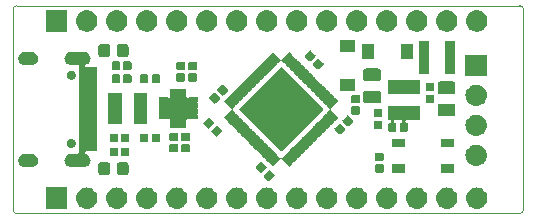
<source format=gts>
From 6797b680cba32b24ef9f500cd5a8841c5fc16c27 Mon Sep 17 00:00:00 2001
From: Jan--Henrik <janhenrik@janhenrik.org>
Date: Wed, 23 Oct 2019 21:33:55 +0200
Subject: added HW 1.1 files

---
 HW v1.1/gerber/OtterPill-F.Mask.gts | 6407 +++++++++++++++++++++++++++++++++++
 1 file changed, 6407 insertions(+)
 create mode 100644 HW v1.1/gerber/OtterPill-F.Mask.gts

(limited to 'HW v1.1/gerber/OtterPill-F.Mask.gts')

diff --git a/HW v1.1/gerber/OtterPill-F.Mask.gts b/HW v1.1/gerber/OtterPill-F.Mask.gts
new file mode 100644
index 0000000..bd6e9b2
--- /dev/null
+++ b/HW v1.1/gerber/OtterPill-F.Mask.gts	
@@ -0,0 +1,6407 @@
+G04 #@! TF.GenerationSoftware,KiCad,Pcbnew,5.0.1*
+G04 #@! TF.CreationDate,2019-10-23T21:32:48+02:00*
+G04 #@! TF.ProjectId,OtterPill,4F7474657250696C6C2E6B696361645F,rev?*
+G04 #@! TF.SameCoordinates,Original*
+G04 #@! TF.FileFunction,Soldermask,Top*
+G04 #@! TF.FilePolarity,Negative*
+%FSLAX46Y46*%
+G04 Gerber Fmt 4.6, Leading zero omitted, Abs format (unit mm)*
+G04 Created by KiCad (PCBNEW 5.0.1) date Wed 23 Oct 2019 09:32:48 PM CEST*
+%MOMM*%
+%LPD*%
+G01*
+G04 APERTURE LIST*
+%ADD10C,0.050000*%
+%ADD11C,0.100000*%
+G04 APERTURE END LIST*
+D10*
+X63200000Y-37100000D02*
+G75*
+G02X62900000Y-37400000I-300000J0D01*
+G01*
+X62900000Y-19800000D02*
+G75*
+G02X63200000Y-20100000I0J-300000D01*
+G01*
+X20000000Y-20100000D02*
+G75*
+G02X20300000Y-19800000I300000J0D01*
+G01*
+X20300000Y-37400000D02*
+G75*
+G02X20000000Y-37100000I0J300000D01*
+G01*
+X20000000Y-37100000D02*
+X20000000Y-20100000D01*
+X62900000Y-37400000D02*
+X20300000Y-37400000D01*
+X63200000Y-20100000D02*
+X63200000Y-37100000D01*
+X20300000Y-19800000D02*
+X62900000Y-19800000D01*
+D11*
+G36*
+X36510443Y-35205519D02*
+X36576627Y-35212037D01*
+X36689853Y-35246384D01*
+X36746467Y-35263557D01*
+X36885087Y-35337652D01*
+X36902991Y-35347222D01*
+X36938729Y-35376552D01*
+X37040186Y-35459814D01*
+X37123448Y-35561271D01*
+X37152778Y-35597009D01*
+X37152779Y-35597011D01*
+X37236443Y-35753533D01*
+X37236443Y-35753534D01*
+X37287963Y-35923373D01*
+X37305359Y-36100000D01*
+X37287963Y-36276627D01*
+X37253616Y-36389853D01*
+X37236443Y-36446467D01*
+X37162348Y-36585087D01*
+X37152778Y-36602991D01*
+X37123448Y-36638729D01*
+X37040186Y-36740186D01*
+X36938729Y-36823448D01*
+X36902991Y-36852778D01*
+X36902989Y-36852779D01*
+X36746467Y-36936443D01*
+X36689853Y-36953616D01*
+X36576627Y-36987963D01*
+X36510443Y-36994481D01*
+X36444260Y-37001000D01*
+X36355740Y-37001000D01*
+X36289557Y-36994481D01*
+X36223373Y-36987963D01*
+X36110147Y-36953616D01*
+X36053533Y-36936443D01*
+X35897011Y-36852779D01*
+X35897009Y-36852778D01*
+X35861271Y-36823448D01*
+X35759814Y-36740186D01*
+X35676552Y-36638729D01*
+X35647222Y-36602991D01*
+X35637652Y-36585087D01*
+X35563557Y-36446467D01*
+X35546384Y-36389853D01*
+X35512037Y-36276627D01*
+X35494641Y-36100000D01*
+X35512037Y-35923373D01*
+X35563557Y-35753534D01*
+X35563557Y-35753533D01*
+X35647221Y-35597011D01*
+X35647222Y-35597009D01*
+X35676552Y-35561271D01*
+X35759814Y-35459814D01*
+X35861271Y-35376552D01*
+X35897009Y-35347222D01*
+X35914913Y-35337652D01*
+X36053533Y-35263557D01*
+X36110147Y-35246384D01*
+X36223373Y-35212037D01*
+X36289557Y-35205519D01*
+X36355740Y-35199000D01*
+X36444260Y-35199000D01*
+X36510443Y-35205519D01*
+X36510443Y-35205519D01*
+G37*
+G36*
+X41590443Y-35205519D02*
+X41656627Y-35212037D01*
+X41769853Y-35246384D01*
+X41826467Y-35263557D01*
+X41965087Y-35337652D01*
+X41982991Y-35347222D01*
+X42018729Y-35376552D01*
+X42120186Y-35459814D01*
+X42203448Y-35561271D01*
+X42232778Y-35597009D01*
+X42232779Y-35597011D01*
+X42316443Y-35753533D01*
+X42316443Y-35753534D01*
+X42367963Y-35923373D01*
+X42385359Y-36100000D01*
+X42367963Y-36276627D01*
+X42333616Y-36389853D01*
+X42316443Y-36446467D01*
+X42242348Y-36585087D01*
+X42232778Y-36602991D01*
+X42203448Y-36638729D01*
+X42120186Y-36740186D01*
+X42018729Y-36823448D01*
+X41982991Y-36852778D01*
+X41982989Y-36852779D01*
+X41826467Y-36936443D01*
+X41769853Y-36953616D01*
+X41656627Y-36987963D01*
+X41590443Y-36994481D01*
+X41524260Y-37001000D01*
+X41435740Y-37001000D01*
+X41369557Y-36994481D01*
+X41303373Y-36987963D01*
+X41190147Y-36953616D01*
+X41133533Y-36936443D01*
+X40977011Y-36852779D01*
+X40977009Y-36852778D01*
+X40941271Y-36823448D01*
+X40839814Y-36740186D01*
+X40756552Y-36638729D01*
+X40727222Y-36602991D01*
+X40717652Y-36585087D01*
+X40643557Y-36446467D01*
+X40626384Y-36389853D01*
+X40592037Y-36276627D01*
+X40574641Y-36100000D01*
+X40592037Y-35923373D01*
+X40643557Y-35753534D01*
+X40643557Y-35753533D01*
+X40727221Y-35597011D01*
+X40727222Y-35597009D01*
+X40756552Y-35561271D01*
+X40839814Y-35459814D01*
+X40941271Y-35376552D01*
+X40977009Y-35347222D01*
+X40994913Y-35337652D01*
+X41133533Y-35263557D01*
+X41190147Y-35246384D01*
+X41303373Y-35212037D01*
+X41369557Y-35205519D01*
+X41435740Y-35199000D01*
+X41524260Y-35199000D01*
+X41590443Y-35205519D01*
+X41590443Y-35205519D01*
+G37*
+G36*
+X24601000Y-37001000D02*
+X22799000Y-37001000D01*
+X22799000Y-35199000D01*
+X24601000Y-35199000D01*
+X24601000Y-37001000D01*
+X24601000Y-37001000D01*
+G37*
+G36*
+X26350443Y-35205519D02*
+X26416627Y-35212037D01*
+X26529853Y-35246384D01*
+X26586467Y-35263557D01*
+X26725087Y-35337652D01*
+X26742991Y-35347222D01*
+X26778729Y-35376552D01*
+X26880186Y-35459814D01*
+X26963448Y-35561271D01*
+X26992778Y-35597009D01*
+X26992779Y-35597011D01*
+X27076443Y-35753533D01*
+X27076443Y-35753534D01*
+X27127963Y-35923373D01*
+X27145359Y-36100000D01*
+X27127963Y-36276627D01*
+X27093616Y-36389853D01*
+X27076443Y-36446467D01*
+X27002348Y-36585087D01*
+X26992778Y-36602991D01*
+X26963448Y-36638729D01*
+X26880186Y-36740186D01*
+X26778729Y-36823448D01*
+X26742991Y-36852778D01*
+X26742989Y-36852779D01*
+X26586467Y-36936443D01*
+X26529853Y-36953616D01*
+X26416627Y-36987963D01*
+X26350443Y-36994481D01*
+X26284260Y-37001000D01*
+X26195740Y-37001000D01*
+X26129557Y-36994481D01*
+X26063373Y-36987963D01*
+X25950147Y-36953616D01*
+X25893533Y-36936443D01*
+X25737011Y-36852779D01*
+X25737009Y-36852778D01*
+X25701271Y-36823448D01*
+X25599814Y-36740186D01*
+X25516552Y-36638729D01*
+X25487222Y-36602991D01*
+X25477652Y-36585087D01*
+X25403557Y-36446467D01*
+X25386384Y-36389853D01*
+X25352037Y-36276627D01*
+X25334641Y-36100000D01*
+X25352037Y-35923373D01*
+X25403557Y-35753534D01*
+X25403557Y-35753533D01*
+X25487221Y-35597011D01*
+X25487222Y-35597009D01*
+X25516552Y-35561271D01*
+X25599814Y-35459814D01*
+X25701271Y-35376552D01*
+X25737009Y-35347222D01*
+X25754913Y-35337652D01*
+X25893533Y-35263557D01*
+X25950147Y-35246384D01*
+X26063373Y-35212037D01*
+X26129557Y-35205519D01*
+X26195740Y-35199000D01*
+X26284260Y-35199000D01*
+X26350443Y-35205519D01*
+X26350443Y-35205519D01*
+G37*
+G36*
+X28890443Y-35205519D02*
+X28956627Y-35212037D01*
+X29069853Y-35246384D01*
+X29126467Y-35263557D01*
+X29265087Y-35337652D01*
+X29282991Y-35347222D01*
+X29318729Y-35376552D01*
+X29420186Y-35459814D01*
+X29503448Y-35561271D01*
+X29532778Y-35597009D01*
+X29532779Y-35597011D01*
+X29616443Y-35753533D01*
+X29616443Y-35753534D01*
+X29667963Y-35923373D01*
+X29685359Y-36100000D01*
+X29667963Y-36276627D01*
+X29633616Y-36389853D01*
+X29616443Y-36446467D01*
+X29542348Y-36585087D01*
+X29532778Y-36602991D01*
+X29503448Y-36638729D01*
+X29420186Y-36740186D01*
+X29318729Y-36823448D01*
+X29282991Y-36852778D01*
+X29282989Y-36852779D01*
+X29126467Y-36936443D01*
+X29069853Y-36953616D01*
+X28956627Y-36987963D01*
+X28890443Y-36994481D01*
+X28824260Y-37001000D01*
+X28735740Y-37001000D01*
+X28669557Y-36994481D01*
+X28603373Y-36987963D01*
+X28490147Y-36953616D01*
+X28433533Y-36936443D01*
+X28277011Y-36852779D01*
+X28277009Y-36852778D01*
+X28241271Y-36823448D01*
+X28139814Y-36740186D01*
+X28056552Y-36638729D01*
+X28027222Y-36602991D01*
+X28017652Y-36585087D01*
+X27943557Y-36446467D01*
+X27926384Y-36389853D01*
+X27892037Y-36276627D01*
+X27874641Y-36100000D01*
+X27892037Y-35923373D01*
+X27943557Y-35753534D01*
+X27943557Y-35753533D01*
+X28027221Y-35597011D01*
+X28027222Y-35597009D01*
+X28056552Y-35561271D01*
+X28139814Y-35459814D01*
+X28241271Y-35376552D01*
+X28277009Y-35347222D01*
+X28294913Y-35337652D01*
+X28433533Y-35263557D01*
+X28490147Y-35246384D01*
+X28603373Y-35212037D01*
+X28669557Y-35205519D01*
+X28735740Y-35199000D01*
+X28824260Y-35199000D01*
+X28890443Y-35205519D01*
+X28890443Y-35205519D01*
+G37*
+G36*
+X31430443Y-35205519D02*
+X31496627Y-35212037D01*
+X31609853Y-35246384D01*
+X31666467Y-35263557D01*
+X31805087Y-35337652D01*
+X31822991Y-35347222D01*
+X31858729Y-35376552D01*
+X31960186Y-35459814D01*
+X32043448Y-35561271D01*
+X32072778Y-35597009D01*
+X32072779Y-35597011D01*
+X32156443Y-35753533D01*
+X32156443Y-35753534D01*
+X32207963Y-35923373D01*
+X32225359Y-36100000D01*
+X32207963Y-36276627D01*
+X32173616Y-36389853D01*
+X32156443Y-36446467D01*
+X32082348Y-36585087D01*
+X32072778Y-36602991D01*
+X32043448Y-36638729D01*
+X31960186Y-36740186D01*
+X31858729Y-36823448D01*
+X31822991Y-36852778D01*
+X31822989Y-36852779D01*
+X31666467Y-36936443D01*
+X31609853Y-36953616D01*
+X31496627Y-36987963D01*
+X31430443Y-36994481D01*
+X31364260Y-37001000D01*
+X31275740Y-37001000D01*
+X31209557Y-36994481D01*
+X31143373Y-36987963D01*
+X31030147Y-36953616D01*
+X30973533Y-36936443D01*
+X30817011Y-36852779D01*
+X30817009Y-36852778D01*
+X30781271Y-36823448D01*
+X30679814Y-36740186D01*
+X30596552Y-36638729D01*
+X30567222Y-36602991D01*
+X30557652Y-36585087D01*
+X30483557Y-36446467D01*
+X30466384Y-36389853D01*
+X30432037Y-36276627D01*
+X30414641Y-36100000D01*
+X30432037Y-35923373D01*
+X30483557Y-35753534D01*
+X30483557Y-35753533D01*
+X30567221Y-35597011D01*
+X30567222Y-35597009D01*
+X30596552Y-35561271D01*
+X30679814Y-35459814D01*
+X30781271Y-35376552D01*
+X30817009Y-35347222D01*
+X30834913Y-35337652D01*
+X30973533Y-35263557D01*
+X31030147Y-35246384D01*
+X31143373Y-35212037D01*
+X31209557Y-35205519D01*
+X31275740Y-35199000D01*
+X31364260Y-35199000D01*
+X31430443Y-35205519D01*
+X31430443Y-35205519D01*
+G37*
+G36*
+X33970443Y-35205519D02*
+X34036627Y-35212037D01*
+X34149853Y-35246384D01*
+X34206467Y-35263557D01*
+X34345087Y-35337652D01*
+X34362991Y-35347222D01*
+X34398729Y-35376552D01*
+X34500186Y-35459814D01*
+X34583448Y-35561271D01*
+X34612778Y-35597009D01*
+X34612779Y-35597011D01*
+X34696443Y-35753533D01*
+X34696443Y-35753534D01*
+X34747963Y-35923373D01*
+X34765359Y-36100000D01*
+X34747963Y-36276627D01*
+X34713616Y-36389853D01*
+X34696443Y-36446467D01*
+X34622348Y-36585087D01*
+X34612778Y-36602991D01*
+X34583448Y-36638729D01*
+X34500186Y-36740186D01*
+X34398729Y-36823448D01*
+X34362991Y-36852778D01*
+X34362989Y-36852779D01*
+X34206467Y-36936443D01*
+X34149853Y-36953616D01*
+X34036627Y-36987963D01*
+X33970443Y-36994481D01*
+X33904260Y-37001000D01*
+X33815740Y-37001000D01*
+X33749557Y-36994481D01*
+X33683373Y-36987963D01*
+X33570147Y-36953616D01*
+X33513533Y-36936443D01*
+X33357011Y-36852779D01*
+X33357009Y-36852778D01*
+X33321271Y-36823448D01*
+X33219814Y-36740186D01*
+X33136552Y-36638729D01*
+X33107222Y-36602991D01*
+X33097652Y-36585087D01*
+X33023557Y-36446467D01*
+X33006384Y-36389853D01*
+X32972037Y-36276627D01*
+X32954641Y-36100000D01*
+X32972037Y-35923373D01*
+X33023557Y-35753534D01*
+X33023557Y-35753533D01*
+X33107221Y-35597011D01*
+X33107222Y-35597009D01*
+X33136552Y-35561271D01*
+X33219814Y-35459814D01*
+X33321271Y-35376552D01*
+X33357009Y-35347222D01*
+X33374913Y-35337652D01*
+X33513533Y-35263557D01*
+X33570147Y-35246384D01*
+X33683373Y-35212037D01*
+X33749557Y-35205519D01*
+X33815740Y-35199000D01*
+X33904260Y-35199000D01*
+X33970443Y-35205519D01*
+X33970443Y-35205519D01*
+G37*
+G36*
+X39050443Y-35205519D02*
+X39116627Y-35212037D01*
+X39229853Y-35246384D01*
+X39286467Y-35263557D01*
+X39425087Y-35337652D01*
+X39442991Y-35347222D01*
+X39478729Y-35376552D01*
+X39580186Y-35459814D01*
+X39663448Y-35561271D01*
+X39692778Y-35597009D01*
+X39692779Y-35597011D01*
+X39776443Y-35753533D01*
+X39776443Y-35753534D01*
+X39827963Y-35923373D01*
+X39845359Y-36100000D01*
+X39827963Y-36276627D01*
+X39793616Y-36389853D01*
+X39776443Y-36446467D01*
+X39702348Y-36585087D01*
+X39692778Y-36602991D01*
+X39663448Y-36638729D01*
+X39580186Y-36740186D01*
+X39478729Y-36823448D01*
+X39442991Y-36852778D01*
+X39442989Y-36852779D01*
+X39286467Y-36936443D01*
+X39229853Y-36953616D01*
+X39116627Y-36987963D01*
+X39050443Y-36994481D01*
+X38984260Y-37001000D01*
+X38895740Y-37001000D01*
+X38829557Y-36994481D01*
+X38763373Y-36987963D01*
+X38650147Y-36953616D01*
+X38593533Y-36936443D01*
+X38437011Y-36852779D01*
+X38437009Y-36852778D01*
+X38401271Y-36823448D01*
+X38299814Y-36740186D01*
+X38216552Y-36638729D01*
+X38187222Y-36602991D01*
+X38177652Y-36585087D01*
+X38103557Y-36446467D01*
+X38086384Y-36389853D01*
+X38052037Y-36276627D01*
+X38034641Y-36100000D01*
+X38052037Y-35923373D01*
+X38103557Y-35753534D01*
+X38103557Y-35753533D01*
+X38187221Y-35597011D01*
+X38187222Y-35597009D01*
+X38216552Y-35561271D01*
+X38299814Y-35459814D01*
+X38401271Y-35376552D01*
+X38437009Y-35347222D01*
+X38454913Y-35337652D01*
+X38593533Y-35263557D01*
+X38650147Y-35246384D01*
+X38763373Y-35212037D01*
+X38829557Y-35205519D01*
+X38895740Y-35199000D01*
+X38984260Y-35199000D01*
+X39050443Y-35205519D01*
+X39050443Y-35205519D01*
+G37*
+G36*
+X44130443Y-35205519D02*
+X44196627Y-35212037D01*
+X44309853Y-35246384D01*
+X44366467Y-35263557D01*
+X44505087Y-35337652D01*
+X44522991Y-35347222D01*
+X44558729Y-35376552D01*
+X44660186Y-35459814D01*
+X44743448Y-35561271D01*
+X44772778Y-35597009D01*
+X44772779Y-35597011D01*
+X44856443Y-35753533D01*
+X44856443Y-35753534D01*
+X44907963Y-35923373D01*
+X44925359Y-36100000D01*
+X44907963Y-36276627D01*
+X44873616Y-36389853D01*
+X44856443Y-36446467D01*
+X44782348Y-36585087D01*
+X44772778Y-36602991D01*
+X44743448Y-36638729D01*
+X44660186Y-36740186D01*
+X44558729Y-36823448D01*
+X44522991Y-36852778D01*
+X44522989Y-36852779D01*
+X44366467Y-36936443D01*
+X44309853Y-36953616D01*
+X44196627Y-36987963D01*
+X44130443Y-36994481D01*
+X44064260Y-37001000D01*
+X43975740Y-37001000D01*
+X43909557Y-36994481D01*
+X43843373Y-36987963D01*
+X43730147Y-36953616D01*
+X43673533Y-36936443D01*
+X43517011Y-36852779D01*
+X43517009Y-36852778D01*
+X43481271Y-36823448D01*
+X43379814Y-36740186D01*
+X43296552Y-36638729D01*
+X43267222Y-36602991D01*
+X43257652Y-36585087D01*
+X43183557Y-36446467D01*
+X43166384Y-36389853D01*
+X43132037Y-36276627D01*
+X43114641Y-36100000D01*
+X43132037Y-35923373D01*
+X43183557Y-35753534D01*
+X43183557Y-35753533D01*
+X43267221Y-35597011D01*
+X43267222Y-35597009D01*
+X43296552Y-35561271D01*
+X43379814Y-35459814D01*
+X43481271Y-35376552D01*
+X43517009Y-35347222D01*
+X43534913Y-35337652D01*
+X43673533Y-35263557D01*
+X43730147Y-35246384D01*
+X43843373Y-35212037D01*
+X43909557Y-35205519D01*
+X43975740Y-35199000D01*
+X44064260Y-35199000D01*
+X44130443Y-35205519D01*
+X44130443Y-35205519D01*
+G37*
+G36*
+X46670443Y-35205519D02*
+X46736627Y-35212037D01*
+X46849853Y-35246384D01*
+X46906467Y-35263557D01*
+X47045087Y-35337652D01*
+X47062991Y-35347222D01*
+X47098729Y-35376552D01*
+X47200186Y-35459814D01*
+X47283448Y-35561271D01*
+X47312778Y-35597009D01*
+X47312779Y-35597011D01*
+X47396443Y-35753533D01*
+X47396443Y-35753534D01*
+X47447963Y-35923373D01*
+X47465359Y-36100000D01*
+X47447963Y-36276627D01*
+X47413616Y-36389853D01*
+X47396443Y-36446467D01*
+X47322348Y-36585087D01*
+X47312778Y-36602991D01*
+X47283448Y-36638729D01*
+X47200186Y-36740186D01*
+X47098729Y-36823448D01*
+X47062991Y-36852778D01*
+X47062989Y-36852779D01*
+X46906467Y-36936443D01*
+X46849853Y-36953616D01*
+X46736627Y-36987963D01*
+X46670443Y-36994481D01*
+X46604260Y-37001000D01*
+X46515740Y-37001000D01*
+X46449557Y-36994481D01*
+X46383373Y-36987963D01*
+X46270147Y-36953616D01*
+X46213533Y-36936443D01*
+X46057011Y-36852779D01*
+X46057009Y-36852778D01*
+X46021271Y-36823448D01*
+X45919814Y-36740186D01*
+X45836552Y-36638729D01*
+X45807222Y-36602991D01*
+X45797652Y-36585087D01*
+X45723557Y-36446467D01*
+X45706384Y-36389853D01*
+X45672037Y-36276627D01*
+X45654641Y-36100000D01*
+X45672037Y-35923373D01*
+X45723557Y-35753534D01*
+X45723557Y-35753533D01*
+X45807221Y-35597011D01*
+X45807222Y-35597009D01*
+X45836552Y-35561271D01*
+X45919814Y-35459814D01*
+X46021271Y-35376552D01*
+X46057009Y-35347222D01*
+X46074913Y-35337652D01*
+X46213533Y-35263557D01*
+X46270147Y-35246384D01*
+X46383373Y-35212037D01*
+X46449557Y-35205519D01*
+X46515740Y-35199000D01*
+X46604260Y-35199000D01*
+X46670443Y-35205519D01*
+X46670443Y-35205519D01*
+G37*
+G36*
+X49210443Y-35205519D02*
+X49276627Y-35212037D01*
+X49389853Y-35246384D01*
+X49446467Y-35263557D01*
+X49585087Y-35337652D01*
+X49602991Y-35347222D01*
+X49638729Y-35376552D01*
+X49740186Y-35459814D01*
+X49823448Y-35561271D01*
+X49852778Y-35597009D01*
+X49852779Y-35597011D01*
+X49936443Y-35753533D01*
+X49936443Y-35753534D01*
+X49987963Y-35923373D01*
+X50005359Y-36100000D01*
+X49987963Y-36276627D01*
+X49953616Y-36389853D01*
+X49936443Y-36446467D01*
+X49862348Y-36585087D01*
+X49852778Y-36602991D01*
+X49823448Y-36638729D01*
+X49740186Y-36740186D01*
+X49638729Y-36823448D01*
+X49602991Y-36852778D01*
+X49602989Y-36852779D01*
+X49446467Y-36936443D01*
+X49389853Y-36953616D01*
+X49276627Y-36987963D01*
+X49210443Y-36994481D01*
+X49144260Y-37001000D01*
+X49055740Y-37001000D01*
+X48989557Y-36994481D01*
+X48923373Y-36987963D01*
+X48810147Y-36953616D01*
+X48753533Y-36936443D01*
+X48597011Y-36852779D01*
+X48597009Y-36852778D01*
+X48561271Y-36823448D01*
+X48459814Y-36740186D01*
+X48376552Y-36638729D01*
+X48347222Y-36602991D01*
+X48337652Y-36585087D01*
+X48263557Y-36446467D01*
+X48246384Y-36389853D01*
+X48212037Y-36276627D01*
+X48194641Y-36100000D01*
+X48212037Y-35923373D01*
+X48263557Y-35753534D01*
+X48263557Y-35753533D01*
+X48347221Y-35597011D01*
+X48347222Y-35597009D01*
+X48376552Y-35561271D01*
+X48459814Y-35459814D01*
+X48561271Y-35376552D01*
+X48597009Y-35347222D01*
+X48614913Y-35337652D01*
+X48753533Y-35263557D01*
+X48810147Y-35246384D01*
+X48923373Y-35212037D01*
+X48989557Y-35205519D01*
+X49055740Y-35199000D01*
+X49144260Y-35199000D01*
+X49210443Y-35205519D01*
+X49210443Y-35205519D01*
+G37*
+G36*
+X51750443Y-35205519D02*
+X51816627Y-35212037D01*
+X51929853Y-35246384D01*
+X51986467Y-35263557D01*
+X52125087Y-35337652D01*
+X52142991Y-35347222D01*
+X52178729Y-35376552D01*
+X52280186Y-35459814D01*
+X52363448Y-35561271D01*
+X52392778Y-35597009D01*
+X52392779Y-35597011D01*
+X52476443Y-35753533D01*
+X52476443Y-35753534D01*
+X52527963Y-35923373D01*
+X52545359Y-36100000D01*
+X52527963Y-36276627D01*
+X52493616Y-36389853D01*
+X52476443Y-36446467D01*
+X52402348Y-36585087D01*
+X52392778Y-36602991D01*
+X52363448Y-36638729D01*
+X52280186Y-36740186D01*
+X52178729Y-36823448D01*
+X52142991Y-36852778D01*
+X52142989Y-36852779D01*
+X51986467Y-36936443D01*
+X51929853Y-36953616D01*
+X51816627Y-36987963D01*
+X51750443Y-36994481D01*
+X51684260Y-37001000D01*
+X51595740Y-37001000D01*
+X51529557Y-36994481D01*
+X51463373Y-36987963D01*
+X51350147Y-36953616D01*
+X51293533Y-36936443D01*
+X51137011Y-36852779D01*
+X51137009Y-36852778D01*
+X51101271Y-36823448D01*
+X50999814Y-36740186D01*
+X50916552Y-36638729D01*
+X50887222Y-36602991D01*
+X50877652Y-36585087D01*
+X50803557Y-36446467D01*
+X50786384Y-36389853D01*
+X50752037Y-36276627D01*
+X50734641Y-36100000D01*
+X50752037Y-35923373D01*
+X50803557Y-35753534D01*
+X50803557Y-35753533D01*
+X50887221Y-35597011D01*
+X50887222Y-35597009D01*
+X50916552Y-35561271D01*
+X50999814Y-35459814D01*
+X51101271Y-35376552D01*
+X51137009Y-35347222D01*
+X51154913Y-35337652D01*
+X51293533Y-35263557D01*
+X51350147Y-35246384D01*
+X51463373Y-35212037D01*
+X51529557Y-35205519D01*
+X51595740Y-35199000D01*
+X51684260Y-35199000D01*
+X51750443Y-35205519D01*
+X51750443Y-35205519D01*
+G37*
+G36*
+X54290443Y-35205519D02*
+X54356627Y-35212037D01*
+X54469853Y-35246384D01*
+X54526467Y-35263557D01*
+X54665087Y-35337652D01*
+X54682991Y-35347222D01*
+X54718729Y-35376552D01*
+X54820186Y-35459814D01*
+X54903448Y-35561271D01*
+X54932778Y-35597009D01*
+X54932779Y-35597011D01*
+X55016443Y-35753533D01*
+X55016443Y-35753534D01*
+X55067963Y-35923373D01*
+X55085359Y-36100000D01*
+X55067963Y-36276627D01*
+X55033616Y-36389853D01*
+X55016443Y-36446467D01*
+X54942348Y-36585087D01*
+X54932778Y-36602991D01*
+X54903448Y-36638729D01*
+X54820186Y-36740186D01*
+X54718729Y-36823448D01*
+X54682991Y-36852778D01*
+X54682989Y-36852779D01*
+X54526467Y-36936443D01*
+X54469853Y-36953616D01*
+X54356627Y-36987963D01*
+X54290443Y-36994481D01*
+X54224260Y-37001000D01*
+X54135740Y-37001000D01*
+X54069557Y-36994481D01*
+X54003373Y-36987963D01*
+X53890147Y-36953616D01*
+X53833533Y-36936443D01*
+X53677011Y-36852779D01*
+X53677009Y-36852778D01*
+X53641271Y-36823448D01*
+X53539814Y-36740186D01*
+X53456552Y-36638729D01*
+X53427222Y-36602991D01*
+X53417652Y-36585087D01*
+X53343557Y-36446467D01*
+X53326384Y-36389853D01*
+X53292037Y-36276627D01*
+X53274641Y-36100000D01*
+X53292037Y-35923373D01*
+X53343557Y-35753534D01*
+X53343557Y-35753533D01*
+X53427221Y-35597011D01*
+X53427222Y-35597009D01*
+X53456552Y-35561271D01*
+X53539814Y-35459814D01*
+X53641271Y-35376552D01*
+X53677009Y-35347222D01*
+X53694913Y-35337652D01*
+X53833533Y-35263557D01*
+X53890147Y-35246384D01*
+X54003373Y-35212037D01*
+X54069557Y-35205519D01*
+X54135740Y-35199000D01*
+X54224260Y-35199000D01*
+X54290443Y-35205519D01*
+X54290443Y-35205519D01*
+G37*
+G36*
+X56830443Y-35205519D02*
+X56896627Y-35212037D01*
+X57009853Y-35246384D01*
+X57066467Y-35263557D01*
+X57205087Y-35337652D01*
+X57222991Y-35347222D01*
+X57258729Y-35376552D01*
+X57360186Y-35459814D01*
+X57443448Y-35561271D01*
+X57472778Y-35597009D01*
+X57472779Y-35597011D01*
+X57556443Y-35753533D01*
+X57556443Y-35753534D01*
+X57607963Y-35923373D01*
+X57625359Y-36100000D01*
+X57607963Y-36276627D01*
+X57573616Y-36389853D01*
+X57556443Y-36446467D01*
+X57482348Y-36585087D01*
+X57472778Y-36602991D01*
+X57443448Y-36638729D01*
+X57360186Y-36740186D01*
+X57258729Y-36823448D01*
+X57222991Y-36852778D01*
+X57222989Y-36852779D01*
+X57066467Y-36936443D01*
+X57009853Y-36953616D01*
+X56896627Y-36987963D01*
+X56830443Y-36994481D01*
+X56764260Y-37001000D01*
+X56675740Y-37001000D01*
+X56609557Y-36994481D01*
+X56543373Y-36987963D01*
+X56430147Y-36953616D01*
+X56373533Y-36936443D01*
+X56217011Y-36852779D01*
+X56217009Y-36852778D01*
+X56181271Y-36823448D01*
+X56079814Y-36740186D01*
+X55996552Y-36638729D01*
+X55967222Y-36602991D01*
+X55957652Y-36585087D01*
+X55883557Y-36446467D01*
+X55866384Y-36389853D01*
+X55832037Y-36276627D01*
+X55814641Y-36100000D01*
+X55832037Y-35923373D01*
+X55883557Y-35753534D01*
+X55883557Y-35753533D01*
+X55967221Y-35597011D01*
+X55967222Y-35597009D01*
+X55996552Y-35561271D01*
+X56079814Y-35459814D01*
+X56181271Y-35376552D01*
+X56217009Y-35347222D01*
+X56234913Y-35337652D01*
+X56373533Y-35263557D01*
+X56430147Y-35246384D01*
+X56543373Y-35212037D01*
+X56609557Y-35205519D01*
+X56675740Y-35199000D01*
+X56764260Y-35199000D01*
+X56830443Y-35205519D01*
+X56830443Y-35205519D01*
+G37*
+G36*
+X59370443Y-35205519D02*
+X59436627Y-35212037D01*
+X59549853Y-35246384D01*
+X59606467Y-35263557D01*
+X59745087Y-35337652D01*
+X59762991Y-35347222D01*
+X59798729Y-35376552D01*
+X59900186Y-35459814D01*
+X59983448Y-35561271D01*
+X60012778Y-35597009D01*
+X60012779Y-35597011D01*
+X60096443Y-35753533D01*
+X60096443Y-35753534D01*
+X60147963Y-35923373D01*
+X60165359Y-36100000D01*
+X60147963Y-36276627D01*
+X60113616Y-36389853D01*
+X60096443Y-36446467D01*
+X60022348Y-36585087D01*
+X60012778Y-36602991D01*
+X59983448Y-36638729D01*
+X59900186Y-36740186D01*
+X59798729Y-36823448D01*
+X59762991Y-36852778D01*
+X59762989Y-36852779D01*
+X59606467Y-36936443D01*
+X59549853Y-36953616D01*
+X59436627Y-36987963D01*
+X59370443Y-36994481D01*
+X59304260Y-37001000D01*
+X59215740Y-37001000D01*
+X59149557Y-36994481D01*
+X59083373Y-36987963D01*
+X58970147Y-36953616D01*
+X58913533Y-36936443D01*
+X58757011Y-36852779D01*
+X58757009Y-36852778D01*
+X58721271Y-36823448D01*
+X58619814Y-36740186D01*
+X58536552Y-36638729D01*
+X58507222Y-36602991D01*
+X58497652Y-36585087D01*
+X58423557Y-36446467D01*
+X58406384Y-36389853D01*
+X58372037Y-36276627D01*
+X58354641Y-36100000D01*
+X58372037Y-35923373D01*
+X58423557Y-35753534D01*
+X58423557Y-35753533D01*
+X58507221Y-35597011D01*
+X58507222Y-35597009D01*
+X58536552Y-35561271D01*
+X58619814Y-35459814D01*
+X58721271Y-35376552D01*
+X58757009Y-35347222D01*
+X58774913Y-35337652D01*
+X58913533Y-35263557D01*
+X58970147Y-35246384D01*
+X59083373Y-35212037D01*
+X59149557Y-35205519D01*
+X59215740Y-35199000D01*
+X59304260Y-35199000D01*
+X59370443Y-35205519D01*
+X59370443Y-35205519D01*
+G37*
+G36*
+X41725010Y-33727385D02*
+X41745628Y-33733639D01*
+X41764628Y-33743795D01*
+X41786053Y-33761378D01*
+X42110410Y-34085735D01*
+X42127993Y-34107160D01*
+X42138149Y-34126160D01*
+X42144403Y-34146778D01*
+X42146514Y-34168216D01*
+X42144403Y-34189654D01*
+X42138149Y-34210272D01*
+X42127993Y-34229272D01*
+X42110410Y-34250697D01*
+X41750697Y-34610410D01*
+X41729272Y-34627993D01*
+X41710272Y-34638149D01*
+X41689654Y-34644403D01*
+X41668216Y-34646514D01*
+X41646778Y-34644403D01*
+X41626160Y-34638149D01*
+X41607160Y-34627993D01*
+X41585735Y-34610410D01*
+X41261378Y-34286053D01*
+X41243795Y-34264628D01*
+X41233639Y-34245628D01*
+X41227385Y-34225010D01*
+X41225274Y-34203572D01*
+X41227385Y-34182134D01*
+X41233639Y-34161516D01*
+X41243795Y-34142516D01*
+X41261378Y-34121091D01*
+X41621091Y-33761378D01*
+X41642516Y-33743795D01*
+X41661516Y-33733639D01*
+X41682134Y-33727385D01*
+X41703572Y-33725274D01*
+X41725010Y-33727385D01*
+X41725010Y-33727385D01*
+G37*
+G36*
+X29629591Y-33078085D02*
+X29663569Y-33088393D01*
+X29694887Y-33105133D01*
+X29722339Y-33127661D01*
+X29744867Y-33155113D01*
+X29761607Y-33186431D01*
+X29771915Y-33220409D01*
+X29776000Y-33261890D01*
+X29776000Y-33938110D01*
+X29771915Y-33979591D01*
+X29761607Y-34013569D01*
+X29744867Y-34044887D01*
+X29722339Y-34072339D01*
+X29694887Y-34094867D01*
+X29663569Y-34111607D01*
+X29629591Y-34121915D01*
+X29588110Y-34126000D01*
+X28986890Y-34126000D01*
+X28945409Y-34121915D01*
+X28911431Y-34111607D01*
+X28880113Y-34094867D01*
+X28852661Y-34072339D01*
+X28830133Y-34044887D01*
+X28813393Y-34013569D01*
+X28803085Y-33979591D01*
+X28799000Y-33938110D01*
+X28799000Y-33261890D01*
+X28803085Y-33220409D01*
+X28813393Y-33186431D01*
+X28830133Y-33155113D01*
+X28852661Y-33127661D01*
+X28880113Y-33105133D01*
+X28911431Y-33088393D01*
+X28945409Y-33078085D01*
+X28986890Y-33074000D01*
+X29588110Y-33074000D01*
+X29629591Y-33078085D01*
+X29629591Y-33078085D01*
+G37*
+G36*
+X28054591Y-33078085D02*
+X28088569Y-33088393D01*
+X28119887Y-33105133D01*
+X28147339Y-33127661D01*
+X28169867Y-33155113D01*
+X28186607Y-33186431D01*
+X28196915Y-33220409D01*
+X28201000Y-33261890D01*
+X28201000Y-33938110D01*
+X28196915Y-33979591D01*
+X28186607Y-34013569D01*
+X28169867Y-34044887D01*
+X28147339Y-34072339D01*
+X28119887Y-34094867D01*
+X28088569Y-34111607D01*
+X28054591Y-34121915D01*
+X28013110Y-34126000D01*
+X27411890Y-34126000D01*
+X27370409Y-34121915D01*
+X27336431Y-34111607D01*
+X27305113Y-34094867D01*
+X27277661Y-34072339D01*
+X27255133Y-34044887D01*
+X27238393Y-34013569D01*
+X27228085Y-33979591D01*
+X27224000Y-33938110D01*
+X27224000Y-33261890D01*
+X27228085Y-33220409D01*
+X27238393Y-33186431D01*
+X27255133Y-33155113D01*
+X27277661Y-33127661D01*
+X27305113Y-33105133D01*
+X27336431Y-33088393D01*
+X27370409Y-33078085D01*
+X27411890Y-33074000D01*
+X28013110Y-33074000D01*
+X28054591Y-33078085D01*
+X28054591Y-33078085D01*
+G37*
+G36*
+X57351000Y-33963000D02*
+X56199000Y-33963000D01*
+X56199000Y-33211000D01*
+X57351000Y-33211000D01*
+X57351000Y-33963000D01*
+X57351000Y-33963000D01*
+G37*
+G36*
+X53201000Y-33963000D02*
+X52049000Y-33963000D01*
+X52049000Y-33211000D01*
+X53201000Y-33211000D01*
+X53201000Y-33963000D01*
+X53201000Y-33963000D01*
+G37*
+G36*
+X41039116Y-33041491D02*
+X41059734Y-33047745D01*
+X41078734Y-33057901D01*
+X41100159Y-33075484D01*
+X41424516Y-33399841D01*
+X41442099Y-33421266D01*
+X41452255Y-33440266D01*
+X41458509Y-33460884D01*
+X41460620Y-33482322D01*
+X41458509Y-33503760D01*
+X41452255Y-33524378D01*
+X41442099Y-33543378D01*
+X41424516Y-33564803D01*
+X41064803Y-33924516D01*
+X41043378Y-33942099D01*
+X41024378Y-33952255D01*
+X41003760Y-33958509D01*
+X40982322Y-33960620D01*
+X40960884Y-33958509D01*
+X40940266Y-33952255D01*
+X40921266Y-33942099D01*
+X40899841Y-33924516D01*
+X40575484Y-33600159D01*
+X40557901Y-33578734D01*
+X40547745Y-33559734D01*
+X40541491Y-33539116D01*
+X40539380Y-33517678D01*
+X40541491Y-33496240D01*
+X40547745Y-33475622D01*
+X40557901Y-33456622D01*
+X40575484Y-33435197D01*
+X40935197Y-33075484D01*
+X40956622Y-33057901D01*
+X40975622Y-33047745D01*
+X40996240Y-33041491D01*
+X41017678Y-33039380D01*
+X41039116Y-33041491D01*
+X41039116Y-33041491D01*
+G37*
+G36*
+X51281938Y-33241716D02*
+X51302556Y-33247970D01*
+X51321556Y-33258126D01*
+X51338208Y-33271792D01*
+X51351874Y-33288444D01*
+X51362030Y-33307444D01*
+X51368284Y-33328062D01*
+X51371000Y-33355640D01*
+X51371000Y-33814360D01*
+X51368284Y-33841938D01*
+X51362030Y-33862556D01*
+X51351874Y-33881556D01*
+X51338208Y-33898208D01*
+X51321556Y-33911874D01*
+X51302556Y-33922030D01*
+X51281938Y-33928284D01*
+X51254360Y-33931000D01*
+X50745640Y-33931000D01*
+X50718062Y-33928284D01*
+X50697444Y-33922030D01*
+X50678444Y-33911874D01*
+X50661792Y-33898208D01*
+X50648126Y-33881556D01*
+X50637970Y-33862556D01*
+X50631716Y-33841938D01*
+X50629000Y-33814360D01*
+X50629000Y-33355640D01*
+X50631716Y-33328062D01*
+X50637970Y-33307444D01*
+X50648126Y-33288444D01*
+X50661792Y-33271792D01*
+X50678444Y-33258126D01*
+X50697444Y-33247970D01*
+X50718062Y-33241716D01*
+X50745640Y-33239000D01*
+X51254360Y-33239000D01*
+X51281938Y-33241716D01*
+X51281938Y-33241716D01*
+G37*
+G36*
+X21683014Y-32346973D02*
+X21786878Y-32378479D01*
+X21882599Y-32429644D01*
+X21966500Y-32498499D01*
+X22035355Y-32582400D01*
+X22086520Y-32678121D01*
+X22118026Y-32781985D01*
+X22128665Y-32890000D01*
+X22118026Y-32998015D01*
+X22086520Y-33101879D01*
+X22035355Y-33197600D01*
+X21966500Y-33281501D01*
+X21882599Y-33350356D01*
+X21786878Y-33401521D01*
+X21683014Y-33433027D01*
+X21602066Y-33441000D01*
+X20947932Y-33441000D01*
+X20866984Y-33433027D01*
+X20763120Y-33401521D01*
+X20667399Y-33350356D01*
+X20583498Y-33281501D01*
+X20514643Y-33197600D01*
+X20463478Y-33101879D01*
+X20431972Y-32998015D01*
+X20421333Y-32890000D01*
+X20431972Y-32781985D01*
+X20463478Y-32678121D01*
+X20514643Y-32582400D01*
+X20583498Y-32498499D01*
+X20667399Y-32429644D01*
+X20763120Y-32378479D01*
+X20866984Y-32346973D01*
+X20947932Y-32339000D01*
+X21602066Y-32339000D01*
+X21683014Y-32346973D01*
+X21683014Y-32346973D01*
+G37*
+G36*
+X26113014Y-23706973D02*
+X26216878Y-23738479D01*
+X26312599Y-23789644D01*
+X26396500Y-23858499D01*
+X26465355Y-23942400D01*
+X26516520Y-24038121D01*
+X26548026Y-24141985D01*
+X26558665Y-24250000D01*
+X26548026Y-24358015D01*
+X26516520Y-24461879D01*
+X26465355Y-24557600D01*
+X26396500Y-24641501D01*
+X26312599Y-24710356D01*
+X26216878Y-24761521D01*
+X26174465Y-24774386D01*
+X26151837Y-24783760D01*
+X26131462Y-24797373D01*
+X26114135Y-24814700D01*
+X26100521Y-24835075D01*
+X26091144Y-24857714D01*
+X26086363Y-24881747D01*
+X26086363Y-24906252D01*
+X26091143Y-24930285D01*
+X26100521Y-24952924D01*
+X26114134Y-24973299D01*
+X26131461Y-24990626D01*
+X26151836Y-25004240D01*
+X26174475Y-25013617D01*
+X26198508Y-25018398D01*
+X26210761Y-25019000D01*
+X27145999Y-25019000D01*
+X27145999Y-32121000D01*
+X26210761Y-32121000D01*
+X26186375Y-32123402D01*
+X26162926Y-32130515D01*
+X26141315Y-32142066D01*
+X26122373Y-32157612D01*
+X26106827Y-32176554D01*
+X26095276Y-32198165D01*
+X26088163Y-32221614D01*
+X26085761Y-32246000D01*
+X26088163Y-32270386D01*
+X26095276Y-32293835D01*
+X26106827Y-32315446D01*
+X26122373Y-32334388D01*
+X26141315Y-32349934D01*
+X26162926Y-32361485D01*
+X26174454Y-32365610D01*
+X26216878Y-32378479D01*
+X26312599Y-32429644D01*
+X26396500Y-32498499D01*
+X26465355Y-32582400D01*
+X26516520Y-32678121D01*
+X26548026Y-32781985D01*
+X26558665Y-32890000D01*
+X26548026Y-32998015D01*
+X26516520Y-33101879D01*
+X26465355Y-33197600D01*
+X26396500Y-33281501D01*
+X26312599Y-33350356D01*
+X26216878Y-33401521D01*
+X26113014Y-33433027D01*
+X26032066Y-33441000D01*
+X24877932Y-33441000D01*
+X24796984Y-33433027D01*
+X24693120Y-33401521D01*
+X24597399Y-33350356D01*
+X24513498Y-33281501D01*
+X24444643Y-33197600D01*
+X24393478Y-33101879D01*
+X24361972Y-32998015D01*
+X24351333Y-32890000D01*
+X24361972Y-32781985D01*
+X24393478Y-32678121D01*
+X24444643Y-32582400D01*
+X24513498Y-32498499D01*
+X24597399Y-32429644D01*
+X24693120Y-32378479D01*
+X24796984Y-32346973D01*
+X24877932Y-32339000D01*
+X25468999Y-32339000D01*
+X25493385Y-32336598D01*
+X25516834Y-32329485D01*
+X25538445Y-32317934D01*
+X25557387Y-32302388D01*
+X25572933Y-32283446D01*
+X25584484Y-32261835D01*
+X25591597Y-32238386D01*
+X25593999Y-32214000D01*
+X25593999Y-24926000D01*
+X25591597Y-24901614D01*
+X25584484Y-24878165D01*
+X25572933Y-24856554D01*
+X25557387Y-24837612D01*
+X25538445Y-24822066D01*
+X25516834Y-24810515D01*
+X25493385Y-24803402D01*
+X25468999Y-24801000D01*
+X24877932Y-24801000D01*
+X24796984Y-24793027D01*
+X24693120Y-24761521D01*
+X24597399Y-24710356D01*
+X24513498Y-24641501D01*
+X24444643Y-24557600D01*
+X24393478Y-24461879D01*
+X24361972Y-24358015D01*
+X24351333Y-24250000D01*
+X24361972Y-24141985D01*
+X24393478Y-24038121D01*
+X24444643Y-23942400D01*
+X24513498Y-23858499D01*
+X24597399Y-23789644D01*
+X24693120Y-23738479D01*
+X24796984Y-23706973D01*
+X24877932Y-23699000D01*
+X26032066Y-23699000D01*
+X26113014Y-23706973D01*
+X26113014Y-23706973D01*
+G37*
+G36*
+X43411964Y-23756499D02*
+X43416635Y-23757916D01*
+X43420937Y-23760216D01*
+X43429487Y-23767232D01*
+X43633630Y-23971375D01*
+X43640646Y-23979925D01*
+X43642946Y-23984227D01*
+X43644363Y-23988898D01*
+X43645171Y-23997102D01*
+X43649953Y-24021135D01*
+X43659331Y-24043774D01*
+X43672945Y-24064148D01*
+X43690273Y-24081475D01*
+X43710648Y-24095088D01*
+X43733287Y-24104465D01*
+X43757313Y-24109244D01*
+X43765517Y-24110052D01*
+X43770188Y-24111469D01*
+X43774490Y-24113769D01*
+X43783040Y-24120785D01*
+X43987183Y-24324928D01*
+X43994199Y-24333478D01*
+X43996499Y-24337780D01*
+X43997916Y-24342451D01*
+X43998724Y-24350655D01*
+X44003505Y-24374689D01*
+X44012883Y-24397328D01*
+X44026498Y-24417702D01*
+X44043825Y-24435028D01*
+X44064200Y-24448642D01*
+X44086840Y-24458019D01*
+X44110867Y-24462798D01*
+X44119071Y-24463606D01*
+X44123742Y-24465023D01*
+X44128044Y-24467323D01*
+X44136594Y-24474339D01*
+X44340737Y-24678482D01*
+X44347753Y-24687032D01*
+X44350053Y-24691334D01*
+X44351470Y-24696005D01*
+X44352278Y-24704209D01*
+X44357060Y-24728242D01*
+X44366438Y-24750881D01*
+X44380052Y-24771255D01*
+X44397380Y-24788582D01*
+X44417755Y-24802195D01*
+X44440394Y-24811572D01*
+X44464420Y-24816351D01*
+X44472624Y-24817159D01*
+X44477295Y-24818576D01*
+X44481597Y-24820876D01*
+X44490147Y-24827892D01*
+X44694290Y-25032035D01*
+X44701306Y-25040585D01*
+X44703606Y-25044887D01*
+X44705023Y-25049558D01*
+X44705831Y-25057762D01*
+X44710613Y-25081795D01*
+X44719991Y-25104434D01*
+X44733605Y-25124808D01*
+X44750933Y-25142135D01*
+X44771308Y-25155748D01*
+X44793947Y-25165125D01*
+X44817973Y-25169904D01*
+X44826177Y-25170712D01*
+X44830848Y-25172129D01*
+X44835150Y-25174429D01*
+X44843700Y-25181445D01*
+X45047843Y-25385588D01*
+X45054859Y-25394138D01*
+X45057159Y-25398440D01*
+X45058576Y-25403111D01*
+X45059384Y-25411315D01*
+X45064165Y-25435349D01*
+X45073543Y-25457988D01*
+X45087158Y-25478362D01*
+X45104485Y-25495688D01*
+X45124860Y-25509302D01*
+X45147500Y-25518679D01*
+X45171527Y-25523458D01*
+X45179731Y-25524266D01*
+X45184402Y-25525683D01*
+X45188704Y-25527983D01*
+X45197254Y-25534999D01*
+X45401397Y-25739142D01*
+X45408413Y-25747692D01*
+X45410713Y-25751994D01*
+X45412130Y-25756665D01*
+X45412938Y-25764869D01*
+X45417720Y-25788902D01*
+X45427098Y-25811541D01*
+X45440712Y-25831915D01*
+X45458040Y-25849242D01*
+X45478415Y-25862855D01*
+X45501054Y-25872232D01*
+X45525080Y-25877011D01*
+X45533284Y-25877819D01*
+X45537955Y-25879236D01*
+X45542257Y-25881536D01*
+X45550807Y-25888552D01*
+X45754950Y-26092695D01*
+X45761966Y-26101245D01*
+X45764266Y-26105547D01*
+X45765683Y-26110218D01*
+X45766491Y-26118422D01*
+X45771272Y-26142456D01*
+X45780650Y-26165095D01*
+X45794265Y-26185469D01*
+X45811592Y-26202795D01*
+X45831967Y-26216409D01*
+X45854607Y-26225786D01*
+X45878634Y-26230565D01*
+X45886838Y-26231373D01*
+X45891509Y-26232790D01*
+X45895811Y-26235090D01*
+X45904361Y-26242106D01*
+X46108504Y-26446249D01*
+X46115520Y-26454799D01*
+X46117820Y-26459101D01*
+X46119237Y-26463772D01*
+X46120045Y-26471976D01*
+X46124827Y-26496009D01*
+X46134205Y-26518648D01*
+X46147819Y-26539022D01*
+X46165147Y-26556349D01*
+X46185522Y-26569962D01*
+X46208161Y-26579339D01*
+X46232187Y-26584118D01*
+X46240391Y-26584926D01*
+X46245062Y-26586343D01*
+X46249364Y-26588643D01*
+X46257914Y-26595659D01*
+X46462057Y-26799802D01*
+X46469073Y-26808352D01*
+X46471373Y-26812654D01*
+X46472790Y-26817325D01*
+X46473598Y-26825529D01*
+X46478380Y-26849562D01*
+X46487758Y-26872201D01*
+X46501372Y-26892575D01*
+X46518700Y-26909902D01*
+X46539075Y-26923515D01*
+X46561714Y-26932892D01*
+X46585740Y-26937671D01*
+X46593944Y-26938479D01*
+X46598615Y-26939896D01*
+X46602917Y-26942196D01*
+X46611467Y-26949212D01*
+X46815610Y-27153355D01*
+X46822626Y-27161905D01*
+X46824926Y-27166207D01*
+X46826343Y-27170878D01*
+X46827151Y-27179082D01*
+X46831932Y-27203116D01*
+X46841310Y-27225755D01*
+X46854925Y-27246129D01*
+X46872252Y-27263455D01*
+X46892627Y-27277069D01*
+X46915267Y-27286446D01*
+X46939294Y-27291225D01*
+X46947498Y-27292033D01*
+X46952169Y-27293450D01*
+X46956471Y-27295750D01*
+X46965021Y-27302766D01*
+X47169164Y-27506909D01*
+X47176180Y-27515459D01*
+X47178480Y-27519761D01*
+X47179897Y-27524432D01*
+X47180705Y-27532636D01*
+X47185487Y-27556669D01*
+X47194865Y-27579308D01*
+X47208479Y-27599682D01*
+X47225807Y-27617009D01*
+X47246182Y-27630622D01*
+X47268821Y-27639999D01*
+X47292847Y-27644778D01*
+X47301051Y-27645586D01*
+X47305722Y-27647003D01*
+X47310024Y-27649303D01*
+X47318574Y-27656319D01*
+X47522717Y-27860462D01*
+X47529733Y-27869012D01*
+X47532033Y-27873314D01*
+X47533450Y-27877985D01*
+X47533928Y-27882842D01*
+X47533450Y-27887699D01*
+X47532033Y-27892370D01*
+X47529733Y-27896672D01*
+X47522717Y-27905222D01*
+X46926378Y-28501561D01*
+X46910832Y-28520503D01*
+X46899281Y-28542114D01*
+X46892168Y-28565563D01*
+X46889766Y-28589949D01*
+X46892168Y-28614335D01*
+X46899281Y-28637784D01*
+X46910832Y-28659395D01*
+X46926378Y-28678337D01*
+X47522717Y-29274676D01*
+X47529733Y-29283226D01*
+X47532033Y-29287528D01*
+X47533450Y-29292199D01*
+X47533928Y-29297056D01*
+X47533450Y-29301913D01*
+X47532033Y-29306584D01*
+X47529733Y-29310886D01*
+X47522717Y-29319436D01*
+X47318574Y-29523579D01*
+X47310024Y-29530595D01*
+X47305722Y-29532895D01*
+X47301051Y-29534312D01*
+X47292847Y-29535120D01*
+X47268814Y-29539902D01*
+X47246175Y-29549280D01*
+X47225801Y-29562894D01*
+X47208474Y-29580222D01*
+X47194861Y-29600597D01*
+X47185484Y-29623236D01*
+X47180705Y-29647262D01*
+X47179897Y-29655466D01*
+X47178480Y-29660137D01*
+X47176180Y-29664439D01*
+X47169164Y-29672989D01*
+X46965021Y-29877132D01*
+X46956471Y-29884148D01*
+X46952169Y-29886448D01*
+X46947498Y-29887865D01*
+X46939294Y-29888673D01*
+X46915260Y-29893454D01*
+X46892621Y-29902832D01*
+X46872247Y-29916447D01*
+X46854921Y-29933774D01*
+X46841307Y-29954149D01*
+X46831930Y-29976789D01*
+X46827151Y-30000816D01*
+X46826343Y-30009020D01*
+X46824926Y-30013691D01*
+X46822626Y-30017993D01*
+X46815610Y-30026543D01*
+X46611467Y-30230686D01*
+X46602917Y-30237702D01*
+X46598615Y-30240002D01*
+X46593944Y-30241419D01*
+X46585740Y-30242227D01*
+X46561707Y-30247009D01*
+X46539068Y-30256387D01*
+X46518694Y-30270001D01*
+X46501367Y-30287329D01*
+X46487754Y-30307704D01*
+X46478377Y-30330343D01*
+X46473598Y-30354369D01*
+X46472790Y-30362573D01*
+X46471373Y-30367244D01*
+X46469073Y-30371546D01*
+X46462057Y-30380096D01*
+X46257914Y-30584239D01*
+X46249364Y-30591255D01*
+X46245062Y-30593555D01*
+X46240391Y-30594972D01*
+X46232187Y-30595780D01*
+X46208154Y-30600562D01*
+X46185515Y-30609940D01*
+X46165141Y-30623554D01*
+X46147814Y-30640882D01*
+X46134201Y-30661257D01*
+X46124824Y-30683896D01*
+X46120045Y-30707922D01*
+X46119237Y-30716126D01*
+X46117820Y-30720797D01*
+X46115520Y-30725099D01*
+X46108504Y-30733649D01*
+X45904361Y-30937792D01*
+X45895811Y-30944808D01*
+X45891509Y-30947108D01*
+X45886838Y-30948525D01*
+X45878634Y-30949333D01*
+X45854600Y-30954114D01*
+X45831961Y-30963492D01*
+X45811587Y-30977107D01*
+X45794261Y-30994434D01*
+X45780647Y-31014809D01*
+X45771270Y-31037449D01*
+X45766491Y-31061476D01*
+X45765683Y-31069680D01*
+X45764266Y-31074351D01*
+X45761966Y-31078653D01*
+X45754950Y-31087203D01*
+X45550807Y-31291346D01*
+X45542257Y-31298362D01*
+X45537955Y-31300662D01*
+X45533284Y-31302079D01*
+X45525080Y-31302887D01*
+X45501047Y-31307669D01*
+X45478408Y-31317047D01*
+X45458034Y-31330661D01*
+X45440707Y-31347989D01*
+X45427094Y-31368364D01*
+X45417717Y-31391003D01*
+X45412938Y-31415029D01*
+X45412130Y-31423233D01*
+X45410713Y-31427904D01*
+X45408413Y-31432206D01*
+X45401397Y-31440756D01*
+X45197254Y-31644899D01*
+X45188704Y-31651915D01*
+X45184402Y-31654215D01*
+X45179731Y-31655632D01*
+X45171527Y-31656440D01*
+X45147493Y-31661221D01*
+X45124854Y-31670599D01*
+X45104480Y-31684214D01*
+X45087154Y-31701541D01*
+X45073540Y-31721916D01*
+X45064163Y-31744556D01*
+X45059384Y-31768583D01*
+X45058576Y-31776787D01*
+X45057159Y-31781458D01*
+X45054859Y-31785760D01*
+X45047843Y-31794310D01*
+X44843700Y-31998453D01*
+X44835150Y-32005469D01*
+X44830848Y-32007769D01*
+X44826177Y-32009186D01*
+X44817973Y-32009994D01*
+X44793940Y-32014776D01*
+X44771301Y-32024154D01*
+X44750927Y-32037768D01*
+X44733600Y-32055096D01*
+X44719987Y-32075471D01*
+X44710610Y-32098110D01*
+X44705831Y-32122136D01*
+X44705023Y-32130340D01*
+X44703606Y-32135011D01*
+X44701306Y-32139313D01*
+X44694290Y-32147863D01*
+X44490147Y-32352006D01*
+X44481597Y-32359022D01*
+X44477295Y-32361322D01*
+X44472624Y-32362739D01*
+X44464420Y-32363547D01*
+X44440387Y-32368329D01*
+X44417748Y-32377707D01*
+X44397374Y-32391321D01*
+X44380047Y-32408649D01*
+X44366434Y-32429024D01*
+X44357057Y-32451663D01*
+X44352278Y-32475689D01*
+X44351470Y-32483893D01*
+X44350053Y-32488564D01*
+X44347753Y-32492866D01*
+X44340737Y-32501416D01*
+X44136594Y-32705559D01*
+X44128044Y-32712575D01*
+X44123742Y-32714875D01*
+X44119071Y-32716292D01*
+X44110867Y-32717100D01*
+X44086833Y-32721881D01*
+X44064194Y-32731259D01*
+X44043820Y-32744874D01*
+X44026494Y-32762201D01*
+X44012880Y-32782576D01*
+X44003503Y-32805216D01*
+X43998724Y-32829243D01*
+X43997916Y-32837447D01*
+X43996499Y-32842118D01*
+X43994199Y-32846420D01*
+X43987183Y-32854970D01*
+X43783040Y-33059113D01*
+X43774490Y-33066129D01*
+X43770188Y-33068429D01*
+X43765517Y-33069846D01*
+X43757313Y-33070654D01*
+X43733280Y-33075436D01*
+X43710641Y-33084814D01*
+X43690267Y-33098428D01*
+X43672940Y-33115756D01*
+X43659327Y-33136131D01*
+X43649950Y-33158770D01*
+X43645171Y-33182796D01*
+X43644363Y-33191000D01*
+X43642946Y-33195671D01*
+X43640646Y-33199973D01*
+X43633630Y-33208523D01*
+X43429487Y-33412666D01*
+X43420937Y-33419682D01*
+X43416635Y-33421982D01*
+X43411964Y-33423399D01*
+X43407107Y-33423877D01*
+X43402250Y-33423399D01*
+X43397579Y-33421982D01*
+X43393277Y-33419682D01*
+X43384727Y-33412666D01*
+X42788388Y-32816327D01*
+X42769446Y-32800781D01*
+X42747835Y-32789230D01*
+X42724386Y-32782117D01*
+X42700000Y-32779715D01*
+X42675614Y-32782117D01*
+X42652165Y-32789230D01*
+X42630554Y-32800781D01*
+X42611612Y-32816327D01*
+X42015273Y-33412666D01*
+X42006723Y-33419682D01*
+X42002421Y-33421982D01*
+X41997750Y-33423399D01*
+X41992893Y-33423877D01*
+X41988036Y-33423399D01*
+X41983365Y-33421982D01*
+X41979063Y-33419682D01*
+X41970513Y-33412666D01*
+X41766370Y-33208523D01*
+X41759354Y-33199973D01*
+X41757054Y-33195671D01*
+X41755637Y-33191000D01*
+X41754829Y-33182796D01*
+X41750047Y-33158763D01*
+X41740669Y-33136124D01*
+X41727055Y-33115750D01*
+X41709727Y-33098423D01*
+X41689352Y-33084810D01*
+X41666713Y-33075433D01*
+X41642687Y-33070654D01*
+X41634483Y-33069846D01*
+X41629812Y-33068429D01*
+X41625510Y-33066129D01*
+X41616960Y-33059113D01*
+X41412817Y-32854970D01*
+X41405801Y-32846420D01*
+X41403501Y-32842118D01*
+X41402084Y-32837447D01*
+X41401276Y-32829243D01*
+X41396495Y-32805209D01*
+X41387117Y-32782570D01*
+X41373502Y-32762196D01*
+X41356175Y-32744870D01*
+X41335800Y-32731256D01*
+X41313160Y-32721879D01*
+X41289133Y-32717100D01*
+X41280929Y-32716292D01*
+X41276258Y-32714875D01*
+X41271956Y-32712575D01*
+X41263406Y-32705559D01*
+X41059263Y-32501416D01*
+X41052247Y-32492866D01*
+X41049947Y-32488564D01*
+X41048530Y-32483893D01*
+X41047722Y-32475689D01*
+X41042940Y-32451656D01*
+X41033562Y-32429017D01*
+X41019948Y-32408643D01*
+X41002620Y-32391316D01*
+X40982245Y-32377703D01*
+X40959606Y-32368326D01*
+X40935580Y-32363547D01*
+X40927376Y-32362739D01*
+X40922705Y-32361322D01*
+X40918403Y-32359022D01*
+X40909853Y-32352006D01*
+X40705710Y-32147863D01*
+X40698694Y-32139313D01*
+X40696394Y-32135011D01*
+X40694977Y-32130340D01*
+X40694169Y-32122136D01*
+X40689387Y-32098103D01*
+X40680009Y-32075464D01*
+X40666395Y-32055090D01*
+X40649067Y-32037763D01*
+X40628692Y-32024150D01*
+X40606053Y-32014773D01*
+X40582027Y-32009994D01*
+X40573823Y-32009186D01*
+X40569152Y-32007769D01*
+X40564850Y-32005469D01*
+X40556300Y-31998453D01*
+X40352157Y-31794310D01*
+X40345141Y-31785760D01*
+X40342841Y-31781458D01*
+X40341424Y-31776787D01*
+X40340616Y-31768583D01*
+X40335835Y-31744549D01*
+X40326457Y-31721910D01*
+X40312842Y-31701536D01*
+X40295515Y-31684210D01*
+X40275140Y-31670596D01*
+X40252500Y-31661219D01*
+X40228473Y-31656440D01*
+X40220269Y-31655632D01*
+X40215598Y-31654215D01*
+X40211296Y-31651915D01*
+X40202746Y-31644899D01*
+X39998603Y-31440756D01*
+X39991587Y-31432206D01*
+X39989287Y-31427904D01*
+X39987870Y-31423233D01*
+X39987062Y-31415029D01*
+X39982280Y-31390996D01*
+X39972902Y-31368357D01*
+X39959288Y-31347983D01*
+X39941960Y-31330656D01*
+X39921585Y-31317043D01*
+X39898946Y-31307666D01*
+X39874920Y-31302887D01*
+X39866716Y-31302079D01*
+X39862045Y-31300662D01*
+X39857743Y-31298362D01*
+X39849193Y-31291346D01*
+X39645050Y-31087203D01*
+X39638034Y-31078653D01*
+X39635734Y-31074351D01*
+X39634317Y-31069680D01*
+X39633509Y-31061476D01*
+X39628728Y-31037442D01*
+X39619350Y-31014803D01*
+X39605735Y-30994429D01*
+X39588408Y-30977103D01*
+X39568033Y-30963489D01*
+X39545393Y-30954112D01*
+X39521366Y-30949333D01*
+X39513162Y-30948525D01*
+X39508491Y-30947108D01*
+X39504189Y-30944808D01*
+X39495639Y-30937792D01*
+X39291496Y-30733649D01*
+X39284480Y-30725099D01*
+X39282180Y-30720797D01*
+X39280763Y-30716126D01*
+X39279955Y-30707922D01*
+X39275173Y-30683889D01*
+X39265795Y-30661250D01*
+X39252181Y-30640876D01*
+X39234853Y-30623549D01*
+X39214478Y-30609936D01*
+X39191839Y-30600559D01*
+X39167813Y-30595780D01*
+X39159609Y-30594972D01*
+X39154938Y-30593555D01*
+X39150636Y-30591255D01*
+X39142086Y-30584239D01*
+X38937943Y-30380096D01*
+X38930927Y-30371546D01*
+X38928627Y-30367244D01*
+X38927210Y-30362573D01*
+X38926402Y-30354369D01*
+X38921620Y-30330336D01*
+X38912242Y-30307697D01*
+X38898628Y-30287323D01*
+X38881300Y-30269996D01*
+X38860925Y-30256383D01*
+X38838286Y-30247006D01*
+X38814260Y-30242227D01*
+X38806056Y-30241419D01*
+X38801385Y-30240002D01*
+X38797083Y-30237702D01*
+X38788533Y-30230686D01*
+X38584390Y-30026543D01*
+X38577374Y-30017993D01*
+X38575074Y-30013691D01*
+X38573657Y-30009020D01*
+X38572849Y-30000816D01*
+X38568068Y-29976782D01*
+X38558690Y-29954143D01*
+X38545075Y-29933769D01*
+X38527748Y-29916443D01*
+X38507373Y-29902829D01*
+X38484733Y-29893452D01*
+X38460706Y-29888673D01*
+X38452502Y-29887865D01*
+X38447831Y-29886448D01*
+X38443529Y-29884148D01*
+X38434979Y-29877132D01*
+X38230836Y-29672989D01*
+X38223820Y-29664439D01*
+X38221520Y-29660137D01*
+X38220103Y-29655466D01*
+X38219295Y-29647262D01*
+X38214513Y-29623229D01*
+X38205135Y-29600590D01*
+X38191521Y-29580216D01*
+X38174193Y-29562889D01*
+X38153818Y-29549276D01*
+X38131179Y-29539899D01*
+X38107153Y-29535120D01*
+X38098949Y-29534312D01*
+X38094278Y-29532895D01*
+X38089976Y-29530595D01*
+X38081426Y-29523579D01*
+X37877283Y-29319436D01*
+X37870267Y-29310886D01*
+X37867967Y-29306584D01*
+X37866550Y-29301913D01*
+X37866072Y-29297056D01*
+X37866550Y-29292199D01*
+X37867967Y-29287528D01*
+X37870267Y-29283226D01*
+X37877283Y-29274676D01*
+X38473622Y-28678337D01*
+X38489168Y-28659395D01*
+X38500719Y-28637784D01*
+X38507832Y-28614335D01*
+X38510234Y-28589949D01*
+X38581262Y-28589949D01*
+X38583664Y-28614335D01*
+X38590777Y-28637784D01*
+X38602328Y-28659395D01*
+X38617874Y-28678337D01*
+X38772271Y-28832734D01*
+X38779287Y-28841284D01*
+X38781587Y-28845586D01*
+X38783004Y-28850257D01*
+X38783812Y-28858461D01*
+X38788594Y-28882494D01*
+X38797972Y-28905133D01*
+X38811586Y-28925507D01*
+X38828914Y-28942834D01*
+X38849289Y-28956447D01*
+X38871928Y-28965824D01*
+X38895954Y-28970603D01*
+X38904158Y-28971411D01*
+X38908829Y-28972828D01*
+X38913131Y-28975128D01*
+X38921681Y-28982144D01*
+X39125824Y-29186287D01*
+X39132840Y-29194837D01*
+X39135140Y-29199139D01*
+X39136557Y-29203810D01*
+X39137365Y-29212014D01*
+X39142146Y-29236048D01*
+X39151524Y-29258687D01*
+X39165139Y-29279061D01*
+X39182466Y-29296387D01*
+X39202841Y-29310001D01*
+X39225481Y-29319378D01*
+X39249508Y-29324157D01*
+X39257712Y-29324965D01*
+X39262383Y-29326382D01*
+X39266685Y-29328682D01*
+X39275235Y-29335698D01*
+X39479378Y-29539841D01*
+X39486394Y-29548391D01*
+X39488694Y-29552693D01*
+X39490111Y-29557364D01*
+X39490919Y-29565568D01*
+X39495701Y-29589601D01*
+X39505079Y-29612240D01*
+X39518693Y-29632614D01*
+X39536021Y-29649941D01*
+X39556396Y-29663554D01*
+X39579035Y-29672931D01*
+X39603061Y-29677710D01*
+X39611265Y-29678518D01*
+X39615936Y-29679935D01*
+X39620238Y-29682235D01*
+X39628788Y-29689251D01*
+X39832931Y-29893394D01*
+X39839947Y-29901944D01*
+X39842247Y-29906246D01*
+X39843664Y-29910917D01*
+X39844472Y-29919121D01*
+X39849254Y-29943154D01*
+X39858632Y-29965793D01*
+X39872246Y-29986167D01*
+X39889574Y-30003494D01*
+X39909949Y-30017107D01*
+X39932588Y-30026484D01*
+X39956614Y-30031263D01*
+X39964818Y-30032071D01*
+X39969489Y-30033488D01*
+X39973791Y-30035788D01*
+X39982341Y-30042804D01*
+X40186484Y-30246947D01*
+X40193500Y-30255497D01*
+X40195800Y-30259799D01*
+X40197217Y-30264470D01*
+X40198025Y-30272674D01*
+X40202806Y-30296708D01*
+X40212184Y-30319347D01*
+X40225799Y-30339721D01*
+X40243126Y-30357047D01*
+X40263501Y-30370661D01*
+X40286141Y-30380038D01*
+X40310168Y-30384817D01*
+X40318372Y-30385625D01*
+X40323043Y-30387042D01*
+X40327345Y-30389342D01*
+X40335895Y-30396358D01*
+X40540038Y-30600501D01*
+X40547054Y-30609051D01*
+X40549354Y-30613353D01*
+X40550771Y-30618024D01*
+X40551579Y-30626228D01*
+X40556361Y-30650261D01*
+X40565739Y-30672900D01*
+X40579353Y-30693274D01*
+X40596681Y-30710601D01*
+X40617056Y-30724214D01*
+X40639695Y-30733591D01*
+X40663721Y-30738370D01*
+X40671925Y-30739178D01*
+X40676596Y-30740595D01*
+X40680898Y-30742895D01*
+X40689448Y-30749911D01*
+X40893591Y-30954054D01*
+X40900607Y-30962604D01*
+X40902907Y-30966906D01*
+X40904324Y-30971577D01*
+X40905132Y-30979781D01*
+X40909913Y-31003815D01*
+X40919291Y-31026454D01*
+X40932906Y-31046828D01*
+X40950233Y-31064154D01*
+X40970608Y-31077768D01*
+X40993248Y-31087145D01*
+X41017275Y-31091924D01*
+X41025479Y-31092732D01*
+X41030150Y-31094149D01*
+X41034452Y-31096449D01*
+X41043002Y-31103465D01*
+X41247145Y-31307608D01*
+X41254161Y-31316158D01*
+X41256461Y-31320460D01*
+X41257878Y-31325131D01*
+X41258686Y-31333335D01*
+X41263468Y-31357368D01*
+X41272846Y-31380007D01*
+X41286460Y-31400381D01*
+X41303788Y-31417708D01*
+X41324163Y-31431321D01*
+X41346802Y-31440698D01*
+X41370828Y-31445477D01*
+X41379032Y-31446285D01*
+X41383703Y-31447702D01*
+X41388005Y-31450002D01*
+X41396555Y-31457018D01*
+X41600698Y-31661161D01*
+X41607714Y-31669711D01*
+X41610014Y-31674013D01*
+X41611431Y-31678684D01*
+X41612239Y-31686888D01*
+X41617021Y-31710921D01*
+X41626399Y-31733560D01*
+X41640013Y-31753934D01*
+X41657341Y-31771261D01*
+X41677716Y-31784874D01*
+X41700355Y-31794251D01*
+X41724381Y-31799030D01*
+X41732585Y-31799838D01*
+X41737256Y-31801255D01*
+X41741558Y-31803555D01*
+X41750108Y-31810571D01*
+X41954251Y-32014714D01*
+X41961267Y-32023264D01*
+X41963567Y-32027566D01*
+X41964984Y-32032237D01*
+X41965792Y-32040441D01*
+X41970573Y-32064475D01*
+X41979951Y-32087114D01*
+X41993566Y-32107488D01*
+X42010893Y-32124814D01*
+X42031268Y-32138428D01*
+X42053908Y-32147805D01*
+X42077935Y-32152584D01*
+X42086139Y-32153392D01*
+X42090810Y-32154809D01*
+X42095112Y-32157109D01*
+X42103662Y-32164125D01*
+X42307805Y-32368268D01*
+X42314821Y-32376818D01*
+X42317121Y-32381120D01*
+X42318538Y-32385791D01*
+X42319346Y-32393995D01*
+X42324128Y-32418028D01*
+X42333506Y-32440667D01*
+X42347120Y-32461041D01*
+X42364448Y-32478368D01*
+X42384823Y-32491981D01*
+X42407462Y-32501358D01*
+X42431488Y-32506137D01*
+X42439692Y-32506945D01*
+X42444363Y-32508362D01*
+X42448665Y-32510662D01*
+X42457215Y-32517678D01*
+X42611612Y-32672075D01*
+X42630554Y-32687621D01*
+X42652165Y-32699172D01*
+X42675614Y-32706285D01*
+X42700000Y-32708687D01*
+X42724386Y-32706285D01*
+X42747835Y-32699172D01*
+X42769446Y-32687621D01*
+X42788388Y-32672075D01*
+X42942785Y-32517678D01*
+X42951335Y-32510662D01*
+X42955637Y-32508362D01*
+X42960308Y-32506945D01*
+X42968512Y-32506137D01*
+X42992545Y-32501355D01*
+X43015184Y-32491977D01*
+X43035558Y-32478363D01*
+X43052885Y-32461035D01*
+X43066498Y-32440660D01*
+X43075875Y-32418021D01*
+X43080654Y-32393995D01*
+X43081462Y-32385791D01*
+X43082879Y-32381120D01*
+X43085179Y-32376818D01*
+X43092195Y-32368268D01*
+X43296338Y-32164125D01*
+X43304888Y-32157109D01*
+X43309190Y-32154809D01*
+X43313861Y-32153392D01*
+X43322065Y-32152584D01*
+X43346099Y-32147803D01*
+X43368738Y-32138425D01*
+X43389112Y-32124810D01*
+X43406438Y-32107483D01*
+X43420052Y-32087108D01*
+X43429429Y-32064468D01*
+X43434208Y-32040441D01*
+X43435016Y-32032237D01*
+X43436433Y-32027566D01*
+X43438733Y-32023264D01*
+X43445749Y-32014714D01*
+X43649892Y-31810571D01*
+X43658442Y-31803555D01*
+X43662744Y-31801255D01*
+X43667415Y-31799838D01*
+X43675619Y-31799030D01*
+X43699652Y-31794248D01*
+X43722291Y-31784870D01*
+X43742665Y-31771256D01*
+X43759992Y-31753928D01*
+X43773605Y-31733553D01*
+X43782982Y-31710914D01*
+X43787761Y-31686888D01*
+X43788569Y-31678684D01*
+X43789986Y-31674013D01*
+X43792286Y-31669711D01*
+X43799302Y-31661161D01*
+X44003445Y-31457018D01*
+X44011995Y-31450002D01*
+X44016297Y-31447702D01*
+X44020968Y-31446285D01*
+X44029172Y-31445477D01*
+X44053205Y-31440695D01*
+X44075844Y-31431317D01*
+X44096218Y-31417703D01*
+X44113545Y-31400375D01*
+X44127158Y-31380000D01*
+X44136535Y-31357361D01*
+X44141314Y-31333335D01*
+X44142122Y-31325131D01*
+X44143539Y-31320460D01*
+X44145839Y-31316158D01*
+X44152855Y-31307608D01*
+X44356998Y-31103465D01*
+X44365548Y-31096449D01*
+X44369850Y-31094149D01*
+X44374521Y-31092732D01*
+X44382725Y-31091924D01*
+X44406759Y-31087143D01*
+X44429398Y-31077765D01*
+X44449772Y-31064150D01*
+X44467098Y-31046823D01*
+X44480712Y-31026448D01*
+X44490089Y-31003808D01*
+X44494868Y-30979781D01*
+X44495676Y-30971577D01*
+X44497093Y-30966906D01*
+X44499393Y-30962604D01*
+X44506409Y-30954054D01*
+X44710552Y-30749911D01*
+X44719102Y-30742895D01*
+X44723404Y-30740595D01*
+X44728075Y-30739178D01*
+X44736279Y-30738370D01*
+X44760312Y-30733588D01*
+X44782951Y-30724210D01*
+X44803325Y-30710596D01*
+X44820652Y-30693268D01*
+X44834265Y-30672893D01*
+X44843642Y-30650254D01*
+X44848421Y-30626228D01*
+X44849229Y-30618024D01*
+X44850646Y-30613353D01*
+X44852946Y-30609051D01*
+X44859962Y-30600501D01*
+X45064105Y-30396358D01*
+X45072655Y-30389342D01*
+X45076957Y-30387042D01*
+X45081628Y-30385625D01*
+X45089832Y-30384817D01*
+X45113866Y-30380036D01*
+X45136505Y-30370658D01*
+X45156879Y-30357043D01*
+X45174205Y-30339716D01*
+X45187819Y-30319341D01*
+X45197196Y-30296701D01*
+X45201975Y-30272674D01*
+X45202783Y-30264470D01*
+X45204200Y-30259799D01*
+X45206500Y-30255497D01*
+X45213516Y-30246947D01*
+X45417659Y-30042804D01*
+X45426209Y-30035788D01*
+X45430511Y-30033488D01*
+X45435182Y-30032071D01*
+X45443386Y-30031263D01*
+X45467419Y-30026481D01*
+X45490058Y-30017103D01*
+X45510432Y-30003489D01*
+X45527759Y-29986161D01*
+X45541372Y-29965786D01*
+X45550749Y-29943147D01*
+X45555528Y-29919121D01*
+X45556336Y-29910917D01*
+X45557753Y-29906246D01*
+X45560053Y-29901944D01*
+X45567069Y-29893394D01*
+X45771212Y-29689251D01*
+X45779762Y-29682235D01*
+X45784064Y-29679935D01*
+X45788735Y-29678518D01*
+X45796939Y-29677710D01*
+X45820972Y-29672928D01*
+X45843611Y-29663550D01*
+X45863985Y-29649936D01*
+X45881312Y-29632608D01*
+X45894925Y-29612233D01*
+X45904302Y-29589594D01*
+X45909081Y-29565568D01*
+X45909889Y-29557364D01*
+X45911306Y-29552693D01*
+X45913606Y-29548391D01*
+X45920622Y-29539841D01*
+X46124765Y-29335698D01*
+X46133315Y-29328682D01*
+X46137617Y-29326382D01*
+X46142288Y-29324965D01*
+X46150492Y-29324157D01*
+X46174526Y-29319376D01*
+X46197165Y-29309998D01*
+X46217539Y-29296383D01*
+X46234865Y-29279056D01*
+X46248479Y-29258681D01*
+X46257856Y-29236041D01*
+X46262635Y-29212014D01*
+X46263443Y-29203810D01*
+X46264860Y-29199139D01*
+X46267160Y-29194837D01*
+X46274176Y-29186287D01*
+X46478319Y-28982144D01*
+X46486869Y-28975128D01*
+X46491171Y-28972828D01*
+X46495842Y-28971411D01*
+X46504046Y-28970603D01*
+X46528079Y-28965821D01*
+X46550718Y-28956443D01*
+X46571092Y-28942829D01*
+X46588419Y-28925501D01*
+X46602032Y-28905126D01*
+X46611409Y-28882487D01*
+X46616188Y-28858461D01*
+X46616996Y-28850257D01*
+X46618413Y-28845586D01*
+X46620713Y-28841284D01*
+X46627729Y-28832734D01*
+X46782126Y-28678337D01*
+X46797672Y-28659395D01*
+X46809223Y-28637784D01*
+X46816336Y-28614335D01*
+X46818738Y-28589949D01*
+X46816336Y-28565563D01*
+X46809223Y-28542114D01*
+X46797672Y-28520503D01*
+X46782126Y-28501561D01*
+X46627729Y-28347164D01*
+X46620713Y-28338614D01*
+X46618413Y-28334312D01*
+X46616996Y-28329641D01*
+X46616188Y-28321437D01*
+X46611406Y-28297404D01*
+X46602028Y-28274765D01*
+X46588414Y-28254391D01*
+X46571086Y-28237064D01*
+X46550711Y-28223451D01*
+X46528072Y-28214074D01*
+X46504046Y-28209295D01*
+X46495842Y-28208487D01*
+X46491171Y-28207070D01*
+X46486869Y-28204770D01*
+X46478319Y-28197754D01*
+X46274176Y-27993611D01*
+X46267160Y-27985061D01*
+X46264860Y-27980759D01*
+X46263443Y-27976088D01*
+X46262635Y-27967884D01*
+X46257854Y-27943850D01*
+X46248476Y-27921211D01*
+X46234861Y-27900837D01*
+X46217534Y-27883511D01*
+X46197159Y-27869897D01*
+X46174519Y-27860520D01*
+X46150492Y-27855741D01*
+X46142288Y-27854933D01*
+X46137617Y-27853516D01*
+X46133315Y-27851216D01*
+X46124765Y-27844200D01*
+X45920622Y-27640057D01*
+X45913606Y-27631507D01*
+X45911306Y-27627205D01*
+X45909889Y-27622534D01*
+X45909081Y-27614330D01*
+X45904299Y-27590297D01*
+X45894921Y-27567658D01*
+X45881307Y-27547284D01*
+X45863979Y-27529957D01*
+X45843604Y-27516344D01*
+X45820965Y-27506967D01*
+X45796939Y-27502188D01*
+X45788735Y-27501380D01*
+X45784064Y-27499963D01*
+X45779762Y-27497663D01*
+X45771212Y-27490647D01*
+X45567069Y-27286504D01*
+X45560053Y-27277954D01*
+X45557753Y-27273652D01*
+X45556336Y-27268981D01*
+X45555528Y-27260777D01*
+X45550746Y-27236744D01*
+X45541368Y-27214105D01*
+X45527754Y-27193731D01*
+X45510426Y-27176404D01*
+X45490051Y-27162791D01*
+X45467412Y-27153414D01*
+X45443386Y-27148635D01*
+X45435182Y-27147827D01*
+X45430511Y-27146410D01*
+X45426209Y-27144110D01*
+X45417659Y-27137094D01*
+X45213516Y-26932951D01*
+X45206500Y-26924401D01*
+X45204200Y-26920099D01*
+X45202783Y-26915428D01*
+X45201975Y-26907224D01*
+X45197194Y-26883190D01*
+X45187816Y-26860551D01*
+X45174201Y-26840177D01*
+X45156874Y-26822851D01*
+X45136499Y-26809237D01*
+X45113859Y-26799860D01*
+X45089832Y-26795081D01*
+X45081628Y-26794273D01*
+X45076957Y-26792856D01*
+X45072655Y-26790556D01*
+X45064105Y-26783540D01*
+X44859962Y-26579397D01*
+X44852946Y-26570847D01*
+X44850646Y-26566545D01*
+X44849229Y-26561874D01*
+X44848421Y-26553670D01*
+X44843639Y-26529637D01*
+X44834261Y-26506998D01*
+X44820647Y-26486624D01*
+X44803319Y-26469297D01*
+X44782944Y-26455684D01*
+X44760305Y-26446307D01*
+X44736279Y-26441528D01*
+X44728075Y-26440720D01*
+X44723404Y-26439303D01*
+X44719102Y-26437003D01*
+X44710552Y-26429987D01*
+X44506409Y-26225844D01*
+X44499393Y-26217294D01*
+X44497093Y-26212992D01*
+X44495676Y-26208321D01*
+X44494868Y-26200117D01*
+X44490087Y-26176083D01*
+X44480709Y-26153444D01*
+X44467094Y-26133070D01*
+X44449767Y-26115744D01*
+X44429392Y-26102130D01*
+X44406752Y-26092753D01*
+X44382725Y-26087974D01*
+X44374521Y-26087166D01*
+X44369850Y-26085749D01*
+X44365548Y-26083449D01*
+X44356998Y-26076433D01*
+X44152855Y-25872290D01*
+X44145839Y-25863740D01*
+X44143539Y-25859438D01*
+X44142122Y-25854767D01*
+X44141314Y-25846563D01*
+X44136532Y-25822530D01*
+X44127154Y-25799891D01*
+X44113540Y-25779517D01*
+X44096212Y-25762190D01*
+X44075837Y-25748577D01*
+X44053198Y-25739200D01*
+X44029172Y-25734421D01*
+X44020968Y-25733613D01*
+X44016297Y-25732196D01*
+X44011995Y-25729896D01*
+X44003445Y-25722880D01*
+X43799302Y-25518737D01*
+X43792286Y-25510187D01*
+X43789986Y-25505885D01*
+X43788569Y-25501214D01*
+X43787761Y-25493010D01*
+X43782979Y-25468977D01*
+X43773601Y-25446338D01*
+X43759987Y-25425964D01*
+X43742659Y-25408637D01*
+X43722284Y-25395024D01*
+X43699645Y-25385647D01*
+X43675619Y-25380868D01*
+X43667415Y-25380060D01*
+X43662744Y-25378643D01*
+X43658442Y-25376343D01*
+X43649892Y-25369327D01*
+X43445749Y-25165184D01*
+X43438733Y-25156634D01*
+X43436433Y-25152332D01*
+X43435016Y-25147661D01*
+X43434208Y-25139457D01*
+X43429427Y-25115423D01*
+X43420049Y-25092784D01*
+X43406434Y-25072410D01*
+X43389107Y-25055084D01*
+X43368732Y-25041470D01*
+X43346092Y-25032093D01*
+X43322065Y-25027314D01*
+X43313861Y-25026506D01*
+X43309190Y-25025089D01*
+X43304888Y-25022789D01*
+X43296338Y-25015773D01*
+X43092195Y-24811630D01*
+X43085179Y-24803080D01*
+X43082879Y-24798778D01*
+X43081462Y-24794107D01*
+X43080654Y-24785903D01*
+X43075872Y-24761870D01*
+X43066494Y-24739231D01*
+X43052880Y-24718857D01*
+X43035552Y-24701530D01*
+X43015177Y-24687917D01*
+X42992538Y-24678540D01*
+X42968512Y-24673761D01*
+X42960308Y-24672953D01*
+X42955637Y-24671536D01*
+X42951335Y-24669236D01*
+X42942785Y-24662220D01*
+X42788388Y-24507823D01*
+X42769446Y-24492277D01*
+X42747835Y-24480726D01*
+X42724386Y-24473613D01*
+X42700000Y-24471211D01*
+X42675614Y-24473613D01*
+X42652165Y-24480726D01*
+X42630554Y-24492277D01*
+X42611612Y-24507823D01*
+X42457215Y-24662220D01*
+X42448665Y-24669236D01*
+X42444363Y-24671536D01*
+X42439692Y-24672953D01*
+X42431488Y-24673761D01*
+X42407455Y-24678543D01*
+X42384816Y-24687921D01*
+X42364442Y-24701535D01*
+X42347115Y-24718863D01*
+X42333502Y-24739238D01*
+X42324125Y-24761877D01*
+X42319346Y-24785903D01*
+X42318538Y-24794107D01*
+X42317121Y-24798778D01*
+X42314821Y-24803080D01*
+X42307805Y-24811630D01*
+X42103662Y-25015773D01*
+X42095112Y-25022789D01*
+X42090810Y-25025089D01*
+X42086139Y-25026506D01*
+X42077935Y-25027314D01*
+X42053901Y-25032095D01*
+X42031262Y-25041473D01*
+X42010888Y-25055088D01*
+X41993562Y-25072415D01*
+X41979948Y-25092790D01*
+X41970571Y-25115430D01*
+X41965792Y-25139457D01*
+X41964984Y-25147661D01*
+X41963567Y-25152332D01*
+X41961267Y-25156634D01*
+X41954251Y-25165184D01*
+X41750108Y-25369327D01*
+X41741558Y-25376343D01*
+X41737256Y-25378643D01*
+X41732585Y-25380060D01*
+X41724381Y-25380868D01*
+X41700348Y-25385650D01*
+X41677709Y-25395028D01*
+X41657335Y-25408642D01*
+X41640008Y-25425970D01*
+X41626395Y-25446345D01*
+X41617018Y-25468984D01*
+X41612239Y-25493010D01*
+X41611431Y-25501214D01*
+X41610014Y-25505885D01*
+X41607714Y-25510187D01*
+X41600698Y-25518737D01*
+X41396555Y-25722880D01*
+X41388005Y-25729896D01*
+X41383703Y-25732196D01*
+X41379032Y-25733613D01*
+X41370828Y-25734421D01*
+X41346795Y-25739203D01*
+X41324156Y-25748581D01*
+X41303782Y-25762195D01*
+X41286455Y-25779523D01*
+X41272842Y-25799898D01*
+X41263465Y-25822537D01*
+X41258686Y-25846563D01*
+X41257878Y-25854767D01*
+X41256461Y-25859438D01*
+X41254161Y-25863740D01*
+X41247145Y-25872290D01*
+X41043002Y-26076433D01*
+X41034452Y-26083449D01*
+X41030150Y-26085749D01*
+X41025479Y-26087166D01*
+X41017275Y-26087974D01*
+X40993241Y-26092755D01*
+X40970602Y-26102133D01*
+X40950228Y-26115748D01*
+X40932902Y-26133075D01*
+X40919288Y-26153450D01*
+X40909911Y-26176090D01*
+X40905132Y-26200117D01*
+X40904324Y-26208321D01*
+X40902907Y-26212992D01*
+X40900607Y-26217294D01*
+X40893591Y-26225844D01*
+X40689448Y-26429987D01*
+X40680898Y-26437003D01*
+X40676596Y-26439303D01*
+X40671925Y-26440720D01*
+X40663721Y-26441528D01*
+X40639688Y-26446310D01*
+X40617049Y-26455688D01*
+X40596675Y-26469302D01*
+X40579348Y-26486630D01*
+X40565735Y-26507005D01*
+X40556358Y-26529644D01*
+X40551579Y-26553670D01*
+X40550771Y-26561874D01*
+X40549354Y-26566545D01*
+X40547054Y-26570847D01*
+X40540038Y-26579397D01*
+X40335895Y-26783540D01*
+X40327345Y-26790556D01*
+X40323043Y-26792856D01*
+X40318372Y-26794273D01*
+X40310168Y-26795081D01*
+X40286134Y-26799862D01*
+X40263495Y-26809240D01*
+X40243121Y-26822855D01*
+X40225795Y-26840182D01*
+X40212181Y-26860557D01*
+X40202804Y-26883197D01*
+X40198025Y-26907224D01*
+X40197217Y-26915428D01*
+X40195800Y-26920099D01*
+X40193500Y-26924401D01*
+X40186484Y-26932951D01*
+X39982341Y-27137094D01*
+X39973791Y-27144110D01*
+X39969489Y-27146410D01*
+X39964818Y-27147827D01*
+X39956614Y-27148635D01*
+X39932581Y-27153417D01*
+X39909942Y-27162795D01*
+X39889568Y-27176409D01*
+X39872241Y-27193737D01*
+X39858628Y-27214112D01*
+X39849251Y-27236751D01*
+X39844472Y-27260777D01*
+X39843664Y-27268981D01*
+X39842247Y-27273652D01*
+X39839947Y-27277954D01*
+X39832931Y-27286504D01*
+X39628788Y-27490647D01*
+X39620238Y-27497663D01*
+X39615936Y-27499963D01*
+X39611265Y-27501380D01*
+X39603061Y-27502188D01*
+X39579028Y-27506970D01*
+X39556389Y-27516348D01*
+X39536015Y-27529962D01*
+X39518688Y-27547290D01*
+X39505075Y-27567665D01*
+X39495698Y-27590304D01*
+X39490919Y-27614330D01*
+X39490111Y-27622534D01*
+X39488694Y-27627205D01*
+X39486394Y-27631507D01*
+X39479378Y-27640057D01*
+X39275235Y-27844200D01*
+X39266685Y-27851216D01*
+X39262383Y-27853516D01*
+X39257712Y-27854933D01*
+X39249508Y-27855741D01*
+X39225474Y-27860522D01*
+X39202835Y-27869900D01*
+X39182461Y-27883515D01*
+X39165135Y-27900842D01*
+X39151521Y-27921217D01*
+X39142144Y-27943857D01*
+X39137365Y-27967884D01*
+X39136557Y-27976088D01*
+X39135140Y-27980759D01*
+X39132840Y-27985061D01*
+X39125824Y-27993611D01*
+X38921681Y-28197754D01*
+X38913131Y-28204770D01*
+X38908829Y-28207070D01*
+X38904158Y-28208487D01*
+X38895954Y-28209295D01*
+X38871921Y-28214077D01*
+X38849282Y-28223455D01*
+X38828908Y-28237069D01*
+X38811581Y-28254397D01*
+X38797968Y-28274772D01*
+X38788591Y-28297411D01*
+X38783812Y-28321437D01*
+X38783004Y-28329641D01*
+X38781587Y-28334312D01*
+X38779287Y-28338614D01*
+X38772271Y-28347164D01*
+X38617874Y-28501561D01*
+X38602328Y-28520503D01*
+X38590777Y-28542114D01*
+X38583664Y-28565563D01*
+X38581262Y-28589949D01*
+X38510234Y-28589949D01*
+X38507832Y-28565563D01*
+X38500719Y-28542114D01*
+X38489168Y-28520503D01*
+X38473622Y-28501561D01*
+X37877283Y-27905222D01*
+X37870267Y-27896672D01*
+X37867967Y-27892370D01*
+X37866550Y-27887699D01*
+X37866072Y-27882842D01*
+X37866550Y-27877985D01*
+X37867967Y-27873314D01*
+X37870267Y-27869012D01*
+X37877283Y-27860462D01*
+X38081426Y-27656319D01*
+X38089976Y-27649303D01*
+X38094278Y-27647003D01*
+X38098949Y-27645586D01*
+X38107153Y-27644778D01*
+X38131186Y-27639996D01*
+X38153825Y-27630618D01*
+X38174199Y-27617004D01*
+X38191526Y-27599676D01*
+X38205139Y-27579301D01*
+X38214516Y-27556662D01*
+X38219295Y-27532636D01*
+X38220103Y-27524432D01*
+X38221520Y-27519761D01*
+X38223820Y-27515459D01*
+X38230836Y-27506909D01*
+X38434979Y-27302766D01*
+X38443529Y-27295750D01*
+X38447831Y-27293450D01*
+X38452502Y-27292033D01*
+X38460706Y-27291225D01*
+X38484740Y-27286444D01*
+X38507379Y-27277066D01*
+X38527753Y-27263451D01*
+X38545079Y-27246124D01*
+X38558693Y-27225749D01*
+X38568070Y-27203109D01*
+X38572849Y-27179082D01*
+X38573657Y-27170878D01*
+X38575074Y-27166207D01*
+X38577374Y-27161905D01*
+X38584390Y-27153355D01*
+X38788533Y-26949212D01*
+X38797083Y-26942196D01*
+X38801385Y-26939896D01*
+X38806056Y-26938479D01*
+X38814260Y-26937671D01*
+X38838293Y-26932889D01*
+X38860932Y-26923511D01*
+X38881306Y-26909897D01*
+X38898633Y-26892569D01*
+X38912246Y-26872194D01*
+X38921623Y-26849555D01*
+X38926402Y-26825529D01*
+X38927210Y-26817325D01*
+X38928627Y-26812654D01*
+X38930927Y-26808352D01*
+X38937943Y-26799802D01*
+X39142086Y-26595659D01*
+X39150636Y-26588643D01*
+X39154938Y-26586343D01*
+X39159609Y-26584926D01*
+X39167813Y-26584118D01*
+X39191846Y-26579336D01*
+X39214485Y-26569958D01*
+X39234859Y-26556344D01*
+X39252186Y-26539016D01*
+X39265799Y-26518641D01*
+X39275176Y-26496002D01*
+X39279955Y-26471976D01*
+X39280763Y-26463772D01*
+X39282180Y-26459101D01*
+X39284480Y-26454799D01*
+X39291496Y-26446249D01*
+X39495639Y-26242106D01*
+X39504189Y-26235090D01*
+X39508491Y-26232790D01*
+X39513162Y-26231373D01*
+X39521366Y-26230565D01*
+X39545400Y-26225784D01*
+X39568039Y-26216406D01*
+X39588413Y-26202791D01*
+X39605739Y-26185464D01*
+X39619353Y-26165089D01*
+X39628730Y-26142449D01*
+X39633509Y-26118422D01*
+X39634317Y-26110218D01*
+X39635734Y-26105547D01*
+X39638034Y-26101245D01*
+X39645050Y-26092695D01*
+X39849193Y-25888552D01*
+X39857743Y-25881536D01*
+X39862045Y-25879236D01*
+X39866716Y-25877819D01*
+X39874920Y-25877011D01*
+X39898953Y-25872229D01*
+X39921592Y-25862851D01*
+X39941966Y-25849237D01*
+X39959293Y-25831909D01*
+X39972906Y-25811534D01*
+X39982283Y-25788895D01*
+X39987062Y-25764869D01*
+X39987870Y-25756665D01*
+X39989287Y-25751994D01*
+X39991587Y-25747692D01*
+X39998603Y-25739142D01*
+X40202746Y-25534999D01*
+X40211296Y-25527983D01*
+X40215598Y-25525683D01*
+X40220269Y-25524266D01*
+X40228473Y-25523458D01*
+X40252507Y-25518677D01*
+X40275146Y-25509299D01*
+X40295520Y-25495684D01*
+X40312846Y-25478357D01*
+X40326460Y-25457982D01*
+X40335837Y-25435342D01*
+X40340616Y-25411315D01*
+X40341424Y-25403111D01*
+X40342841Y-25398440D01*
+X40345141Y-25394138D01*
+X40352157Y-25385588D01*
+X40556300Y-25181445D01*
+X40564850Y-25174429D01*
+X40569152Y-25172129D01*
+X40573823Y-25170712D01*
+X40582027Y-25169904D01*
+X40606060Y-25165122D01*
+X40628699Y-25155744D01*
+X40649073Y-25142130D01*
+X40666400Y-25124802D01*
+X40680013Y-25104427D01*
+X40689390Y-25081788D01*
+X40694169Y-25057762D01*
+X40694977Y-25049558D01*
+X40696394Y-25044887D01*
+X40698694Y-25040585D01*
+X40705710Y-25032035D01*
+X40909853Y-24827892D01*
+X40918403Y-24820876D01*
+X40922705Y-24818576D01*
+X40927376Y-24817159D01*
+X40935580Y-24816351D01*
+X40959613Y-24811569D01*
+X40982252Y-24802191D01*
+X41002626Y-24788577D01*
+X41019953Y-24771249D01*
+X41033566Y-24750874D01*
+X41042943Y-24728235D01*
+X41047722Y-24704209D01*
+X41048530Y-24696005D01*
+X41049947Y-24691334D01*
+X41052247Y-24687032D01*
+X41059263Y-24678482D01*
+X41263406Y-24474339D01*
+X41271956Y-24467323D01*
+X41276258Y-24465023D01*
+X41280929Y-24463606D01*
+X41289133Y-24462798D01*
+X41313167Y-24458017D01*
+X41335806Y-24448639D01*
+X41356180Y-24435024D01*
+X41373506Y-24417697D01*
+X41387120Y-24397322D01*
+X41396497Y-24374682D01*
+X41401276Y-24350655D01*
+X41402084Y-24342451D01*
+X41403501Y-24337780D01*
+X41405801Y-24333478D01*
+X41412817Y-24324928D01*
+X41616960Y-24120785D01*
+X41625510Y-24113769D01*
+X41629812Y-24111469D01*
+X41634483Y-24110052D01*
+X41642687Y-24109244D01*
+X41666720Y-24104462D01*
+X41689359Y-24095084D01*
+X41709733Y-24081470D01*
+X41727060Y-24064142D01*
+X41740673Y-24043767D01*
+X41750050Y-24021128D01*
+X41754829Y-23997102D01*
+X41755637Y-23988898D01*
+X41757054Y-23984227D01*
+X41759354Y-23979925D01*
+X41766370Y-23971375D01*
+X41970513Y-23767232D01*
+X41979063Y-23760216D01*
+X41983365Y-23757916D01*
+X41988036Y-23756499D01*
+X41992893Y-23756021D01*
+X41997750Y-23756499D01*
+X42002421Y-23757916D01*
+X42006723Y-23760216D01*
+X42015273Y-23767232D01*
+X42611612Y-24363571D01*
+X42630554Y-24379117D01*
+X42652165Y-24390668D01*
+X42675614Y-24397781D01*
+X42700000Y-24400183D01*
+X42724386Y-24397781D01*
+X42747835Y-24390668D01*
+X42769446Y-24379117D01*
+X42788388Y-24363571D01*
+X43384727Y-23767232D01*
+X43393277Y-23760216D01*
+X43397579Y-23757916D01*
+X43402250Y-23756499D01*
+X43407107Y-23756021D01*
+X43411964Y-23756499D01*
+X43411964Y-23756499D01*
+G37*
+G36*
+X42722483Y-25033092D02*
+X42744095Y-25039648D01*
+X42764025Y-25050301D01*
+X42786257Y-25068546D01*
+X46221403Y-28503692D01*
+X46239648Y-28525924D01*
+X46250301Y-28545854D01*
+X46256857Y-28567466D01*
+X46259071Y-28589949D01*
+X46256857Y-28612432D01*
+X46250301Y-28634044D01*
+X46239648Y-28653974D01*
+X46221403Y-28676206D01*
+X42786257Y-32111352D01*
+X42764025Y-32129597D01*
+X42744095Y-32140250D01*
+X42722483Y-32146806D01*
+X42700000Y-32149020D01*
+X42677517Y-32146806D01*
+X42655905Y-32140250D01*
+X42635975Y-32129597D01*
+X42613743Y-32111352D01*
+X39178597Y-28676206D01*
+X39160352Y-28653974D01*
+X39149699Y-28634044D01*
+X39143143Y-28612432D01*
+X39140929Y-28589949D01*
+X39143143Y-28567466D01*
+X39149699Y-28545854D01*
+X39160352Y-28525924D01*
+X39178597Y-28503692D01*
+X42613743Y-25068546D01*
+X42635975Y-25050301D01*
+X42655905Y-25039648D01*
+X42677517Y-25033092D01*
+X42700000Y-25030878D01*
+X42722483Y-25033092D01*
+X42722483Y-25033092D01*
+G37*
+G36*
+X59310443Y-31575519D02*
+X59376627Y-31582037D01*
+X59488212Y-31615886D01*
+X59546467Y-31633557D01*
+X59641238Y-31684214D01*
+X59702991Y-31717222D01*
+X59728618Y-31738254D01*
+X59840186Y-31829814D01*
+X59912608Y-31918062D01*
+X59952778Y-31967009D01*
+X59952779Y-31967011D01*
+X60036443Y-32123533D01*
+X60047250Y-32159159D01*
+X60087963Y-32293373D01*
+X60105359Y-32470000D01*
+X60087963Y-32646627D01*
+X60065135Y-32721881D01*
+X60036443Y-32816467D01*
+X60001692Y-32881480D01*
+X59952778Y-32972991D01*
+X59932243Y-32998013D01*
+X59840186Y-33110186D01*
+X59768550Y-33168975D01*
+X59702991Y-33222778D01*
+X59685087Y-33232348D01*
+X59546467Y-33306443D01*
+X59489853Y-33323616D01*
+X59376627Y-33357963D01*
+X59310443Y-33364481D01*
+X59244260Y-33371000D01*
+X59155740Y-33371000D01*
+X59089557Y-33364481D01*
+X59023373Y-33357963D01*
+X58910147Y-33323616D01*
+X58853533Y-33306443D01*
+X58714913Y-33232348D01*
+X58697009Y-33222778D01*
+X58631450Y-33168975D01*
+X58559814Y-33110186D01*
+X58467757Y-32998013D01*
+X58447222Y-32972991D01*
+X58398308Y-32881480D01*
+X58363557Y-32816467D01*
+X58334865Y-32721881D01*
+X58312037Y-32646627D01*
+X58294641Y-32470000D01*
+X58312037Y-32293373D01*
+X58352750Y-32159159D01*
+X58363557Y-32123533D01*
+X58447221Y-31967011D01*
+X58447222Y-31967009D01*
+X58487392Y-31918062D01*
+X58559814Y-31829814D01*
+X58671382Y-31738254D01*
+X58697009Y-31717222D01*
+X58758762Y-31684214D01*
+X58853533Y-31633557D01*
+X58911788Y-31615886D01*
+X59023373Y-31582037D01*
+X59089557Y-31575519D01*
+X59155740Y-31569000D01*
+X59244260Y-31569000D01*
+X59310443Y-31575519D01*
+X59310443Y-31575519D01*
+G37*
+G36*
+X51281938Y-32271716D02*
+X51302556Y-32277970D01*
+X51321556Y-32288126D01*
+X51338208Y-32301792D01*
+X51351874Y-32318444D01*
+X51362030Y-32337444D01*
+X51368284Y-32358062D01*
+X51371000Y-32385640D01*
+X51371000Y-32844360D01*
+X51368284Y-32871938D01*
+X51362030Y-32892556D01*
+X51351874Y-32911556D01*
+X51338208Y-32928208D01*
+X51321556Y-32941874D01*
+X51302556Y-32952030D01*
+X51281938Y-32958284D01*
+X51254360Y-32961000D01*
+X50745640Y-32961000D01*
+X50718062Y-32958284D01*
+X50697444Y-32952030D01*
+X50678444Y-32941874D01*
+X50661792Y-32928208D01*
+X50648126Y-32911556D01*
+X50637970Y-32892556D01*
+X50631716Y-32871938D01*
+X50629000Y-32844360D01*
+X50629000Y-32385640D01*
+X50631716Y-32358062D01*
+X50637970Y-32337444D01*
+X50648126Y-32318444D01*
+X50661792Y-32301792D01*
+X50678444Y-32288126D01*
+X50697444Y-32277970D01*
+X50718062Y-32271716D01*
+X50745640Y-32269000D01*
+X51254360Y-32269000D01*
+X51281938Y-32271716D01*
+X51281938Y-32271716D01*
+G37*
+G36*
+X29741938Y-31831716D02*
+X29762556Y-31837970D01*
+X29781556Y-31848126D01*
+X29798208Y-31861792D01*
+X29811874Y-31878444D01*
+X29822030Y-31897444D01*
+X29828284Y-31918062D01*
+X29831000Y-31945640D01*
+X29831000Y-32454360D01*
+X29828284Y-32481938D01*
+X29822030Y-32502556D01*
+X29811874Y-32521556D01*
+X29798208Y-32538208D01*
+X29781556Y-32551874D01*
+X29762556Y-32562030D01*
+X29741938Y-32568284D01*
+X29714360Y-32571000D01*
+X29255640Y-32571000D01*
+X29228062Y-32568284D01*
+X29207444Y-32562030D01*
+X29188444Y-32551874D01*
+X29171792Y-32538208D01*
+X29158126Y-32521556D01*
+X29147970Y-32502556D01*
+X29141716Y-32481938D01*
+X29139000Y-32454360D01*
+X29139000Y-31945640D01*
+X29141716Y-31918062D01*
+X29147970Y-31897444D01*
+X29158126Y-31878444D01*
+X29171792Y-31861792D01*
+X29188444Y-31848126D01*
+X29207444Y-31837970D01*
+X29228062Y-31831716D01*
+X29255640Y-31829000D01*
+X29714360Y-31829000D01*
+X29741938Y-31831716D01*
+X29741938Y-31831716D01*
+G37*
+G36*
+X28771938Y-31831716D02*
+X28792556Y-31837970D01*
+X28811556Y-31848126D01*
+X28828208Y-31861792D01*
+X28841874Y-31878444D01*
+X28852030Y-31897444D01*
+X28858284Y-31918062D01*
+X28861000Y-31945640D01*
+X28861000Y-32454360D01*
+X28858284Y-32481938D01*
+X28852030Y-32502556D01*
+X28841874Y-32521556D01*
+X28828208Y-32538208D01*
+X28811556Y-32551874D01*
+X28792556Y-32562030D01*
+X28771938Y-32568284D01*
+X28744360Y-32571000D01*
+X28285640Y-32571000D01*
+X28258062Y-32568284D01*
+X28237444Y-32562030D01*
+X28218444Y-32551874D01*
+X28201792Y-32538208D01*
+X28188126Y-32521556D01*
+X28177970Y-32502556D01*
+X28171716Y-32481938D01*
+X28169000Y-32454360D01*
+X28169000Y-31945640D01*
+X28171716Y-31918062D01*
+X28177970Y-31897444D01*
+X28188126Y-31878444D01*
+X28201792Y-31861792D01*
+X28218444Y-31848126D01*
+X28237444Y-31837970D01*
+X28258062Y-31831716D01*
+X28285640Y-31829000D01*
+X28744360Y-31829000D01*
+X28771938Y-31831716D01*
+X28771938Y-31831716D01*
+G37*
+G36*
+X34881938Y-31541716D02*
+X34902556Y-31547970D01*
+X34921556Y-31558126D01*
+X34938208Y-31571792D01*
+X34951874Y-31588444D01*
+X34962030Y-31607444D01*
+X34968284Y-31628062D01*
+X34971000Y-31655640D01*
+X34971000Y-32114360D01*
+X34968284Y-32141938D01*
+X34962030Y-32162556D01*
+X34951874Y-32181556D01*
+X34938208Y-32198208D01*
+X34921556Y-32211874D01*
+X34902556Y-32222030D01*
+X34881938Y-32228284D01*
+X34854360Y-32231000D01*
+X34345640Y-32231000D01*
+X34318062Y-32228284D01*
+X34297444Y-32222030D01*
+X34278444Y-32211874D01*
+X34261792Y-32198208D01*
+X34248126Y-32181556D01*
+X34237970Y-32162556D01*
+X34231716Y-32141938D01*
+X34229000Y-32114360D01*
+X34229000Y-31655640D01*
+X34231716Y-31628062D01*
+X34237970Y-31607444D01*
+X34248126Y-31588444D01*
+X34261792Y-31571792D01*
+X34278444Y-31558126D01*
+X34297444Y-31547970D01*
+X34318062Y-31541716D01*
+X34345640Y-31539000D01*
+X34854360Y-31539000D01*
+X34881938Y-31541716D01*
+X34881938Y-31541716D01*
+G37*
+G36*
+X33881938Y-31541716D02*
+X33902556Y-31547970D01*
+X33921556Y-31558126D01*
+X33938208Y-31571792D01*
+X33951874Y-31588444D01*
+X33962030Y-31607444D01*
+X33968284Y-31628062D01*
+X33971000Y-31655640D01*
+X33971000Y-32114360D01*
+X33968284Y-32141938D01*
+X33962030Y-32162556D01*
+X33951874Y-32181556D01*
+X33938208Y-32198208D01*
+X33921556Y-32211874D01*
+X33902556Y-32222030D01*
+X33881938Y-32228284D01*
+X33854360Y-32231000D01*
+X33345640Y-32231000D01*
+X33318062Y-32228284D01*
+X33297444Y-32222030D01*
+X33278444Y-32211874D01*
+X33261792Y-32198208D01*
+X33248126Y-32181556D01*
+X33237970Y-32162556D01*
+X33231716Y-32141938D01*
+X33229000Y-32114360D01*
+X33229000Y-31655640D01*
+X33231716Y-31628062D01*
+X33237970Y-31607444D01*
+X33248126Y-31588444D01*
+X33261792Y-31571792D01*
+X33278444Y-31558126D01*
+X33297444Y-31547970D01*
+X33318062Y-31541716D01*
+X33345640Y-31539000D01*
+X33854360Y-31539000D01*
+X33881938Y-31541716D01*
+X33881938Y-31541716D01*
+G37*
+G36*
+X25034671Y-31098449D02*
+X25034673Y-31098450D01*
+X25034674Y-31098450D01*
+X25103102Y-31126793D01*
+X25164408Y-31167757D01*
+X25164688Y-31167944D01*
+X25217055Y-31220311D01*
+X25217057Y-31220314D01*
+X25258206Y-31281897D01*
+X25281530Y-31338208D01*
+X25286550Y-31350328D01*
+X25300999Y-31422966D01*
+X25300999Y-31497034D01*
+X25286684Y-31569000D01*
+X25286549Y-31569675D01*
+X25258206Y-31638103D01*
+X25234211Y-31674013D01*
+X25217055Y-31699689D01*
+X25164688Y-31752056D01*
+X25164685Y-31752058D01*
+X25103102Y-31793207D01*
+X25034674Y-31821550D01*
+X25034673Y-31821550D01*
+X25034671Y-31821551D01*
+X24962033Y-31836000D01*
+X24887965Y-31836000D01*
+X24815327Y-31821551D01*
+X24815325Y-31821550D01*
+X24815324Y-31821550D01*
+X24746896Y-31793207D01*
+X24685313Y-31752058D01*
+X24685310Y-31752056D01*
+X24632943Y-31699689D01*
+X24615787Y-31674013D01*
+X24591792Y-31638103D01*
+X24563449Y-31569675D01*
+X24563315Y-31569000D01*
+X24548999Y-31497034D01*
+X24548999Y-31422966D01*
+X24563448Y-31350328D01*
+X24568468Y-31338208D01*
+X24591792Y-31281897D01*
+X24632941Y-31220314D01*
+X24632943Y-31220311D01*
+X24685310Y-31167944D01*
+X24685590Y-31167757D01*
+X24746896Y-31126793D01*
+X24815324Y-31098450D01*
+X24815325Y-31098450D01*
+X24815327Y-31098449D01*
+X24887965Y-31084000D01*
+X24962033Y-31084000D01*
+X25034671Y-31098449D01*
+X25034671Y-31098449D01*
+G37*
+G36*
+X57351000Y-31813000D02*
+X56199000Y-31813000D01*
+X56199000Y-31061000D01*
+X57351000Y-31061000D01*
+X57351000Y-31813000D01*
+X57351000Y-31813000D01*
+G37*
+G36*
+X53201000Y-31813000D02*
+X52049000Y-31813000D01*
+X52049000Y-31061000D01*
+X53201000Y-31061000D01*
+X53201000Y-31813000D01*
+X53201000Y-31813000D01*
+G37*
+G36*
+X31371938Y-30631716D02*
+X31392556Y-30637970D01*
+X31411556Y-30648126D01*
+X31428208Y-30661792D01*
+X31441874Y-30678444D01*
+X31452030Y-30697444D01*
+X31458284Y-30718062D01*
+X31461000Y-30745640D01*
+X31461000Y-31254360D01*
+X31458284Y-31281938D01*
+X31452030Y-31302556D01*
+X31441874Y-31321556D01*
+X31428208Y-31338208D01*
+X31411556Y-31351874D01*
+X31392556Y-31362030D01*
+X31371938Y-31368284D01*
+X31344360Y-31371000D01*
+X30885640Y-31371000D01*
+X30858062Y-31368284D01*
+X30837444Y-31362030D01*
+X30818444Y-31351874D01*
+X30801792Y-31338208D01*
+X30788126Y-31321556D01*
+X30777970Y-31302556D01*
+X30771716Y-31281938D01*
+X30769000Y-31254360D01*
+X30769000Y-30745640D01*
+X30771716Y-30718062D01*
+X30777970Y-30697444D01*
+X30788126Y-30678444D01*
+X30801792Y-30661792D01*
+X30818444Y-30648126D01*
+X30837444Y-30637970D01*
+X30858062Y-30631716D01*
+X30885640Y-30629000D01*
+X31344360Y-30629000D01*
+X31371938Y-30631716D01*
+X31371938Y-30631716D01*
+G37*
+G36*
+X28771938Y-30631716D02*
+X28792556Y-30637970D01*
+X28811556Y-30648126D01*
+X28828208Y-30661792D01*
+X28841874Y-30678444D01*
+X28852030Y-30697444D01*
+X28858284Y-30718062D01*
+X28861000Y-30745640D01*
+X28861000Y-31254360D01*
+X28858284Y-31281938D01*
+X28852030Y-31302556D01*
+X28841874Y-31321556D01*
+X28828208Y-31338208D01*
+X28811556Y-31351874D01*
+X28792556Y-31362030D01*
+X28771938Y-31368284D01*
+X28744360Y-31371000D01*
+X28285640Y-31371000D01*
+X28258062Y-31368284D01*
+X28237444Y-31362030D01*
+X28218444Y-31351874D01*
+X28201792Y-31338208D01*
+X28188126Y-31321556D01*
+X28177970Y-31302556D01*
+X28171716Y-31281938D01*
+X28169000Y-31254360D01*
+X28169000Y-30745640D01*
+X28171716Y-30718062D01*
+X28177970Y-30697444D01*
+X28188126Y-30678444D01*
+X28201792Y-30661792D01*
+X28218444Y-30648126D01*
+X28237444Y-30637970D01*
+X28258062Y-30631716D01*
+X28285640Y-30629000D01*
+X28744360Y-30629000D01*
+X28771938Y-30631716D01*
+X28771938Y-30631716D01*
+G37*
+G36*
+X29741938Y-30631716D02*
+X29762556Y-30637970D01*
+X29781556Y-30648126D01*
+X29798208Y-30661792D01*
+X29811874Y-30678444D01*
+X29822030Y-30697444D01*
+X29828284Y-30718062D01*
+X29831000Y-30745640D01*
+X29831000Y-31254360D01*
+X29828284Y-31281938D01*
+X29822030Y-31302556D01*
+X29811874Y-31321556D01*
+X29798208Y-31338208D01*
+X29781556Y-31351874D01*
+X29762556Y-31362030D01*
+X29741938Y-31368284D01*
+X29714360Y-31371000D01*
+X29255640Y-31371000D01*
+X29228062Y-31368284D01*
+X29207444Y-31362030D01*
+X29188444Y-31351874D01*
+X29171792Y-31338208D01*
+X29158126Y-31321556D01*
+X29147970Y-31302556D01*
+X29141716Y-31281938D01*
+X29139000Y-31254360D01*
+X29139000Y-30745640D01*
+X29141716Y-30718062D01*
+X29147970Y-30697444D01*
+X29158126Y-30678444D01*
+X29171792Y-30661792D01*
+X29188444Y-30648126D01*
+X29207444Y-30637970D01*
+X29228062Y-30631716D01*
+X29255640Y-30629000D01*
+X29714360Y-30629000D01*
+X29741938Y-30631716D01*
+X29741938Y-30631716D01*
+G37*
+G36*
+X32341938Y-30631716D02*
+X32362556Y-30637970D01*
+X32381556Y-30648126D01*
+X32398208Y-30661792D01*
+X32411874Y-30678444D01*
+X32422030Y-30697444D01*
+X32428284Y-30718062D01*
+X32431000Y-30745640D01*
+X32431000Y-31254360D01*
+X32428284Y-31281938D01*
+X32422030Y-31302556D01*
+X32411874Y-31321556D01*
+X32398208Y-31338208D01*
+X32381556Y-31351874D01*
+X32362556Y-31362030D01*
+X32341938Y-31368284D01*
+X32314360Y-31371000D01*
+X31855640Y-31371000D01*
+X31828062Y-31368284D01*
+X31807444Y-31362030D01*
+X31788444Y-31351874D01*
+X31771792Y-31338208D01*
+X31758126Y-31321556D01*
+X31747970Y-31302556D01*
+X31741716Y-31281938D01*
+X31739000Y-31254360D01*
+X31739000Y-30745640D01*
+X31741716Y-30718062D01*
+X31747970Y-30697444D01*
+X31758126Y-30678444D01*
+X31771792Y-30661792D01*
+X31788444Y-30648126D01*
+X31807444Y-30637970D01*
+X31828062Y-30631716D01*
+X31855640Y-30629000D01*
+X32314360Y-30629000D01*
+X32341938Y-30631716D01*
+X32341938Y-30631716D01*
+G37*
+G36*
+X33881938Y-30571716D02*
+X33902556Y-30577970D01*
+X33921556Y-30588126D01*
+X33938208Y-30601792D01*
+X33951874Y-30618444D01*
+X33962030Y-30637444D01*
+X33968284Y-30658062D01*
+X33971000Y-30685640D01*
+X33971000Y-31144360D01*
+X33968284Y-31171938D01*
+X33962030Y-31192556D01*
+X33951874Y-31211556D01*
+X33938208Y-31228208D01*
+X33921556Y-31241874D01*
+X33902556Y-31252030D01*
+X33881938Y-31258284D01*
+X33854360Y-31261000D01*
+X33345640Y-31261000D01*
+X33318062Y-31258284D01*
+X33297444Y-31252030D01*
+X33278444Y-31241874D01*
+X33261792Y-31228208D01*
+X33248126Y-31211556D01*
+X33237970Y-31192556D01*
+X33231716Y-31171938D01*
+X33229000Y-31144360D01*
+X33229000Y-30685640D01*
+X33231716Y-30658062D01*
+X33237970Y-30637444D01*
+X33248126Y-30618444D01*
+X33261792Y-30601792D01*
+X33278444Y-30588126D01*
+X33297444Y-30577970D01*
+X33318062Y-30571716D01*
+X33345640Y-30569000D01*
+X33854360Y-30569000D01*
+X33881938Y-30571716D01*
+X33881938Y-30571716D01*
+G37*
+G36*
+X34881938Y-30571716D02*
+X34902556Y-30577970D01*
+X34921556Y-30588126D01*
+X34938208Y-30601792D01*
+X34951874Y-30618444D01*
+X34962030Y-30637444D01*
+X34968284Y-30658062D01*
+X34971000Y-30685640D01*
+X34971000Y-31144360D01*
+X34968284Y-31171938D01*
+X34962030Y-31192556D01*
+X34951874Y-31211556D01*
+X34938208Y-31228208D01*
+X34921556Y-31241874D01*
+X34902556Y-31252030D01*
+X34881938Y-31258284D01*
+X34854360Y-31261000D01*
+X34345640Y-31261000D01*
+X34318062Y-31258284D01*
+X34297444Y-31252030D01*
+X34278444Y-31241874D01*
+X34261792Y-31228208D01*
+X34248126Y-31211556D01*
+X34237970Y-31192556D01*
+X34231716Y-31171938D01*
+X34229000Y-31144360D01*
+X34229000Y-30685640D01*
+X34231716Y-30658062D01*
+X34237970Y-30637444D01*
+X34248126Y-30618444D01*
+X34261792Y-30601792D01*
+X34278444Y-30588126D01*
+X34297444Y-30577970D01*
+X34318062Y-30571716D01*
+X34345640Y-30569000D01*
+X34854360Y-30569000D01*
+X34881938Y-30571716D01*
+X34881938Y-30571716D01*
+G37*
+G36*
+X37282063Y-29984438D02*
+X37302681Y-29990692D01*
+X37321681Y-30000848D01*
+X37343106Y-30018431D01*
+X37667463Y-30342788D01*
+X37685046Y-30364213D01*
+X37695202Y-30383213D01*
+X37701456Y-30403831D01*
+X37703567Y-30425269D01*
+X37701456Y-30446707D01*
+X37695202Y-30467325D01*
+X37685046Y-30486325D01*
+X37667463Y-30507750D01*
+X37307750Y-30867463D01*
+X37286325Y-30885046D01*
+X37267325Y-30895202D01*
+X37246707Y-30901456D01*
+X37225269Y-30903567D01*
+X37203831Y-30901456D01*
+X37183213Y-30895202D01*
+X37164213Y-30885046D01*
+X37142788Y-30867463D01*
+X36818431Y-30543106D01*
+X36800848Y-30521681D01*
+X36790692Y-30502681D01*
+X36784438Y-30482063D01*
+X36782327Y-30460625D01*
+X36784438Y-30439187D01*
+X36790692Y-30418569D01*
+X36800848Y-30399569D01*
+X36818431Y-30378144D01*
+X37178144Y-30018431D01*
+X37199569Y-30000848D01*
+X37218569Y-29990692D01*
+X37239187Y-29984438D01*
+X37260625Y-29982327D01*
+X37282063Y-29984438D01*
+X37282063Y-29984438D01*
+G37*
+G36*
+X59310443Y-29035519D02*
+X59376627Y-29042037D01*
+X59481995Y-29074000D01*
+X59546467Y-29093557D01*
+X59619392Y-29132537D01*
+X59702991Y-29177222D01*
+X59727853Y-29197626D01*
+X59840186Y-29289814D01*
+X59910662Y-29375691D01*
+X59952778Y-29427009D01*
+X59952779Y-29427011D01*
+X60036443Y-29583533D01*
+X60049950Y-29628062D01*
+X60087963Y-29753373D01*
+X60105359Y-29930000D01*
+X60087963Y-30106627D01*
+X60057484Y-30207102D01*
+X60036443Y-30276467D01*
+X59966881Y-30406606D01*
+X59952778Y-30432991D01*
+X59950140Y-30436205D01*
+X59840186Y-30570186D01*
+X59754041Y-30640882D01*
+X59702991Y-30682778D01*
+X59702989Y-30682779D01*
+X59546467Y-30766443D01*
+X59505684Y-30778814D01*
+X59376627Y-30817963D01*
+X59310443Y-30824481D01*
+X59244260Y-30831000D01*
+X59155740Y-30831000D01*
+X59089557Y-30824481D01*
+X59023373Y-30817963D01*
+X58894316Y-30778814D01*
+X58853533Y-30766443D01*
+X58697011Y-30682779D01*
+X58697009Y-30682778D01*
+X58645959Y-30640882D01*
+X58559814Y-30570186D01*
+X58449860Y-30436205D01*
+X58447222Y-30432991D01*
+X58433119Y-30406606D01*
+X58363557Y-30276467D01*
+X58342516Y-30207102D01*
+X58312037Y-30106627D01*
+X58294641Y-29930000D01*
+X58312037Y-29753373D01*
+X58350050Y-29628062D01*
+X58363557Y-29583533D01*
+X58447221Y-29427011D01*
+X58447222Y-29427009D01*
+X58489338Y-29375691D01*
+X58559814Y-29289814D01*
+X58672147Y-29197626D01*
+X58697009Y-29177222D01*
+X58780608Y-29132537D01*
+X58853533Y-29093557D01*
+X58918005Y-29074000D01*
+X59023373Y-29042037D01*
+X59089557Y-29035519D01*
+X59155740Y-29029000D01*
+X59244260Y-29029000D01*
+X59310443Y-29035519D01*
+X59310443Y-29035519D01*
+G37*
+G36*
+X47660813Y-29784438D02*
+X47681431Y-29790692D01*
+X47700431Y-29800848D01*
+X47721856Y-29818431D01*
+X48081569Y-30178144D01*
+X48099152Y-30199569D01*
+X48109308Y-30218569D01*
+X48115562Y-30239187D01*
+X48117673Y-30260625D01*
+X48115562Y-30282063D01*
+X48109308Y-30302681D01*
+X48099152Y-30321681D01*
+X48081569Y-30343106D01*
+X47757212Y-30667463D01*
+X47735787Y-30685046D01*
+X47716787Y-30695202D01*
+X47696169Y-30701456D01*
+X47674731Y-30703567D01*
+X47653293Y-30701456D01*
+X47632675Y-30695202D01*
+X47613675Y-30685046D01*
+X47592250Y-30667463D01*
+X47232537Y-30307750D01*
+X47214954Y-30286325D01*
+X47204798Y-30267325D01*
+X47198544Y-30246707D01*
+X47196433Y-30225269D01*
+X47198544Y-30203831D01*
+X47204798Y-30183213D01*
+X47214954Y-30164213D01*
+X47232537Y-30142788D01*
+X47556894Y-29818431D01*
+X47578319Y-29800848D01*
+X47597319Y-29790692D01*
+X47617937Y-29784438D01*
+X47639375Y-29782327D01*
+X47660813Y-29784438D01*
+X47660813Y-29784438D01*
+G37*
+G36*
+X54426000Y-29481000D02*
+X53340807Y-29481000D01*
+X53316421Y-29483402D01*
+X53292972Y-29490515D01*
+X53271361Y-29502066D01*
+X53252419Y-29517612D01*
+X53236873Y-29536554D01*
+X53225322Y-29558165D01*
+X53218209Y-29581614D01*
+X53215807Y-29606000D01*
+X53218209Y-29630386D01*
+X53225322Y-29653835D01*
+X53236873Y-29675446D01*
+X53252419Y-29694388D01*
+X53271361Y-29709934D01*
+X53292972Y-29721485D01*
+X53316421Y-29728598D01*
+X53328555Y-29730398D01*
+X53341938Y-29731716D01*
+X53362556Y-29737970D01*
+X53381556Y-29748126D01*
+X53398208Y-29761792D01*
+X53411874Y-29778444D01*
+X53422030Y-29797444D01*
+X53428284Y-29818062D01*
+X53431000Y-29845640D01*
+X53431000Y-30354360D01*
+X53428284Y-30381938D01*
+X53422030Y-30402556D01*
+X53411874Y-30421556D01*
+X53398208Y-30438208D01*
+X53381556Y-30451874D01*
+X53362556Y-30462030D01*
+X53341938Y-30468284D01*
+X53314360Y-30471000D01*
+X52855640Y-30471000D01*
+X52828062Y-30468284D01*
+X52807444Y-30462030D01*
+X52788444Y-30451874D01*
+X52771792Y-30438208D01*
+X52758126Y-30421556D01*
+X52747970Y-30402556D01*
+X52741716Y-30381938D01*
+X52739000Y-30354360D01*
+X52739000Y-29845640D01*
+X52741716Y-29818062D01*
+X52747970Y-29797444D01*
+X52758126Y-29778444D01*
+X52771792Y-29761792D01*
+X52788444Y-29748126D01*
+X52807444Y-29737970D01*
+X52828062Y-29731716D01*
+X52841445Y-29730398D01*
+X52865478Y-29725618D01*
+X52888117Y-29716240D01*
+X52908492Y-29702626D01*
+X52925819Y-29685299D01*
+X52939433Y-29664925D01*
+X52948811Y-29642286D01*
+X52953591Y-29618252D01*
+X52953591Y-29593748D01*
+X52948811Y-29569715D01*
+X52939433Y-29547076D01*
+X52925819Y-29526701D01*
+X52908492Y-29509374D01*
+X52888118Y-29495760D01*
+X52865479Y-29486382D01*
+X52841445Y-29481602D01*
+X52829193Y-29481000D01*
+X52370807Y-29481000D01*
+X52346421Y-29483402D01*
+X52322972Y-29490515D01*
+X52301361Y-29502066D01*
+X52282419Y-29517612D01*
+X52266873Y-29536554D01*
+X52255322Y-29558165D01*
+X52248209Y-29581614D01*
+X52245807Y-29606000D01*
+X52248209Y-29630386D01*
+X52255322Y-29653835D01*
+X52266873Y-29675446D01*
+X52282419Y-29694388D01*
+X52301361Y-29709934D01*
+X52322972Y-29721485D01*
+X52346421Y-29728598D01*
+X52358555Y-29730398D01*
+X52371938Y-29731716D01*
+X52392556Y-29737970D01*
+X52411556Y-29748126D01*
+X52428208Y-29761792D01*
+X52441874Y-29778444D01*
+X52452030Y-29797444D01*
+X52458284Y-29818062D01*
+X52461000Y-29845640D01*
+X52461000Y-30354360D01*
+X52458284Y-30381938D01*
+X52452030Y-30402556D01*
+X52441874Y-30421556D01*
+X52428208Y-30438208D01*
+X52411556Y-30451874D01*
+X52392556Y-30462030D01*
+X52371938Y-30468284D01*
+X52344360Y-30471000D01*
+X51885640Y-30471000D01*
+X51858062Y-30468284D01*
+X51837444Y-30462030D01*
+X51818444Y-30451874D01*
+X51801792Y-30438208D01*
+X51788126Y-30421556D01*
+X51777970Y-30402556D01*
+X51771716Y-30381938D01*
+X51769000Y-30354360D01*
+X51769000Y-29845640D01*
+X51771716Y-29818062D01*
+X51777970Y-29797444D01*
+X51788126Y-29778444D01*
+X51801792Y-29761792D01*
+X51818444Y-29748126D01*
+X51837444Y-29737970D01*
+X51858062Y-29731716D01*
+X51871445Y-29730398D01*
+X51895478Y-29725618D01*
+X51918117Y-29716240D01*
+X51938492Y-29702626D01*
+X51955819Y-29685299D01*
+X51969433Y-29664925D01*
+X51978811Y-29642286D01*
+X51983591Y-29618252D01*
+X51983591Y-29593748D01*
+X51978811Y-29569715D01*
+X51969433Y-29547076D01*
+X51955819Y-29526701D01*
+X51938492Y-29509374D01*
+X51918118Y-29495760D01*
+X51895479Y-29486382D01*
+X51871445Y-29481602D01*
+X51859193Y-29481000D01*
+X51774000Y-29481000D01*
+X51774000Y-28319000D01*
+X54426000Y-28319000D01*
+X54426000Y-29481000D01*
+X54426000Y-29481000D01*
+G37*
+G36*
+X51181938Y-29541716D02*
+X51202556Y-29547970D01*
+X51221556Y-29558126D01*
+X51238208Y-29571792D01*
+X51251874Y-29588444D01*
+X51262030Y-29607444D01*
+X51268284Y-29628062D01*
+X51271000Y-29655640D01*
+X51271000Y-30114360D01*
+X51268284Y-30141938D01*
+X51262030Y-30162556D01*
+X51251874Y-30181556D01*
+X51238208Y-30198208D01*
+X51221556Y-30211874D01*
+X51202556Y-30222030D01*
+X51181938Y-30228284D01*
+X51154360Y-30231000D01*
+X50645640Y-30231000D01*
+X50618062Y-30228284D01*
+X50597444Y-30222030D01*
+X50578444Y-30211874D01*
+X50561792Y-30198208D01*
+X50548126Y-30181556D01*
+X50537970Y-30162556D01*
+X50531716Y-30141938D01*
+X50529000Y-30114360D01*
+X50529000Y-29655640D01*
+X50531716Y-29628062D01*
+X50537970Y-29607444D01*
+X50548126Y-29588444D01*
+X50561792Y-29571792D01*
+X50578444Y-29558126D01*
+X50597444Y-29547970D01*
+X50618062Y-29541716D01*
+X50645640Y-29539000D01*
+X51154360Y-29539000D01*
+X51181938Y-29541716D01*
+X51181938Y-29541716D01*
+G37*
+G36*
+X36596169Y-29298544D02*
+X36616787Y-29304798D01*
+X36635787Y-29314954D01*
+X36657212Y-29332537D01*
+X36981569Y-29656894D01*
+X36999152Y-29678319D01*
+X37009308Y-29697319D01*
+X37015562Y-29717937D01*
+X37017673Y-29739375D01*
+X37015562Y-29760813D01*
+X37009308Y-29781431D01*
+X36999152Y-29800431D01*
+X36981569Y-29821856D01*
+X36621856Y-30181569D01*
+X36600431Y-30199152D01*
+X36581431Y-30209308D01*
+X36560813Y-30215562D01*
+X36539375Y-30217673D01*
+X36517937Y-30215562D01*
+X36497319Y-30209308D01*
+X36478319Y-30199152D01*
+X36456894Y-30181569D01*
+X36132537Y-29857212D01*
+X36114954Y-29835787D01*
+X36104798Y-29816787D01*
+X36098544Y-29796169D01*
+X36096433Y-29774731D01*
+X36098544Y-29753293D01*
+X36104798Y-29732675D01*
+X36114954Y-29713675D01*
+X36132537Y-29692250D01*
+X36492250Y-29332537D01*
+X36513675Y-29314954D01*
+X36532675Y-29304798D01*
+X36553293Y-29298544D01*
+X36574731Y-29296433D01*
+X36596169Y-29298544D01*
+X36596169Y-29298544D01*
+G37*
+G36*
+X33655357Y-26850083D02*
+X33660028Y-26851500D01*
+X33664330Y-26853800D01*
+X33670705Y-26859031D01*
+X33691080Y-26872644D01*
+X33713719Y-26882020D01*
+X33737753Y-26886800D01*
+X33762257Y-26886799D01*
+X33786291Y-26882017D01*
+X33808929Y-26872639D01*
+X33829295Y-26859031D01*
+X33835670Y-26853800D01*
+X33839972Y-26851500D01*
+X33844643Y-26850083D01*
+X33855641Y-26849000D01*
+X34144359Y-26849000D01*
+X34155357Y-26850083D01*
+X34160028Y-26851500D01*
+X34164330Y-26853800D01*
+X34170705Y-26859031D01*
+X34191080Y-26872644D01*
+X34213719Y-26882020D01*
+X34237753Y-26886800D01*
+X34262257Y-26886799D01*
+X34286291Y-26882017D01*
+X34308929Y-26872639D01*
+X34329295Y-26859031D01*
+X34335670Y-26853800D01*
+X34339972Y-26851500D01*
+X34344643Y-26850083D01*
+X34355641Y-26849000D01*
+X34644359Y-26849000D01*
+X34655357Y-26850083D01*
+X34660028Y-26851500D01*
+X34664330Y-26853800D01*
+X34668104Y-26856896D01*
+X34671200Y-26860670D01*
+X34673500Y-26864972D01*
+X34674917Y-26869643D01*
+X34676000Y-26880641D01*
+X34676000Y-27486581D01*
+X34678402Y-27510967D01*
+X34685515Y-27534416D01*
+X34697066Y-27556027D01*
+X34712612Y-27574969D01*
+X34731554Y-27590515D01*
+X34753165Y-27602066D01*
+X34776614Y-27609179D01*
+X34801000Y-27611581D01*
+X34825386Y-27609179D01*
+X34848835Y-27602066D01*
+X34880297Y-27583209D01*
+X34885670Y-27578799D01*
+X34889972Y-27576500D01*
+X34894643Y-27575083D01*
+X34905641Y-27574000D01*
+X35619359Y-27574000D01*
+X35630357Y-27575083D01*
+X35635028Y-27576500D01*
+X35639330Y-27578800D01*
+X35643104Y-27581896D01*
+X35646200Y-27585670D01*
+X35648500Y-27589972D01*
+X35649917Y-27594643D01*
+X35651000Y-27605641D01*
+X35651000Y-27894359D01*
+X35649917Y-27905357D01*
+X35648500Y-27910028D01*
+X35646200Y-27914330D01*
+X35640969Y-27920705D01*
+X35627356Y-27941080D01*
+X35617980Y-27963719D01*
+X35613200Y-27987753D01*
+X35613201Y-28012257D01*
+X35617983Y-28036291D01*
+X35627361Y-28058929D01*
+X35640969Y-28079295D01*
+X35646200Y-28085670D01*
+X35648500Y-28089972D01*
+X35649917Y-28094643D01*
+X35651000Y-28105641D01*
+X35651000Y-28394359D01*
+X35649917Y-28405357D01*
+X35648500Y-28410028D01*
+X35646200Y-28414330D01*
+X35640969Y-28420705D01*
+X35627356Y-28441080D01*
+X35617980Y-28463719D01*
+X35613200Y-28487753D01*
+X35613201Y-28512257D01*
+X35617983Y-28536291D01*
+X35627361Y-28558929D01*
+X35640969Y-28579295D01*
+X35646200Y-28585670D01*
+X35648500Y-28589972D01*
+X35649917Y-28594643D01*
+X35651000Y-28605641D01*
+X35651000Y-28894359D01*
+X35649917Y-28905357D01*
+X35648500Y-28910028D01*
+X35646200Y-28914330D01*
+X35640969Y-28920705D01*
+X35627356Y-28941080D01*
+X35617980Y-28963719D01*
+X35613200Y-28987753D01*
+X35613201Y-29012257D01*
+X35617983Y-29036291D01*
+X35627361Y-29058929D01*
+X35640969Y-29079295D01*
+X35646200Y-29085670D01*
+X35648500Y-29089972D01*
+X35649917Y-29094643D01*
+X35651000Y-29105641D01*
+X35651000Y-29394359D01*
+X35649917Y-29405357D01*
+X35648500Y-29410028D01*
+X35646200Y-29414330D01*
+X35643104Y-29418104D01*
+X35639330Y-29421200D01*
+X35635028Y-29423500D01*
+X35630357Y-29424917D01*
+X35619359Y-29426000D01*
+X34905641Y-29426000D01*
+X34894643Y-29424917D01*
+X34889972Y-29423500D01*
+X34885670Y-29421201D01*
+X34880297Y-29416791D01*
+X34859923Y-29403178D01*
+X34837283Y-29393801D01*
+X34813250Y-29389021D01*
+X34788746Y-29389021D01*
+X34764712Y-29393802D01*
+X34742073Y-29403180D01*
+X34721699Y-29416794D01*
+X34704372Y-29434122D01*
+X34690759Y-29454496D01*
+X34681382Y-29477136D01*
+X34676000Y-29513419D01*
+X34676000Y-30119359D01*
+X34674917Y-30130357D01*
+X34673500Y-30135028D01*
+X34671200Y-30139330D01*
+X34668104Y-30143104D01*
+X34664330Y-30146200D01*
+X34660028Y-30148500D01*
+X34655357Y-30149917D01*
+X34644359Y-30151000D01*
+X34355641Y-30151000D01*
+X34344643Y-30149917D01*
+X34339972Y-30148500D01*
+X34335670Y-30146200D01*
+X34329295Y-30140969D01*
+X34308920Y-30127356D01*
+X34286281Y-30117980D01*
+X34262247Y-30113200D01*
+X34237743Y-30113201D01*
+X34213709Y-30117983D01*
+X34191071Y-30127361D01*
+X34170705Y-30140969D01*
+X34164330Y-30146200D01*
+X34160028Y-30148500D01*
+X34155357Y-30149917D01*
+X34144359Y-30151000D01*
+X33855641Y-30151000D01*
+X33844643Y-30149917D01*
+X33839972Y-30148500D01*
+X33835670Y-30146200D01*
+X33829295Y-30140969D01*
+X33808920Y-30127356D01*
+X33786281Y-30117980D01*
+X33762247Y-30113200D01*
+X33737743Y-30113201D01*
+X33713709Y-30117983D01*
+X33691071Y-30127361D01*
+X33670705Y-30140969D01*
+X33664330Y-30146200D01*
+X33660028Y-30148500D01*
+X33655357Y-30149917D01*
+X33644359Y-30151000D01*
+X33355641Y-30151000D01*
+X33344643Y-30149917D01*
+X33339972Y-30148500D01*
+X33335670Y-30146200D01*
+X33331896Y-30143104D01*
+X33328800Y-30139330D01*
+X33326500Y-30135028D01*
+X33325083Y-30130357D01*
+X33324000Y-30119359D01*
+X33324000Y-29513419D01*
+X33321598Y-29489033D01*
+X33314485Y-29465584D01*
+X33302934Y-29443973D01*
+X33287388Y-29425031D01*
+X33268446Y-29409485D01*
+X33246835Y-29397934D01*
+X33223386Y-29390821D01*
+X33199000Y-29388419D01*
+X33174614Y-29390821D01*
+X33151165Y-29397934D01*
+X33119703Y-29416791D01*
+X33114330Y-29421201D01*
+X33110028Y-29423500D01*
+X33105357Y-29424917D01*
+X33094359Y-29426000D01*
+X32380641Y-29426000D01*
+X32369643Y-29424917D01*
+X32364972Y-29423500D01*
+X32360670Y-29421200D01*
+X32356896Y-29418104D01*
+X32353800Y-29414330D01*
+X32351500Y-29410028D01*
+X32350083Y-29405357D01*
+X32349000Y-29394359D01*
+X32349000Y-29105641D01*
+X32350083Y-29094643D01*
+X32351500Y-29089972D01*
+X32353800Y-29085670D01*
+X32359031Y-29079295D01*
+X32372644Y-29058920D01*
+X32382020Y-29036281D01*
+X32386800Y-29012247D01*
+X32386799Y-28987743D01*
+X32382017Y-28963709D01*
+X32372639Y-28941071D01*
+X32359031Y-28920705D01*
+X32353800Y-28914330D01*
+X32351500Y-28910028D01*
+X32350083Y-28905357D01*
+X32349000Y-28894359D01*
+X32349000Y-28605641D01*
+X32350083Y-28594643D01*
+X32351500Y-28589972D01*
+X32353800Y-28585670D01*
+X32359031Y-28579295D01*
+X32372644Y-28558920D01*
+X32382020Y-28536281D01*
+X32386800Y-28512247D01*
+X32386799Y-28487743D01*
+X32382017Y-28463709D01*
+X32372639Y-28441071D01*
+X32359031Y-28420705D01*
+X32353800Y-28414330D01*
+X32351500Y-28410028D01*
+X32350083Y-28405357D01*
+X32349000Y-28394359D01*
+X32349000Y-28105641D01*
+X32350083Y-28094643D01*
+X32351500Y-28089972D01*
+X32353800Y-28085670D01*
+X32359031Y-28079295D01*
+X32372644Y-28058920D01*
+X32382020Y-28036281D01*
+X32386800Y-28012247D01*
+X32386799Y-27987743D01*
+X32382017Y-27963709D01*
+X32372639Y-27941071D01*
+X32359031Y-27920705D01*
+X32353800Y-27914330D01*
+X32351500Y-27910028D01*
+X32350083Y-27905357D01*
+X32349000Y-27894359D01*
+X32349000Y-27605641D01*
+X32350083Y-27594643D01*
+X32351500Y-27589972D01*
+X32353800Y-27585670D01*
+X32356896Y-27581896D01*
+X32360670Y-27578800D01*
+X32364972Y-27576500D01*
+X32369643Y-27575083D01*
+X32380641Y-27574000D01*
+X33094359Y-27574000D01*
+X33105357Y-27575083D01*
+X33110028Y-27576500D01*
+X33114330Y-27578799D01*
+X33119703Y-27583209D01*
+X33140077Y-27596822D01*
+X33162717Y-27606199D01*
+X33186750Y-27610979D01*
+X33211254Y-27610979D01*
+X33235288Y-27606198D01*
+X33257927Y-27596820D01*
+X33278301Y-27583206D01*
+X33295628Y-27565878D01*
+X33309241Y-27545504D01*
+X33318618Y-27522864D01*
+X33324000Y-27486581D01*
+X33324000Y-26880641D01*
+X33325083Y-26869643D01*
+X33326500Y-26864972D01*
+X33328800Y-26860670D01*
+X33331896Y-26856896D01*
+X33335670Y-26853800D01*
+X33339972Y-26851500D01*
+X33344643Y-26850083D01*
+X33355641Y-26849000D01*
+X33644359Y-26849000D01*
+X33655357Y-26850083D01*
+X33655357Y-26850083D01*
+G37*
+G36*
+X48346707Y-29098544D02*
+X48367325Y-29104798D01*
+X48386325Y-29114954D01*
+X48407750Y-29132537D01*
+X48767463Y-29492250D01*
+X48785046Y-29513675D01*
+X48795202Y-29532675D01*
+X48801456Y-29553293D01*
+X48803567Y-29574731D01*
+X48801456Y-29596169D01*
+X48795202Y-29616787D01*
+X48785046Y-29635787D01*
+X48767463Y-29657212D01*
+X48443106Y-29981569D01*
+X48421681Y-29999152D01*
+X48402681Y-30009308D01*
+X48382063Y-30015562D01*
+X48360625Y-30017673D01*
+X48339187Y-30015562D01*
+X48318569Y-30009308D01*
+X48299569Y-29999152D01*
+X48278144Y-29981569D01*
+X47918431Y-29621856D01*
+X47900848Y-29600431D01*
+X47890692Y-29581431D01*
+X47884438Y-29560813D01*
+X47882327Y-29539375D01*
+X47884438Y-29517937D01*
+X47890692Y-29497319D01*
+X47900848Y-29478319D01*
+X47918431Y-29456894D01*
+X48242788Y-29132537D01*
+X48264213Y-29114954D01*
+X48283213Y-29104798D01*
+X48303831Y-29098544D01*
+X48325269Y-29096433D01*
+X48346707Y-29098544D01*
+X48346707Y-29098544D01*
+G37*
+G36*
+X29181000Y-29826000D02*
+X28019000Y-29826000D01*
+X28019000Y-27174000D01*
+X29181000Y-27174000D01*
+X29181000Y-29826000D01*
+X29181000Y-29826000D01*
+G37*
+G36*
+X31381000Y-29826000D02*
+X30219000Y-29826000D01*
+X30219000Y-27174000D01*
+X31381000Y-27174000D01*
+X31381000Y-29826000D01*
+X31381000Y-29826000D01*
+G37*
+G36*
+X51181938Y-28571716D02*
+X51202556Y-28577970D01*
+X51221556Y-28588126D01*
+X51238208Y-28601792D01*
+X51251874Y-28618444D01*
+X51262030Y-28637444D01*
+X51268284Y-28658062D01*
+X51271000Y-28685640D01*
+X51271000Y-29144360D01*
+X51268284Y-29171938D01*
+X51262030Y-29192556D01*
+X51251874Y-29211556D01*
+X51238208Y-29228208D01*
+X51221556Y-29241874D01*
+X51202556Y-29252030D01*
+X51181938Y-29258284D01*
+X51154360Y-29261000D01*
+X50645640Y-29261000D01*
+X50618062Y-29258284D01*
+X50597444Y-29252030D01*
+X50578444Y-29241874D01*
+X50561792Y-29228208D01*
+X50548126Y-29211556D01*
+X50537970Y-29192556D01*
+X50531716Y-29171938D01*
+X50529000Y-29144360D01*
+X50529000Y-28685640D01*
+X50531716Y-28658062D01*
+X50537970Y-28637444D01*
+X50548126Y-28618444D01*
+X50561792Y-28601792D01*
+X50578444Y-28588126D01*
+X50597444Y-28577970D01*
+X50618062Y-28571716D01*
+X50645640Y-28569000D01*
+X51154360Y-28569000D01*
+X51181938Y-28571716D01*
+X51181938Y-28571716D01*
+G37*
+G36*
+X57284466Y-28103565D02*
+X57323137Y-28115296D01*
+X57358779Y-28134348D01*
+X57390017Y-28159983D01*
+X57415652Y-28191221D01*
+X57434704Y-28226863D01*
+X57446435Y-28265534D01*
+X57451000Y-28311888D01*
+X57451000Y-28963112D01*
+X57446435Y-29009466D01*
+X57434704Y-29048137D01*
+X57415652Y-29083779D01*
+X57390017Y-29115017D01*
+X57358779Y-29140652D01*
+X57323137Y-29159704D01*
+X57284466Y-29171435D01*
+X57238112Y-29176000D01*
+X56161888Y-29176000D01*
+X56115534Y-29171435D01*
+X56076863Y-29159704D01*
+X56041221Y-29140652D01*
+X56009983Y-29115017D01*
+X55984348Y-29083779D01*
+X55965296Y-29048137D01*
+X55953565Y-29009466D01*
+X55949000Y-28963112D01*
+X55949000Y-28311888D01*
+X55953565Y-28265534D01*
+X55965296Y-28226863D01*
+X55984348Y-28191221D01*
+X56009983Y-28159983D01*
+X56041221Y-28134348D01*
+X56076863Y-28115296D01*
+X56115534Y-28103565D01*
+X56161888Y-28099000D01*
+X57238112Y-28099000D01*
+X57284466Y-28103565D01*
+X57284466Y-28103565D01*
+G37*
+G36*
+X49281938Y-28341716D02*
+X49302556Y-28347970D01*
+X49321556Y-28358126D01*
+X49338208Y-28371792D01*
+X49351874Y-28388444D01*
+X49362030Y-28407444D01*
+X49368284Y-28428062D01*
+X49371000Y-28455640D01*
+X49371000Y-28914360D01*
+X49368284Y-28941938D01*
+X49362030Y-28962556D01*
+X49351874Y-28981556D01*
+X49338208Y-28998208D01*
+X49321556Y-29011874D01*
+X49302556Y-29022030D01*
+X49281938Y-29028284D01*
+X49254360Y-29031000D01*
+X48745640Y-29031000D01*
+X48718062Y-29028284D01*
+X48697444Y-29022030D01*
+X48678444Y-29011874D01*
+X48661792Y-28998208D01*
+X48648126Y-28981556D01*
+X48637970Y-28962556D01*
+X48631716Y-28941938D01*
+X48629000Y-28914360D01*
+X48629000Y-28455640D01*
+X48631716Y-28428062D01*
+X48637970Y-28407444D01*
+X48648126Y-28388444D01*
+X48661792Y-28371792D01*
+X48678444Y-28358126D01*
+X48697444Y-28347970D01*
+X48718062Y-28341716D01*
+X48745640Y-28339000D01*
+X49254360Y-28339000D01*
+X49281938Y-28341716D01*
+X49281938Y-28341716D01*
+G37*
+G36*
+X59287410Y-26493250D02*
+X59376627Y-26502037D01*
+X59489853Y-26536384D01*
+X59546467Y-26553557D01*
+X59654723Y-26611422D01*
+X59702991Y-26637222D01*
+X59738729Y-26666552D01*
+X59840186Y-26749814D01*
+X59913665Y-26839350D01*
+X59952778Y-26887009D01*
+X59955579Y-26892250D01*
+X60036443Y-27043533D01*
+X60041433Y-27059983D01*
+X60087963Y-27213373D01*
+X60105359Y-27390000D01*
+X60087963Y-27566627D01*
+X60062262Y-27651353D01*
+X60036443Y-27736467D01*
+X59964171Y-27871676D01*
+X59952778Y-27892991D01*
+X59929618Y-27921211D01*
+X59840186Y-28030186D01*
+X59750030Y-28104174D01*
+X59702991Y-28142778D01*
+X59699148Y-28144832D01*
+X59546467Y-28226443D01*
+X59511437Y-28237069D01*
+X59376627Y-28277963D01*
+X59310443Y-28284481D01*
+X59244260Y-28291000D01*
+X59155740Y-28291000D01*
+X59089557Y-28284481D01*
+X59023373Y-28277963D01*
+X58888563Y-28237069D01*
+X58853533Y-28226443D01*
+X58700852Y-28144832D01*
+X58697009Y-28142778D01*
+X58649970Y-28104174D01*
+X58559814Y-28030186D01*
+X58470382Y-27921211D01*
+X58447222Y-27892991D01*
+X58435829Y-27871676D01*
+X58363557Y-27736467D01*
+X58337738Y-27651353D01*
+X58312037Y-27566627D01*
+X58294641Y-27390000D01*
+X58312037Y-27213373D01*
+X58358567Y-27059983D01*
+X58363557Y-27043533D01*
+X58444421Y-26892250D01*
+X58447222Y-26887009D01*
+X58486335Y-26839350D01*
+X58559814Y-26749814D01*
+X58661271Y-26666552D01*
+X58697009Y-26637222D01*
+X58745277Y-26611422D01*
+X58853533Y-26553557D01*
+X58910147Y-26536384D01*
+X59023373Y-26502037D01*
+X59112590Y-26493250D01*
+X59155740Y-26489000D01*
+X59244260Y-26489000D01*
+X59287410Y-26493250D01*
+X59287410Y-26493250D01*
+G37*
+G36*
+X37060813Y-27184438D02*
+X37081431Y-27190692D01*
+X37100431Y-27200848D01*
+X37121856Y-27218431D01*
+X37481569Y-27578144D01*
+X37499152Y-27599569D01*
+X37509308Y-27618569D01*
+X37515562Y-27639187D01*
+X37517673Y-27660625D01*
+X37515562Y-27682063D01*
+X37509308Y-27702681D01*
+X37499152Y-27721681D01*
+X37481569Y-27743106D01*
+X37157212Y-28067463D01*
+X37135787Y-28085046D01*
+X37116787Y-28095202D01*
+X37096169Y-28101456D01*
+X37074731Y-28103567D01*
+X37053293Y-28101456D01*
+X37032675Y-28095202D01*
+X37013675Y-28085046D01*
+X36992250Y-28067463D01*
+X36632537Y-27707750D01*
+X36614954Y-27686325D01*
+X36604798Y-27667325D01*
+X36598544Y-27646707D01*
+X36596433Y-27625269D01*
+X36598544Y-27603831D01*
+X36604800Y-27583209D01*
+X36614954Y-27564213D01*
+X36632537Y-27542788D01*
+X36956894Y-27218431D01*
+X36978319Y-27200848D01*
+X36997319Y-27190692D01*
+X37017937Y-27184438D01*
+X37039375Y-27182327D01*
+X37060813Y-27184438D01*
+X37060813Y-27184438D01*
+G37*
+G36*
+X50984466Y-27003565D02*
+X51023137Y-27015296D01*
+X51058779Y-27034348D01*
+X51090017Y-27059983D01*
+X51115652Y-27091221D01*
+X51134704Y-27126863D01*
+X51146435Y-27165534D01*
+X51151000Y-27211888D01*
+X51151000Y-27863112D01*
+X51146435Y-27909466D01*
+X51134704Y-27948137D01*
+X51115652Y-27983779D01*
+X51090017Y-28015017D01*
+X51058779Y-28040652D01*
+X51023137Y-28059704D01*
+X50984466Y-28071435D01*
+X50938112Y-28076000D01*
+X49861888Y-28076000D01*
+X49815534Y-28071435D01*
+X49776863Y-28059704D01*
+X49741221Y-28040652D01*
+X49709983Y-28015017D01*
+X49684348Y-27983779D01*
+X49665296Y-27948137D01*
+X49653565Y-27909466D01*
+X49649000Y-27863112D01*
+X49649000Y-27211888D01*
+X49653565Y-27165534D01*
+X49665296Y-27126863D01*
+X49684348Y-27091221D01*
+X49709983Y-27059983D01*
+X49741221Y-27034348D01*
+X49776863Y-27015296D01*
+X49815534Y-27003565D01*
+X49861888Y-26999000D01*
+X50938112Y-26999000D01*
+X50984466Y-27003565D01*
+X50984466Y-27003565D01*
+G37*
+G36*
+X49281938Y-27371716D02*
+X49302556Y-27377970D01*
+X49321556Y-27388126D01*
+X49338208Y-27401792D01*
+X49351874Y-27418444D01*
+X49362030Y-27437444D01*
+X49368284Y-27458062D01*
+X49371000Y-27485640D01*
+X49371000Y-27944360D01*
+X49368284Y-27971938D01*
+X49362030Y-27992556D01*
+X49351874Y-28011556D01*
+X49338208Y-28028208D01*
+X49321556Y-28041874D01*
+X49302556Y-28052030D01*
+X49281938Y-28058284D01*
+X49254360Y-28061000D01*
+X48745640Y-28061000D01*
+X48718062Y-28058284D01*
+X48697444Y-28052030D01*
+X48678444Y-28041874D01*
+X48661792Y-28028208D01*
+X48648126Y-28011556D01*
+X48637970Y-27992556D01*
+X48631716Y-27971938D01*
+X48629000Y-27944360D01*
+X48629000Y-27485640D01*
+X48631716Y-27458062D01*
+X48637970Y-27437444D01*
+X48648126Y-27418444D01*
+X48661792Y-27401792D01*
+X48678444Y-27388126D01*
+X48697444Y-27377970D01*
+X48718062Y-27371716D01*
+X48745640Y-27369000D01*
+X49254360Y-27369000D01*
+X49281938Y-27371716D01*
+X49281938Y-27371716D01*
+G37*
+G36*
+X55581938Y-27341716D02*
+X55602556Y-27347970D01*
+X55621556Y-27358126D01*
+X55638208Y-27371792D01*
+X55651874Y-27388444D01*
+X55662030Y-27407444D01*
+X55668284Y-27428062D01*
+X55671000Y-27455640D01*
+X55671000Y-27914360D01*
+X55668284Y-27941938D01*
+X55662030Y-27962556D01*
+X55651874Y-27981556D01*
+X55638208Y-27998208D01*
+X55621556Y-28011874D01*
+X55602556Y-28022030D01*
+X55581938Y-28028284D01*
+X55554360Y-28031000D01*
+X55045640Y-28031000D01*
+X55018062Y-28028284D01*
+X54997444Y-28022030D01*
+X54978444Y-28011874D01*
+X54961792Y-27998208D01*
+X54948126Y-27981556D01*
+X54937970Y-27962556D01*
+X54931716Y-27941938D01*
+X54929000Y-27914360D01*
+X54929000Y-27455640D01*
+X54931716Y-27428062D01*
+X54937970Y-27407444D01*
+X54948126Y-27388444D01*
+X54961792Y-27371792D01*
+X54978444Y-27358126D01*
+X54997444Y-27347970D01*
+X55018062Y-27341716D01*
+X55045640Y-27339000D01*
+X55554360Y-27339000D01*
+X55581938Y-27341716D01*
+X55581938Y-27341716D01*
+G37*
+G36*
+X37746707Y-26498544D02*
+X37767325Y-26504798D01*
+X37786325Y-26514954D01*
+X37807750Y-26532537D01*
+X38167463Y-26892250D01*
+X38185046Y-26913675D01*
+X38195202Y-26932675D01*
+X38201456Y-26953293D01*
+X38203567Y-26974731D01*
+X38201456Y-26996169D01*
+X38195202Y-27016787D01*
+X38185046Y-27035787D01*
+X38167463Y-27057212D01*
+X37843106Y-27381569D01*
+X37821681Y-27399152D01*
+X37802681Y-27409308D01*
+X37782063Y-27415562D01*
+X37760625Y-27417673D01*
+X37739187Y-27415562D01*
+X37718569Y-27409308D01*
+X37699569Y-27399152D01*
+X37678144Y-27381569D01*
+X37318431Y-27021856D01*
+X37300848Y-27000431D01*
+X37290692Y-26981431D01*
+X37284438Y-26960813D01*
+X37282327Y-26939375D01*
+X37284438Y-26917937D01*
+X37290692Y-26897319D01*
+X37300848Y-26878319D01*
+X37318431Y-26856894D01*
+X37642788Y-26532537D01*
+X37664213Y-26514954D01*
+X37683213Y-26504798D01*
+X37703831Y-26498544D01*
+X37725269Y-26496433D01*
+X37746707Y-26498544D01*
+X37746707Y-26498544D01*
+G37*
+G36*
+X57284466Y-26228565D02*
+X57323137Y-26240296D01*
+X57358779Y-26259348D01*
+X57390017Y-26284983D01*
+X57415652Y-26316221D01*
+X57434704Y-26351863D01*
+X57446435Y-26390534D01*
+X57451000Y-26436888D01*
+X57451000Y-27088112D01*
+X57446435Y-27134466D01*
+X57434704Y-27173137D01*
+X57415652Y-27208779D01*
+X57390017Y-27240017D01*
+X57358779Y-27265652D01*
+X57323137Y-27284704D01*
+X57284466Y-27296435D01*
+X57238112Y-27301000D01*
+X56161888Y-27301000D01*
+X56115534Y-27296435D01*
+X56076863Y-27284704D01*
+X56041221Y-27265652D01*
+X56009983Y-27240017D01*
+X55984348Y-27208779D01*
+X55965296Y-27173137D01*
+X55953565Y-27134466D01*
+X55949000Y-27088112D01*
+X55949000Y-26436888D01*
+X55953565Y-26390534D01*
+X55965296Y-26351863D01*
+X55984348Y-26316221D01*
+X56009983Y-26284983D01*
+X56041221Y-26259348D01*
+X56076863Y-26240296D01*
+X56115534Y-26228565D01*
+X56161888Y-26224000D01*
+X57238112Y-26224000D01*
+X57284466Y-26228565D01*
+X57284466Y-26228565D01*
+G37*
+G36*
+X54426000Y-27281000D02*
+X51774000Y-27281000D01*
+X51774000Y-26119000D01*
+X54426000Y-26119000D01*
+X54426000Y-27281000D01*
+X54426000Y-27281000D01*
+G37*
+G36*
+X55581938Y-26371716D02*
+X55602556Y-26377970D01*
+X55621556Y-26388126D01*
+X55638208Y-26401792D01*
+X55651874Y-26418444D01*
+X55662030Y-26437444D01*
+X55668284Y-26458062D01*
+X55671000Y-26485640D01*
+X55671000Y-26944360D01*
+X55668284Y-26971938D01*
+X55662030Y-26992556D01*
+X55651874Y-27011556D01*
+X55638208Y-27028208D01*
+X55621556Y-27041874D01*
+X55602556Y-27052030D01*
+X55581938Y-27058284D01*
+X55554360Y-27061000D01*
+X55045640Y-27061000D01*
+X55018062Y-27058284D01*
+X54997444Y-27052030D01*
+X54978444Y-27041874D01*
+X54961792Y-27028208D01*
+X54948126Y-27011556D01*
+X54937970Y-26992556D01*
+X54931716Y-26971938D01*
+X54929000Y-26944360D01*
+X54929000Y-26485640D01*
+X54931716Y-26458062D01*
+X54937970Y-26437444D01*
+X54948126Y-26418444D01*
+X54961792Y-26401792D01*
+X54978444Y-26388126D01*
+X54997444Y-26377970D01*
+X55018062Y-26371716D01*
+X55045640Y-26369000D01*
+X55554360Y-26369000D01*
+X55581938Y-26371716D01*
+X55581938Y-26371716D01*
+G37*
+G36*
+X48951000Y-27051000D02*
+X47649000Y-27051000D01*
+X47649000Y-26049000D01*
+X48951000Y-26049000D01*
+X48951000Y-27051000D01*
+X48951000Y-27051000D01*
+G37*
+G36*
+X29941938Y-25631716D02*
+X29962556Y-25637970D01*
+X29981556Y-25648126D01*
+X29998208Y-25661792D01*
+X30011874Y-25678444D01*
+X30022030Y-25697444D01*
+X30028284Y-25718062D01*
+X30031000Y-25745640D01*
+X30031000Y-26254360D01*
+X30028284Y-26281938D01*
+X30022030Y-26302556D01*
+X30011874Y-26321556D01*
+X29998208Y-26338208D01*
+X29981556Y-26351874D01*
+X29962556Y-26362030D01*
+X29941938Y-26368284D01*
+X29914360Y-26371000D01*
+X29455640Y-26371000D01*
+X29428062Y-26368284D01*
+X29407444Y-26362030D01*
+X29388444Y-26351874D01*
+X29371792Y-26338208D01*
+X29358126Y-26321556D01*
+X29347970Y-26302556D01*
+X29341716Y-26281938D01*
+X29339000Y-26254360D01*
+X29339000Y-25745640D01*
+X29341716Y-25718062D01*
+X29347970Y-25697444D01*
+X29358126Y-25678444D01*
+X29371792Y-25661792D01*
+X29388444Y-25648126D01*
+X29407444Y-25637970D01*
+X29428062Y-25631716D01*
+X29455640Y-25629000D01*
+X29914360Y-25629000D01*
+X29941938Y-25631716D01*
+X29941938Y-25631716D01*
+G37*
+G36*
+X32341938Y-25631716D02*
+X32362556Y-25637970D01*
+X32381556Y-25648126D01*
+X32398208Y-25661792D01*
+X32411874Y-25678444D01*
+X32422030Y-25697444D01*
+X32428284Y-25718062D01*
+X32431000Y-25745640D01*
+X32431000Y-26254360D01*
+X32428284Y-26281938D01*
+X32422030Y-26302556D01*
+X32411874Y-26321556D01*
+X32398208Y-26338208D01*
+X32381556Y-26351874D01*
+X32362556Y-26362030D01*
+X32341938Y-26368284D01*
+X32314360Y-26371000D01*
+X31855640Y-26371000D01*
+X31828062Y-26368284D01*
+X31807444Y-26362030D01*
+X31788444Y-26351874D01*
+X31771792Y-26338208D01*
+X31758126Y-26321556D01*
+X31747970Y-26302556D01*
+X31741716Y-26281938D01*
+X31739000Y-26254360D01*
+X31739000Y-25745640D01*
+X31741716Y-25718062D01*
+X31747970Y-25697444D01*
+X31758126Y-25678444D01*
+X31771792Y-25661792D01*
+X31788444Y-25648126D01*
+X31807444Y-25637970D01*
+X31828062Y-25631716D01*
+X31855640Y-25629000D01*
+X32314360Y-25629000D01*
+X32341938Y-25631716D01*
+X32341938Y-25631716D01*
+G37*
+G36*
+X31371938Y-25631716D02*
+X31392556Y-25637970D01*
+X31411556Y-25648126D01*
+X31428208Y-25661792D01*
+X31441874Y-25678444D01*
+X31452030Y-25697444D01*
+X31458284Y-25718062D01*
+X31461000Y-25745640D01*
+X31461000Y-26254360D01*
+X31458284Y-26281938D01*
+X31452030Y-26302556D01*
+X31441874Y-26321556D01*
+X31428208Y-26338208D01*
+X31411556Y-26351874D01*
+X31392556Y-26362030D01*
+X31371938Y-26368284D01*
+X31344360Y-26371000D01*
+X30885640Y-26371000D01*
+X30858062Y-26368284D01*
+X30837444Y-26362030D01*
+X30818444Y-26351874D01*
+X30801792Y-26338208D01*
+X30788126Y-26321556D01*
+X30777970Y-26302556D01*
+X30771716Y-26281938D01*
+X30769000Y-26254360D01*
+X30769000Y-25745640D01*
+X30771716Y-25718062D01*
+X30777970Y-25697444D01*
+X30788126Y-25678444D01*
+X30801792Y-25661792D01*
+X30818444Y-25648126D01*
+X30837444Y-25637970D01*
+X30858062Y-25631716D01*
+X30885640Y-25629000D01*
+X31344360Y-25629000D01*
+X31371938Y-25631716D01*
+X31371938Y-25631716D01*
+G37*
+G36*
+X28971938Y-25631716D02*
+X28992556Y-25637970D01*
+X29011556Y-25648126D01*
+X29028208Y-25661792D01*
+X29041874Y-25678444D01*
+X29052030Y-25697444D01*
+X29058284Y-25718062D01*
+X29061000Y-25745640D01*
+X29061000Y-26254360D01*
+X29058284Y-26281938D01*
+X29052030Y-26302556D01*
+X29041874Y-26321556D01*
+X29028208Y-26338208D01*
+X29011556Y-26351874D01*
+X28992556Y-26362030D01*
+X28971938Y-26368284D01*
+X28944360Y-26371000D01*
+X28485640Y-26371000D01*
+X28458062Y-26368284D01*
+X28437444Y-26362030D01*
+X28418444Y-26351874D01*
+X28401792Y-26338208D01*
+X28388126Y-26321556D01*
+X28377970Y-26302556D01*
+X28371716Y-26281938D01*
+X28369000Y-26254360D01*
+X28369000Y-25745640D01*
+X28371716Y-25718062D01*
+X28377970Y-25697444D01*
+X28388126Y-25678444D01*
+X28401792Y-25661792D01*
+X28418444Y-25648126D01*
+X28437444Y-25637970D01*
+X28458062Y-25631716D01*
+X28485640Y-25629000D01*
+X28944360Y-25629000D01*
+X28971938Y-25631716D01*
+X28971938Y-25631716D01*
+G37*
+G36*
+X34481938Y-25541716D02*
+X34502556Y-25547970D01*
+X34521556Y-25558126D01*
+X34538208Y-25571792D01*
+X34551874Y-25588444D01*
+X34562030Y-25607444D01*
+X34568284Y-25628062D01*
+X34571000Y-25655640D01*
+X34571000Y-26114360D01*
+X34568284Y-26141938D01*
+X34562030Y-26162556D01*
+X34551874Y-26181556D01*
+X34538208Y-26198208D01*
+X34521556Y-26211874D01*
+X34502556Y-26222030D01*
+X34481938Y-26228284D01*
+X34454360Y-26231000D01*
+X33945640Y-26231000D01*
+X33918062Y-26228284D01*
+X33897444Y-26222030D01*
+X33878444Y-26211874D01*
+X33861792Y-26198208D01*
+X33848126Y-26181556D01*
+X33837970Y-26162556D01*
+X33831716Y-26141938D01*
+X33829000Y-26114360D01*
+X33829000Y-25655640D01*
+X33831716Y-25628062D01*
+X33837970Y-25607444D01*
+X33848126Y-25588444D01*
+X33861792Y-25571792D01*
+X33878444Y-25558126D01*
+X33897444Y-25547970D01*
+X33918062Y-25541716D01*
+X33945640Y-25539000D01*
+X34454360Y-25539000D01*
+X34481938Y-25541716D01*
+X34481938Y-25541716D01*
+G37*
+G36*
+X35481938Y-25541715D02*
+X35502556Y-25547969D01*
+X35521556Y-25558125D01*
+X35538208Y-25571791D01*
+X35551874Y-25588443D01*
+X35562030Y-25607443D01*
+X35568284Y-25628061D01*
+X35571000Y-25655639D01*
+X35571000Y-26114359D01*
+X35568284Y-26141937D01*
+X35562030Y-26162555D01*
+X35551874Y-26181555D01*
+X35538208Y-26198207D01*
+X35521556Y-26211873D01*
+X35502556Y-26222029D01*
+X35481938Y-26228283D01*
+X35454360Y-26230999D01*
+X34945640Y-26230999D01*
+X34918062Y-26228283D01*
+X34897444Y-26222029D01*
+X34878444Y-26211873D01*
+X34861792Y-26198207D01*
+X34848126Y-26181555D01*
+X34837970Y-26162555D01*
+X34831716Y-26141937D01*
+X34829000Y-26114359D01*
+X34829000Y-25655639D01*
+X34831716Y-25628061D01*
+X34837970Y-25607443D01*
+X34848126Y-25588443D01*
+X34861792Y-25571791D01*
+X34878444Y-25558125D01*
+X34897444Y-25547969D01*
+X34918062Y-25541715D01*
+X34945640Y-25538999D01*
+X35454360Y-25538999D01*
+X35481938Y-25541715D01*
+X35481938Y-25541715D01*
+G37*
+G36*
+X50984466Y-25128565D02*
+X51023137Y-25140296D01*
+X51058779Y-25159348D01*
+X51090017Y-25184983D01*
+X51115652Y-25216221D01*
+X51134704Y-25251863D01*
+X51146435Y-25290534D01*
+X51151000Y-25336888D01*
+X51151000Y-25988112D01*
+X51146435Y-26034466D01*
+X51134704Y-26073137D01*
+X51115652Y-26108779D01*
+X51090017Y-26140017D01*
+X51058779Y-26165652D01*
+X51023137Y-26184704D01*
+X50984466Y-26196435D01*
+X50938112Y-26201000D01*
+X49861888Y-26201000D01*
+X49815534Y-26196435D01*
+X49776863Y-26184704D01*
+X49741221Y-26165652D01*
+X49709983Y-26140017D01*
+X49684348Y-26108779D01*
+X49665296Y-26073137D01*
+X49653565Y-26034466D01*
+X49649000Y-25988112D01*
+X49649000Y-25336888D01*
+X49653565Y-25290534D01*
+X49665296Y-25251863D01*
+X49684348Y-25216221D01*
+X49709983Y-25184983D01*
+X49741221Y-25159348D01*
+X49776863Y-25140296D01*
+X49815534Y-25128565D01*
+X49861888Y-25124000D01*
+X50938112Y-25124000D01*
+X50984466Y-25128565D01*
+X50984466Y-25128565D01*
+G37*
+G36*
+X25034671Y-25318449D02*
+X25034673Y-25318450D01*
+X25034674Y-25318450D01*
+X25103102Y-25346793D01*
+X25147326Y-25376343D01*
+X25164688Y-25387944D01*
+X25217055Y-25440311D01*
+X25217057Y-25440314D01*
+X25258206Y-25501897D01*
+X25286549Y-25570325D01*
+X25286550Y-25570328D01*
+X25300999Y-25642966D01*
+X25300999Y-25717034D01*
+X25286705Y-25788895D01*
+X25286549Y-25789675D01*
+X25258206Y-25858103D01*
+X25223981Y-25909323D01*
+X25217055Y-25919689D01*
+X25164688Y-25972056D01*
+X25164685Y-25972058D01*
+X25103102Y-26013207D01*
+X25034674Y-26041550D01*
+X25034673Y-26041550D01*
+X25034671Y-26041551D01*
+X24962033Y-26056000D01*
+X24887965Y-26056000D01*
+X24815327Y-26041551D01*
+X24815325Y-26041550D01*
+X24815324Y-26041550D01*
+X24746896Y-26013207D01*
+X24685313Y-25972058D01*
+X24685310Y-25972056D01*
+X24632943Y-25919689D01*
+X24626017Y-25909323D01*
+X24591792Y-25858103D01*
+X24563449Y-25789675D01*
+X24563294Y-25788895D01*
+X24548999Y-25717034D01*
+X24548999Y-25642966D01*
+X24563448Y-25570328D01*
+X24563449Y-25570325D01*
+X24591792Y-25501897D01*
+X24632941Y-25440314D01*
+X24632943Y-25440311D01*
+X24685310Y-25387944D01*
+X24702672Y-25376343D01*
+X24746896Y-25346793D01*
+X24815324Y-25318450D01*
+X24815325Y-25318450D01*
+X24815327Y-25318449D01*
+X24887965Y-25304000D01*
+X24962033Y-25304000D01*
+X25034671Y-25318449D01*
+X25034671Y-25318449D01*
+G37*
+G36*
+X60101000Y-25751000D02*
+X58299000Y-25751000D01*
+X58299000Y-23949000D01*
+X60101000Y-23949000D01*
+X60101000Y-25751000D01*
+X60101000Y-25751000D01*
+G37*
+G36*
+X57451000Y-25601000D02*
+X56549000Y-25601000D01*
+X56549000Y-22799000D01*
+X57451000Y-22799000D01*
+X57451000Y-25601000D01*
+X57451000Y-25601000D01*
+G37*
+G36*
+X55251000Y-25601000D02*
+X54349000Y-25601000D01*
+X54349000Y-22799000D01*
+X55251000Y-22799000D01*
+X55251000Y-25601000D01*
+X55251000Y-25601000D01*
+G37*
+G36*
+X29941938Y-24531716D02*
+X29962556Y-24537970D01*
+X29981556Y-24548126D01*
+X29998208Y-24561792D01*
+X30011874Y-24578444D01*
+X30022030Y-24597444D01*
+X30028284Y-24618062D01*
+X30031000Y-24645640D01*
+X30031000Y-25154360D01*
+X30028284Y-25181938D01*
+X30022030Y-25202556D01*
+X30011874Y-25221556D01*
+X29998208Y-25238208D01*
+X29981556Y-25251874D01*
+X29962556Y-25262030D01*
+X29941938Y-25268284D01*
+X29914360Y-25271000D01*
+X29455640Y-25271000D01*
+X29428062Y-25268284D01*
+X29407444Y-25262030D01*
+X29388444Y-25251874D01*
+X29371792Y-25238208D01*
+X29358126Y-25221556D01*
+X29347970Y-25202556D01*
+X29341716Y-25181938D01*
+X29339000Y-25154360D01*
+X29339000Y-24645640D01*
+X29341716Y-24618062D01*
+X29347970Y-24597444D01*
+X29358126Y-24578444D01*
+X29371792Y-24561792D01*
+X29388444Y-24548126D01*
+X29407444Y-24537970D01*
+X29428062Y-24531716D01*
+X29455640Y-24529000D01*
+X29914360Y-24529000D01*
+X29941938Y-24531716D01*
+X29941938Y-24531716D01*
+G37*
+G36*
+X28971938Y-24531716D02*
+X28992556Y-24537970D01*
+X29011556Y-24548126D01*
+X29028208Y-24561792D01*
+X29041874Y-24578444D01*
+X29052030Y-24597444D01*
+X29058284Y-24618062D01*
+X29061000Y-24645640D01*
+X29061000Y-25154360D01*
+X29058284Y-25181938D01*
+X29052030Y-25202556D01*
+X29041874Y-25221556D01*
+X29028208Y-25238208D01*
+X29011556Y-25251874D01*
+X28992556Y-25262030D01*
+X28971938Y-25268284D01*
+X28944360Y-25271000D01*
+X28485640Y-25271000D01*
+X28458062Y-25268284D01*
+X28437444Y-25262030D01*
+X28418444Y-25251874D01*
+X28401792Y-25238208D01*
+X28388126Y-25221556D01*
+X28377970Y-25202556D01*
+X28371716Y-25181938D01*
+X28369000Y-25154360D01*
+X28369000Y-24645640D01*
+X28371716Y-24618062D01*
+X28377970Y-24597444D01*
+X28388126Y-24578444D01*
+X28401792Y-24561792D01*
+X28418444Y-24548126D01*
+X28437444Y-24537970D01*
+X28458062Y-24531716D01*
+X28485640Y-24529000D01*
+X28944360Y-24529000D01*
+X28971938Y-24531716D01*
+X28971938Y-24531716D01*
+G37*
+G36*
+X34481938Y-24571716D02*
+X34502556Y-24577970D01*
+X34521556Y-24588126D01*
+X34538208Y-24601792D01*
+X34551874Y-24618444D01*
+X34562030Y-24637444D01*
+X34568284Y-24658062D01*
+X34571000Y-24685640D01*
+X34571000Y-25144360D01*
+X34568284Y-25171938D01*
+X34562030Y-25192556D01*
+X34551874Y-25211556D01*
+X34538208Y-25228208D01*
+X34521556Y-25241874D01*
+X34502556Y-25252030D01*
+X34481938Y-25258284D01*
+X34454360Y-25261000D01*
+X33945640Y-25261000D01*
+X33918062Y-25258284D01*
+X33897444Y-25252030D01*
+X33878444Y-25241874D01*
+X33861792Y-25228208D01*
+X33848126Y-25211556D01*
+X33837970Y-25192556D01*
+X33831716Y-25171938D01*
+X33829000Y-25144360D01*
+X33829000Y-24685640D01*
+X33831716Y-24658062D01*
+X33837970Y-24637444D01*
+X33848126Y-24618444D01*
+X33861792Y-24601792D01*
+X33878444Y-24588126D01*
+X33897444Y-24577970D01*
+X33918062Y-24571716D01*
+X33945640Y-24569000D01*
+X34454360Y-24569000D01*
+X34481938Y-24571716D01*
+X34481938Y-24571716D01*
+G37*
+G36*
+X35481938Y-24571715D02*
+X35502556Y-24577969D01*
+X35521556Y-24588125D01*
+X35538208Y-24601791D01*
+X35551874Y-24618443D01*
+X35562030Y-24637443D01*
+X35568284Y-24658061D01*
+X35571000Y-24685639D01*
+X35571000Y-25144359D01*
+X35568284Y-25171937D01*
+X35562030Y-25192555D01*
+X35551874Y-25211555D01*
+X35538208Y-25228207D01*
+X35521556Y-25241873D01*
+X35502556Y-25252029D01*
+X35481938Y-25258283D01*
+X35454360Y-25260999D01*
+X34945640Y-25260999D01*
+X34918062Y-25258283D01*
+X34897444Y-25252029D01*
+X34878444Y-25241873D01*
+X34861792Y-25228207D01*
+X34848126Y-25211555D01*
+X34837970Y-25192555D01*
+X34831716Y-25171937D01*
+X34829000Y-25144359D01*
+X34829000Y-24685639D01*
+X34831716Y-24658061D01*
+X34837970Y-24637443D01*
+X34848126Y-24618443D01*
+X34861792Y-24601791D01*
+X34878444Y-24588125D01*
+X34897444Y-24577969D01*
+X34918062Y-24571715D01*
+X34945640Y-24568999D01*
+X35454360Y-24568999D01*
+X35481938Y-24571715D01*
+X35481938Y-24571715D01*
+G37*
+G36*
+X45882063Y-24284438D02*
+X45902681Y-24290692D01*
+X45921681Y-24300848D01*
+X45943106Y-24318431D01*
+X46267463Y-24642788D01*
+X46285046Y-24664213D01*
+X46295202Y-24683213D01*
+X46301456Y-24703831D01*
+X46303567Y-24725269D01*
+X46301456Y-24746707D01*
+X46295202Y-24767324D01*
+X46285046Y-24786325D01*
+X46267463Y-24807750D01*
+X45907750Y-25167463D01*
+X45886325Y-25185046D01*
+X45867325Y-25195202D01*
+X45846707Y-25201456D01*
+X45825269Y-25203567D01*
+X45803831Y-25201456D01*
+X45783213Y-25195202D01*
+X45764213Y-25185046D01*
+X45742788Y-25167463D01*
+X45418431Y-24843106D01*
+X45400848Y-24821681D01*
+X45390692Y-24802681D01*
+X45384438Y-24782063D01*
+X45382327Y-24760625D01*
+X45384438Y-24739187D01*
+X45390692Y-24718569D01*
+X45400848Y-24699569D01*
+X45418431Y-24678144D01*
+X45778144Y-24318431D01*
+X45799569Y-24300848D01*
+X45818569Y-24290692D01*
+X45839187Y-24284438D01*
+X45860625Y-24282327D01*
+X45882063Y-24284438D01*
+X45882063Y-24284438D01*
+G37*
+G36*
+X21683014Y-23706973D02*
+X21786878Y-23738479D01*
+X21882599Y-23789644D01*
+X21966500Y-23858499D01*
+X22035355Y-23942400D01*
+X22086520Y-24038121D01*
+X22118026Y-24141985D01*
+X22128665Y-24250000D01*
+X22118026Y-24358015D01*
+X22086520Y-24461879D01*
+X22035355Y-24557600D01*
+X21966500Y-24641501D01*
+X21882599Y-24710356D01*
+X21786878Y-24761521D01*
+X21683014Y-24793027D01*
+X21602066Y-24801000D01*
+X20947932Y-24801000D01*
+X20866984Y-24793027D01*
+X20763120Y-24761521D01*
+X20667399Y-24710356D01*
+X20583498Y-24641501D01*
+X20514643Y-24557600D01*
+X20463478Y-24461879D01*
+X20431972Y-24358015D01*
+X20421333Y-24250000D01*
+X20431972Y-24141985D01*
+X20463478Y-24038121D01*
+X20514643Y-23942400D01*
+X20583498Y-23858499D01*
+X20667399Y-23789644D01*
+X20763120Y-23738479D01*
+X20866984Y-23706973D01*
+X20947932Y-23699000D01*
+X21602066Y-23699000D01*
+X21683014Y-23706973D01*
+X21683014Y-23706973D01*
+G37*
+G36*
+X45196169Y-23598544D02*
+X45216787Y-23604798D01*
+X45235787Y-23614954D01*
+X45257212Y-23632537D01*
+X45581569Y-23956894D01*
+X45599152Y-23978319D01*
+X45609308Y-23997319D01*
+X45615562Y-24017937D01*
+X45617673Y-24039375D01*
+X45615562Y-24060813D01*
+X45609308Y-24081431D01*
+X45599152Y-24100431D01*
+X45581569Y-24121856D01*
+X45221856Y-24481569D01*
+X45200431Y-24499152D01*
+X45181431Y-24509308D01*
+X45160813Y-24515562D01*
+X45139375Y-24517673D01*
+X45117937Y-24515562D01*
+X45097319Y-24509308D01*
+X45078319Y-24499152D01*
+X45056894Y-24481569D01*
+X44732537Y-24157212D01*
+X44714954Y-24135787D01*
+X44704798Y-24116787D01*
+X44698544Y-24096169D01*
+X44696433Y-24074731D01*
+X44698544Y-24053293D01*
+X44704798Y-24032675D01*
+X44714954Y-24013675D01*
+X44732537Y-23992250D01*
+X45092250Y-23632537D01*
+X45113675Y-23614954D01*
+X45132675Y-23604798D01*
+X45153293Y-23598544D01*
+X45174731Y-23596433D01*
+X45196169Y-23598544D01*
+X45196169Y-23598544D01*
+G37*
+G36*
+X50551000Y-24351000D02*
+X49549000Y-24351000D01*
+X49549000Y-23049000D01*
+X50551000Y-23049000D01*
+X50551000Y-24351000D01*
+X50551000Y-24351000D01*
+G37*
+G36*
+X53851000Y-24351000D02*
+X52849000Y-24351000D01*
+X52849000Y-23049000D01*
+X53851000Y-23049000D01*
+X53851000Y-24351000D01*
+X53851000Y-24351000D01*
+G37*
+G36*
+X28054591Y-23078085D02*
+X28088569Y-23088393D01*
+X28119887Y-23105133D01*
+X28147339Y-23127661D01*
+X28169867Y-23155113D01*
+X28186607Y-23186431D01*
+X28196915Y-23220409D01*
+X28201000Y-23261890D01*
+X28201000Y-23938110D01*
+X28196915Y-23979591D01*
+X28186607Y-24013569D01*
+X28169867Y-24044887D01*
+X28147339Y-24072339D01*
+X28119887Y-24094867D01*
+X28088569Y-24111607D01*
+X28054591Y-24121915D01*
+X28013110Y-24126000D01*
+X27411890Y-24126000D01*
+X27370409Y-24121915D01*
+X27336431Y-24111607D01*
+X27305113Y-24094867D01*
+X27277661Y-24072339D01*
+X27255133Y-24044887D01*
+X27238393Y-24013569D01*
+X27228085Y-23979591D01*
+X27224000Y-23938110D01*
+X27224000Y-23261890D01*
+X27228085Y-23220409D01*
+X27238393Y-23186431D01*
+X27255133Y-23155113D01*
+X27277661Y-23127661D01*
+X27305113Y-23105133D01*
+X27336431Y-23088393D01*
+X27370409Y-23078085D01*
+X27411890Y-23074000D01*
+X28013110Y-23074000D01*
+X28054591Y-23078085D01*
+X28054591Y-23078085D01*
+G37*
+G36*
+X29629591Y-23078085D02*
+X29663569Y-23088393D01*
+X29694887Y-23105133D01*
+X29722339Y-23127661D01*
+X29744867Y-23155113D01*
+X29761607Y-23186431D01*
+X29771915Y-23220409D01*
+X29776000Y-23261890D01*
+X29776000Y-23938110D01*
+X29771915Y-23979591D01*
+X29761607Y-24013569D01*
+X29744867Y-24044887D01*
+X29722339Y-24072339D01*
+X29694887Y-24094867D01*
+X29663569Y-24111607D01*
+X29629591Y-24121915D01*
+X29588110Y-24126000D01*
+X28986890Y-24126000D01*
+X28945409Y-24121915D01*
+X28911431Y-24111607D01*
+X28880113Y-24094867D01*
+X28852661Y-24072339D01*
+X28830133Y-24044887D01*
+X28813393Y-24013569D01*
+X28803085Y-23979591D01*
+X28799000Y-23938110D01*
+X28799000Y-23261890D01*
+X28803085Y-23220409D01*
+X28813393Y-23186431D01*
+X28830133Y-23155113D01*
+X28852661Y-23127661D01*
+X28880113Y-23105133D01*
+X28911431Y-23088393D01*
+X28945409Y-23078085D01*
+X28986890Y-23074000D01*
+X29588110Y-23074000D01*
+X29629591Y-23078085D01*
+X29629591Y-23078085D01*
+G37*
+G36*
+X48951000Y-23751000D02*
+X47649000Y-23751000D01*
+X47649000Y-22749000D01*
+X48951000Y-22749000D01*
+X48951000Y-23751000D01*
+X48951000Y-23751000D01*
+G37*
+G36*
+X59370443Y-20205519D02*
+X59436627Y-20212037D01*
+X59549853Y-20246384D01*
+X59606467Y-20263557D01*
+X59745087Y-20337652D01*
+X59762991Y-20347222D01*
+X59798729Y-20376552D01*
+X59900186Y-20459814D01*
+X59983448Y-20561271D01*
+X60012778Y-20597009D01*
+X60012779Y-20597011D01*
+X60096443Y-20753533D01*
+X60096443Y-20753534D01*
+X60147963Y-20923373D01*
+X60165359Y-21100000D01*
+X60147963Y-21276627D01*
+X60113616Y-21389853D01*
+X60096443Y-21446467D01*
+X60022348Y-21585087D01*
+X60012778Y-21602991D01*
+X59983448Y-21638729D01*
+X59900186Y-21740186D01*
+X59798729Y-21823448D01*
+X59762991Y-21852778D01*
+X59762989Y-21852779D01*
+X59606467Y-21936443D01*
+X59549853Y-21953616D01*
+X59436627Y-21987963D01*
+X59370443Y-21994481D01*
+X59304260Y-22001000D01*
+X59215740Y-22001000D01*
+X59149557Y-21994481D01*
+X59083373Y-21987963D01*
+X58970147Y-21953616D01*
+X58913533Y-21936443D01*
+X58757011Y-21852779D01*
+X58757009Y-21852778D01*
+X58721271Y-21823448D01*
+X58619814Y-21740186D01*
+X58536552Y-21638729D01*
+X58507222Y-21602991D01*
+X58497652Y-21585087D01*
+X58423557Y-21446467D01*
+X58406384Y-21389853D01*
+X58372037Y-21276627D01*
+X58354641Y-21100000D01*
+X58372037Y-20923373D01*
+X58423557Y-20753534D01*
+X58423557Y-20753533D01*
+X58507221Y-20597011D01*
+X58507222Y-20597009D01*
+X58536552Y-20561271D01*
+X58619814Y-20459814D01*
+X58721271Y-20376552D01*
+X58757009Y-20347222D01*
+X58774913Y-20337652D01*
+X58913533Y-20263557D01*
+X58970147Y-20246384D01*
+X59083373Y-20212037D01*
+X59149557Y-20205519D01*
+X59215740Y-20199000D01*
+X59304260Y-20199000D01*
+X59370443Y-20205519D01*
+X59370443Y-20205519D01*
+G37*
+G36*
+X56830443Y-20205519D02*
+X56896627Y-20212037D01*
+X57009853Y-20246384D01*
+X57066467Y-20263557D01*
+X57205087Y-20337652D01*
+X57222991Y-20347222D01*
+X57258729Y-20376552D01*
+X57360186Y-20459814D01*
+X57443448Y-20561271D01*
+X57472778Y-20597009D01*
+X57472779Y-20597011D01*
+X57556443Y-20753533D01*
+X57556443Y-20753534D01*
+X57607963Y-20923373D01*
+X57625359Y-21100000D01*
+X57607963Y-21276627D01*
+X57573616Y-21389853D01*
+X57556443Y-21446467D01*
+X57482348Y-21585087D01*
+X57472778Y-21602991D01*
+X57443448Y-21638729D01*
+X57360186Y-21740186D01*
+X57258729Y-21823448D01*
+X57222991Y-21852778D01*
+X57222989Y-21852779D01*
+X57066467Y-21936443D01*
+X57009853Y-21953616D01*
+X56896627Y-21987963D01*
+X56830443Y-21994481D01*
+X56764260Y-22001000D01*
+X56675740Y-22001000D01*
+X56609557Y-21994481D01*
+X56543373Y-21987963D01*
+X56430147Y-21953616D01*
+X56373533Y-21936443D01*
+X56217011Y-21852779D01*
+X56217009Y-21852778D01*
+X56181271Y-21823448D01*
+X56079814Y-21740186D01*
+X55996552Y-21638729D01*
+X55967222Y-21602991D01*
+X55957652Y-21585087D01*
+X55883557Y-21446467D01*
+X55866384Y-21389853D01*
+X55832037Y-21276627D01*
+X55814641Y-21100000D01*
+X55832037Y-20923373D01*
+X55883557Y-20753534D01*
+X55883557Y-20753533D01*
+X55967221Y-20597011D01*
+X55967222Y-20597009D01*
+X55996552Y-20561271D01*
+X56079814Y-20459814D01*
+X56181271Y-20376552D01*
+X56217009Y-20347222D01*
+X56234913Y-20337652D01*
+X56373533Y-20263557D01*
+X56430147Y-20246384D01*
+X56543373Y-20212037D01*
+X56609557Y-20205519D01*
+X56675740Y-20199000D01*
+X56764260Y-20199000D01*
+X56830443Y-20205519D01*
+X56830443Y-20205519D01*
+G37*
+G36*
+X24601000Y-22001000D02*
+X22799000Y-22001000D01*
+X22799000Y-20199000D01*
+X24601000Y-20199000D01*
+X24601000Y-22001000D01*
+X24601000Y-22001000D01*
+G37*
+G36*
+X26350443Y-20205519D02*
+X26416627Y-20212037D01*
+X26529853Y-20246384D01*
+X26586467Y-20263557D01*
+X26725087Y-20337652D01*
+X26742991Y-20347222D01*
+X26778729Y-20376552D01*
+X26880186Y-20459814D01*
+X26963448Y-20561271D01*
+X26992778Y-20597009D01*
+X26992779Y-20597011D01*
+X27076443Y-20753533D01*
+X27076443Y-20753534D01*
+X27127963Y-20923373D01*
+X27145359Y-21100000D01*
+X27127963Y-21276627D01*
+X27093616Y-21389853D01*
+X27076443Y-21446467D01*
+X27002348Y-21585087D01*
+X26992778Y-21602991D01*
+X26963448Y-21638729D01*
+X26880186Y-21740186D01*
+X26778729Y-21823448D01*
+X26742991Y-21852778D01*
+X26742989Y-21852779D01*
+X26586467Y-21936443D01*
+X26529853Y-21953616D01*
+X26416627Y-21987963D01*
+X26350443Y-21994481D01*
+X26284260Y-22001000D01*
+X26195740Y-22001000D01*
+X26129557Y-21994481D01*
+X26063373Y-21987963D01*
+X25950147Y-21953616D01*
+X25893533Y-21936443D01*
+X25737011Y-21852779D01*
+X25737009Y-21852778D01*
+X25701271Y-21823448D01*
+X25599814Y-21740186D01*
+X25516552Y-21638729D01*
+X25487222Y-21602991D01*
+X25477652Y-21585087D01*
+X25403557Y-21446467D01*
+X25386384Y-21389853D01*
+X25352037Y-21276627D01*
+X25334641Y-21100000D01*
+X25352037Y-20923373D01*
+X25403557Y-20753534D01*
+X25403557Y-20753533D01*
+X25487221Y-20597011D01*
+X25487222Y-20597009D01*
+X25516552Y-20561271D01*
+X25599814Y-20459814D01*
+X25701271Y-20376552D01*
+X25737009Y-20347222D01*
+X25754913Y-20337652D01*
+X25893533Y-20263557D01*
+X25950147Y-20246384D01*
+X26063373Y-20212037D01*
+X26129557Y-20205519D01*
+X26195740Y-20199000D01*
+X26284260Y-20199000D01*
+X26350443Y-20205519D01*
+X26350443Y-20205519D01*
+G37*
+G36*
+X28890443Y-20205519D02*
+X28956627Y-20212037D01*
+X29069853Y-20246384D01*
+X29126467Y-20263557D01*
+X29265087Y-20337652D01*
+X29282991Y-20347222D01*
+X29318729Y-20376552D01*
+X29420186Y-20459814D01*
+X29503448Y-20561271D01*
+X29532778Y-20597009D01*
+X29532779Y-20597011D01*
+X29616443Y-20753533D01*
+X29616443Y-20753534D01*
+X29667963Y-20923373D01*
+X29685359Y-21100000D01*
+X29667963Y-21276627D01*
+X29633616Y-21389853D01*
+X29616443Y-21446467D01*
+X29542348Y-21585087D01*
+X29532778Y-21602991D01*
+X29503448Y-21638729D01*
+X29420186Y-21740186D01*
+X29318729Y-21823448D01*
+X29282991Y-21852778D01*
+X29282989Y-21852779D01*
+X29126467Y-21936443D01*
+X29069853Y-21953616D01*
+X28956627Y-21987963D01*
+X28890443Y-21994481D01*
+X28824260Y-22001000D01*
+X28735740Y-22001000D01*
+X28669557Y-21994481D01*
+X28603373Y-21987963D01*
+X28490147Y-21953616D01*
+X28433533Y-21936443D01*
+X28277011Y-21852779D01*
+X28277009Y-21852778D01*
+X28241271Y-21823448D01*
+X28139814Y-21740186D01*
+X28056552Y-21638729D01*
+X28027222Y-21602991D01*
+X28017652Y-21585087D01*
+X27943557Y-21446467D01*
+X27926384Y-21389853D01*
+X27892037Y-21276627D01*
+X27874641Y-21100000D01*
+X27892037Y-20923373D01*
+X27943557Y-20753534D01*
+X27943557Y-20753533D01*
+X28027221Y-20597011D01*
+X28027222Y-20597009D01*
+X28056552Y-20561271D01*
+X28139814Y-20459814D01*
+X28241271Y-20376552D01*
+X28277009Y-20347222D01*
+X28294913Y-20337652D01*
+X28433533Y-20263557D01*
+X28490147Y-20246384D01*
+X28603373Y-20212037D01*
+X28669557Y-20205519D01*
+X28735740Y-20199000D01*
+X28824260Y-20199000D01*
+X28890443Y-20205519D01*
+X28890443Y-20205519D01*
+G37*
+G36*
+X31430443Y-20205519D02*
+X31496627Y-20212037D01*
+X31609853Y-20246384D01*
+X31666467Y-20263557D01*
+X31805087Y-20337652D01*
+X31822991Y-20347222D01*
+X31858729Y-20376552D01*
+X31960186Y-20459814D01*
+X32043448Y-20561271D01*
+X32072778Y-20597009D01*
+X32072779Y-20597011D01*
+X32156443Y-20753533D01*
+X32156443Y-20753534D01*
+X32207963Y-20923373D01*
+X32225359Y-21100000D01*
+X32207963Y-21276627D01*
+X32173616Y-21389853D01*
+X32156443Y-21446467D01*
+X32082348Y-21585087D01*
+X32072778Y-21602991D01*
+X32043448Y-21638729D01*
+X31960186Y-21740186D01*
+X31858729Y-21823448D01*
+X31822991Y-21852778D01*
+X31822989Y-21852779D01*
+X31666467Y-21936443D01*
+X31609853Y-21953616D01*
+X31496627Y-21987963D01*
+X31430443Y-21994481D01*
+X31364260Y-22001000D01*
+X31275740Y-22001000D01*
+X31209557Y-21994481D01*
+X31143373Y-21987963D01*
+X31030147Y-21953616D01*
+X30973533Y-21936443D01*
+X30817011Y-21852779D01*
+X30817009Y-21852778D01*
+X30781271Y-21823448D01*
+X30679814Y-21740186D01*
+X30596552Y-21638729D01*
+X30567222Y-21602991D01*
+X30557652Y-21585087D01*
+X30483557Y-21446467D01*
+X30466384Y-21389853D01*
+X30432037Y-21276627D01*
+X30414641Y-21100000D01*
+X30432037Y-20923373D01*
+X30483557Y-20753534D01*
+X30483557Y-20753533D01*
+X30567221Y-20597011D01*
+X30567222Y-20597009D01*
+X30596552Y-20561271D01*
+X30679814Y-20459814D01*
+X30781271Y-20376552D01*
+X30817009Y-20347222D01*
+X30834913Y-20337652D01*
+X30973533Y-20263557D01*
+X31030147Y-20246384D01*
+X31143373Y-20212037D01*
+X31209557Y-20205519D01*
+X31275740Y-20199000D01*
+X31364260Y-20199000D01*
+X31430443Y-20205519D01*
+X31430443Y-20205519D01*
+G37*
+G36*
+X33970443Y-20205519D02*
+X34036627Y-20212037D01*
+X34149853Y-20246384D01*
+X34206467Y-20263557D01*
+X34345087Y-20337652D01*
+X34362991Y-20347222D01*
+X34398729Y-20376552D01*
+X34500186Y-20459814D01*
+X34583448Y-20561271D01*
+X34612778Y-20597009D01*
+X34612779Y-20597011D01*
+X34696443Y-20753533D01*
+X34696443Y-20753534D01*
+X34747963Y-20923373D01*
+X34765359Y-21100000D01*
+X34747963Y-21276627D01*
+X34713616Y-21389853D01*
+X34696443Y-21446467D01*
+X34622348Y-21585087D01*
+X34612778Y-21602991D01*
+X34583448Y-21638729D01*
+X34500186Y-21740186D01*
+X34398729Y-21823448D01*
+X34362991Y-21852778D01*
+X34362989Y-21852779D01*
+X34206467Y-21936443D01*
+X34149853Y-21953616D01*
+X34036627Y-21987963D01*
+X33970443Y-21994481D01*
+X33904260Y-22001000D01*
+X33815740Y-22001000D01*
+X33749557Y-21994481D01*
+X33683373Y-21987963D01*
+X33570147Y-21953616D01*
+X33513533Y-21936443D01*
+X33357011Y-21852779D01*
+X33357009Y-21852778D01*
+X33321271Y-21823448D01*
+X33219814Y-21740186D01*
+X33136552Y-21638729D01*
+X33107222Y-21602991D01*
+X33097652Y-21585087D01*
+X33023557Y-21446467D01*
+X33006384Y-21389853D01*
+X32972037Y-21276627D01*
+X32954641Y-21100000D01*
+X32972037Y-20923373D01*
+X33023557Y-20753534D01*
+X33023557Y-20753533D01*
+X33107221Y-20597011D01*
+X33107222Y-20597009D01*
+X33136552Y-20561271D01*
+X33219814Y-20459814D01*
+X33321271Y-20376552D01*
+X33357009Y-20347222D01*
+X33374913Y-20337652D01*
+X33513533Y-20263557D01*
+X33570147Y-20246384D01*
+X33683373Y-20212037D01*
+X33749557Y-20205519D01*
+X33815740Y-20199000D01*
+X33904260Y-20199000D01*
+X33970443Y-20205519D01*
+X33970443Y-20205519D01*
+G37*
+G36*
+X36510443Y-20205519D02*
+X36576627Y-20212037D01*
+X36689853Y-20246384D01*
+X36746467Y-20263557D01*
+X36885087Y-20337652D01*
+X36902991Y-20347222D01*
+X36938729Y-20376552D01*
+X37040186Y-20459814D01*
+X37123448Y-20561271D01*
+X37152778Y-20597009D01*
+X37152779Y-20597011D01*
+X37236443Y-20753533D01*
+X37236443Y-20753534D01*
+X37287963Y-20923373D01*
+X37305359Y-21100000D01*
+X37287963Y-21276627D01*
+X37253616Y-21389853D01*
+X37236443Y-21446467D01*
+X37162348Y-21585087D01*
+X37152778Y-21602991D01*
+X37123448Y-21638729D01*
+X37040186Y-21740186D01*
+X36938729Y-21823448D01*
+X36902991Y-21852778D01*
+X36902989Y-21852779D01*
+X36746467Y-21936443D01*
+X36689853Y-21953616D01*
+X36576627Y-21987963D01*
+X36510443Y-21994481D01*
+X36444260Y-22001000D01*
+X36355740Y-22001000D01*
+X36289557Y-21994481D01*
+X36223373Y-21987963D01*
+X36110147Y-21953616D01*
+X36053533Y-21936443D01*
+X35897011Y-21852779D01*
+X35897009Y-21852778D01*
+X35861271Y-21823448D01*
+X35759814Y-21740186D01*
+X35676552Y-21638729D01*
+X35647222Y-21602991D01*
+X35637652Y-21585087D01*
+X35563557Y-21446467D01*
+X35546384Y-21389853D01*
+X35512037Y-21276627D01*
+X35494641Y-21100000D01*
+X35512037Y-20923373D01*
+X35563557Y-20753534D01*
+X35563557Y-20753533D01*
+X35647221Y-20597011D01*
+X35647222Y-20597009D01*
+X35676552Y-20561271D01*
+X35759814Y-20459814D01*
+X35861271Y-20376552D01*
+X35897009Y-20347222D01*
+X35914913Y-20337652D01*
+X36053533Y-20263557D01*
+X36110147Y-20246384D01*
+X36223373Y-20212037D01*
+X36289557Y-20205519D01*
+X36355740Y-20199000D01*
+X36444260Y-20199000D01*
+X36510443Y-20205519D01*
+X36510443Y-20205519D01*
+G37*
+G36*
+X39050443Y-20205519D02*
+X39116627Y-20212037D01*
+X39229853Y-20246384D01*
+X39286467Y-20263557D01*
+X39425087Y-20337652D01*
+X39442991Y-20347222D01*
+X39478729Y-20376552D01*
+X39580186Y-20459814D01*
+X39663448Y-20561271D01*
+X39692778Y-20597009D01*
+X39692779Y-20597011D01*
+X39776443Y-20753533D01*
+X39776443Y-20753534D01*
+X39827963Y-20923373D01*
+X39845359Y-21100000D01*
+X39827963Y-21276627D01*
+X39793616Y-21389853D01*
+X39776443Y-21446467D01*
+X39702348Y-21585087D01*
+X39692778Y-21602991D01*
+X39663448Y-21638729D01*
+X39580186Y-21740186D01*
+X39478729Y-21823448D01*
+X39442991Y-21852778D01*
+X39442989Y-21852779D01*
+X39286467Y-21936443D01*
+X39229853Y-21953616D01*
+X39116627Y-21987963D01*
+X39050443Y-21994481D01*
+X38984260Y-22001000D01*
+X38895740Y-22001000D01*
+X38829557Y-21994481D01*
+X38763373Y-21987963D01*
+X38650147Y-21953616D01*
+X38593533Y-21936443D01*
+X38437011Y-21852779D01*
+X38437009Y-21852778D01*
+X38401271Y-21823448D01*
+X38299814Y-21740186D01*
+X38216552Y-21638729D01*
+X38187222Y-21602991D01*
+X38177652Y-21585087D01*
+X38103557Y-21446467D01*
+X38086384Y-21389853D01*
+X38052037Y-21276627D01*
+X38034641Y-21100000D01*
+X38052037Y-20923373D01*
+X38103557Y-20753534D01*
+X38103557Y-20753533D01*
+X38187221Y-20597011D01*
+X38187222Y-20597009D01*
+X38216552Y-20561271D01*
+X38299814Y-20459814D01*
+X38401271Y-20376552D01*
+X38437009Y-20347222D01*
+X38454913Y-20337652D01*
+X38593533Y-20263557D01*
+X38650147Y-20246384D01*
+X38763373Y-20212037D01*
+X38829557Y-20205519D01*
+X38895740Y-20199000D01*
+X38984260Y-20199000D01*
+X39050443Y-20205519D01*
+X39050443Y-20205519D01*
+G37*
+G36*
+X41590443Y-20205519D02*
+X41656627Y-20212037D01*
+X41769853Y-20246384D01*
+X41826467Y-20263557D01*
+X41965087Y-20337652D01*
+X41982991Y-20347222D01*
+X42018729Y-20376552D01*
+X42120186Y-20459814D01*
+X42203448Y-20561271D01*
+X42232778Y-20597009D01*
+X42232779Y-20597011D01*
+X42316443Y-20753533D01*
+X42316443Y-20753534D01*
+X42367963Y-20923373D01*
+X42385359Y-21100000D01*
+X42367963Y-21276627D01*
+X42333616Y-21389853D01*
+X42316443Y-21446467D01*
+X42242348Y-21585087D01*
+X42232778Y-21602991D01*
+X42203448Y-21638729D01*
+X42120186Y-21740186D01*
+X42018729Y-21823448D01*
+X41982991Y-21852778D01*
+X41982989Y-21852779D01*
+X41826467Y-21936443D01*
+X41769853Y-21953616D01*
+X41656627Y-21987963D01*
+X41590443Y-21994481D01*
+X41524260Y-22001000D01*
+X41435740Y-22001000D01*
+X41369557Y-21994481D01*
+X41303373Y-21987963D01*
+X41190147Y-21953616D01*
+X41133533Y-21936443D01*
+X40977011Y-21852779D01*
+X40977009Y-21852778D01*
+X40941271Y-21823448D01*
+X40839814Y-21740186D01*
+X40756552Y-21638729D01*
+X40727222Y-21602991D01*
+X40717652Y-21585087D01*
+X40643557Y-21446467D01*
+X40626384Y-21389853D01*
+X40592037Y-21276627D01*
+X40574641Y-21100000D01*
+X40592037Y-20923373D01*
+X40643557Y-20753534D01*
+X40643557Y-20753533D01*
+X40727221Y-20597011D01*
+X40727222Y-20597009D01*
+X40756552Y-20561271D01*
+X40839814Y-20459814D01*
+X40941271Y-20376552D01*
+X40977009Y-20347222D01*
+X40994913Y-20337652D01*
+X41133533Y-20263557D01*
+X41190147Y-20246384D01*
+X41303373Y-20212037D01*
+X41369557Y-20205519D01*
+X41435740Y-20199000D01*
+X41524260Y-20199000D01*
+X41590443Y-20205519D01*
+X41590443Y-20205519D01*
+G37*
+G36*
+X44130443Y-20205519D02*
+X44196627Y-20212037D01*
+X44309853Y-20246384D01*
+X44366467Y-20263557D01*
+X44505087Y-20337652D01*
+X44522991Y-20347222D01*
+X44558729Y-20376552D01*
+X44660186Y-20459814D01*
+X44743448Y-20561271D01*
+X44772778Y-20597009D01*
+X44772779Y-20597011D01*
+X44856443Y-20753533D01*
+X44856443Y-20753534D01*
+X44907963Y-20923373D01*
+X44925359Y-21100000D01*
+X44907963Y-21276627D01*
+X44873616Y-21389853D01*
+X44856443Y-21446467D01*
+X44782348Y-21585087D01*
+X44772778Y-21602991D01*
+X44743448Y-21638729D01*
+X44660186Y-21740186D01*
+X44558729Y-21823448D01*
+X44522991Y-21852778D01*
+X44522989Y-21852779D01*
+X44366467Y-21936443D01*
+X44309853Y-21953616D01*
+X44196627Y-21987963D01*
+X44130443Y-21994481D01*
+X44064260Y-22001000D01*
+X43975740Y-22001000D01*
+X43909557Y-21994481D01*
+X43843373Y-21987963D01*
+X43730147Y-21953616D01*
+X43673533Y-21936443D01*
+X43517011Y-21852779D01*
+X43517009Y-21852778D01*
+X43481271Y-21823448D01*
+X43379814Y-21740186D01*
+X43296552Y-21638729D01*
+X43267222Y-21602991D01*
+X43257652Y-21585087D01*
+X43183557Y-21446467D01*
+X43166384Y-21389853D01*
+X43132037Y-21276627D01*
+X43114641Y-21100000D01*
+X43132037Y-20923373D01*
+X43183557Y-20753534D01*
+X43183557Y-20753533D01*
+X43267221Y-20597011D01*
+X43267222Y-20597009D01*
+X43296552Y-20561271D01*
+X43379814Y-20459814D01*
+X43481271Y-20376552D01*
+X43517009Y-20347222D01*
+X43534913Y-20337652D01*
+X43673533Y-20263557D01*
+X43730147Y-20246384D01*
+X43843373Y-20212037D01*
+X43909557Y-20205519D01*
+X43975740Y-20199000D01*
+X44064260Y-20199000D01*
+X44130443Y-20205519D01*
+X44130443Y-20205519D01*
+G37*
+G36*
+X46670443Y-20205519D02*
+X46736627Y-20212037D01*
+X46849853Y-20246384D01*
+X46906467Y-20263557D01*
+X47045087Y-20337652D01*
+X47062991Y-20347222D01*
+X47098729Y-20376552D01*
+X47200186Y-20459814D01*
+X47283448Y-20561271D01*
+X47312778Y-20597009D01*
+X47312779Y-20597011D01*
+X47396443Y-20753533D01*
+X47396443Y-20753534D01*
+X47447963Y-20923373D01*
+X47465359Y-21100000D01*
+X47447963Y-21276627D01*
+X47413616Y-21389853D01*
+X47396443Y-21446467D01*
+X47322348Y-21585087D01*
+X47312778Y-21602991D01*
+X47283448Y-21638729D01*
+X47200186Y-21740186D01*
+X47098729Y-21823448D01*
+X47062991Y-21852778D01*
+X47062989Y-21852779D01*
+X46906467Y-21936443D01*
+X46849853Y-21953616D01*
+X46736627Y-21987963D01*
+X46670443Y-21994481D01*
+X46604260Y-22001000D01*
+X46515740Y-22001000D01*
+X46449557Y-21994481D01*
+X46383373Y-21987963D01*
+X46270147Y-21953616D01*
+X46213533Y-21936443D01*
+X46057011Y-21852779D01*
+X46057009Y-21852778D01*
+X46021271Y-21823448D01*
+X45919814Y-21740186D01*
+X45836552Y-21638729D01*
+X45807222Y-21602991D01*
+X45797652Y-21585087D01*
+X45723557Y-21446467D01*
+X45706384Y-21389853D01*
+X45672037Y-21276627D01*
+X45654641Y-21100000D01*
+X45672037Y-20923373D01*
+X45723557Y-20753534D01*
+X45723557Y-20753533D01*
+X45807221Y-20597011D01*
+X45807222Y-20597009D01*
+X45836552Y-20561271D01*
+X45919814Y-20459814D01*
+X46021271Y-20376552D01*
+X46057009Y-20347222D01*
+X46074913Y-20337652D01*
+X46213533Y-20263557D01*
+X46270147Y-20246384D01*
+X46383373Y-20212037D01*
+X46449557Y-20205519D01*
+X46515740Y-20199000D01*
+X46604260Y-20199000D01*
+X46670443Y-20205519D01*
+X46670443Y-20205519D01*
+G37*
+G36*
+X49210443Y-20205519D02*
+X49276627Y-20212037D01*
+X49389853Y-20246384D01*
+X49446467Y-20263557D01*
+X49585087Y-20337652D01*
+X49602991Y-20347222D01*
+X49638729Y-20376552D01*
+X49740186Y-20459814D01*
+X49823448Y-20561271D01*
+X49852778Y-20597009D01*
+X49852779Y-20597011D01*
+X49936443Y-20753533D01*
+X49936443Y-20753534D01*
+X49987963Y-20923373D01*
+X50005359Y-21100000D01*
+X49987963Y-21276627D01*
+X49953616Y-21389853D01*
+X49936443Y-21446467D01*
+X49862348Y-21585087D01*
+X49852778Y-21602991D01*
+X49823448Y-21638729D01*
+X49740186Y-21740186D01*
+X49638729Y-21823448D01*
+X49602991Y-21852778D01*
+X49602989Y-21852779D01*
+X49446467Y-21936443D01*
+X49389853Y-21953616D01*
+X49276627Y-21987963D01*
+X49210443Y-21994481D01*
+X49144260Y-22001000D01*
+X49055740Y-22001000D01*
+X48989557Y-21994481D01*
+X48923373Y-21987963D01*
+X48810147Y-21953616D01*
+X48753533Y-21936443D01*
+X48597011Y-21852779D01*
+X48597009Y-21852778D01*
+X48561271Y-21823448D01*
+X48459814Y-21740186D01*
+X48376552Y-21638729D01*
+X48347222Y-21602991D01*
+X48337652Y-21585087D01*
+X48263557Y-21446467D01*
+X48246384Y-21389853D01*
+X48212037Y-21276627D01*
+X48194641Y-21100000D01*
+X48212037Y-20923373D01*
+X48263557Y-20753534D01*
+X48263557Y-20753533D01*
+X48347221Y-20597011D01*
+X48347222Y-20597009D01*
+X48376552Y-20561271D01*
+X48459814Y-20459814D01*
+X48561271Y-20376552D01*
+X48597009Y-20347222D01*
+X48614913Y-20337652D01*
+X48753533Y-20263557D01*
+X48810147Y-20246384D01*
+X48923373Y-20212037D01*
+X48989557Y-20205519D01*
+X49055740Y-20199000D01*
+X49144260Y-20199000D01*
+X49210443Y-20205519D01*
+X49210443Y-20205519D01*
+G37*
+G36*
+X54290443Y-20205519D02*
+X54356627Y-20212037D01*
+X54469853Y-20246384D01*
+X54526467Y-20263557D01*
+X54665087Y-20337652D01*
+X54682991Y-20347222D01*
+X54718729Y-20376552D01*
+X54820186Y-20459814D01*
+X54903448Y-20561271D01*
+X54932778Y-20597009D01*
+X54932779Y-20597011D01*
+X55016443Y-20753533D01*
+X55016443Y-20753534D01*
+X55067963Y-20923373D01*
+X55085359Y-21100000D01*
+X55067963Y-21276627D01*
+X55033616Y-21389853D01*
+X55016443Y-21446467D01*
+X54942348Y-21585087D01*
+X54932778Y-21602991D01*
+X54903448Y-21638729D01*
+X54820186Y-21740186D01*
+X54718729Y-21823448D01*
+X54682991Y-21852778D01*
+X54682989Y-21852779D01*
+X54526467Y-21936443D01*
+X54469853Y-21953616D01*
+X54356627Y-21987963D01*
+X54290443Y-21994481D01*
+X54224260Y-22001000D01*
+X54135740Y-22001000D01*
+X54069557Y-21994481D01*
+X54003373Y-21987963D01*
+X53890147Y-21953616D01*
+X53833533Y-21936443D01*
+X53677011Y-21852779D01*
+X53677009Y-21852778D01*
+X53641271Y-21823448D01*
+X53539814Y-21740186D01*
+X53456552Y-21638729D01*
+X53427222Y-21602991D01*
+X53417652Y-21585087D01*
+X53343557Y-21446467D01*
+X53326384Y-21389853D01*
+X53292037Y-21276627D01*
+X53274641Y-21100000D01*
+X53292037Y-20923373D01*
+X53343557Y-20753534D01*
+X53343557Y-20753533D01*
+X53427221Y-20597011D01*
+X53427222Y-20597009D01*
+X53456552Y-20561271D01*
+X53539814Y-20459814D01*
+X53641271Y-20376552D01*
+X53677009Y-20347222D01*
+X53694913Y-20337652D01*
+X53833533Y-20263557D01*
+X53890147Y-20246384D01*
+X54003373Y-20212037D01*
+X54069557Y-20205519D01*
+X54135740Y-20199000D01*
+X54224260Y-20199000D01*
+X54290443Y-20205519D01*
+X54290443Y-20205519D01*
+G37*
+G36*
+X51750443Y-20205519D02*
+X51816627Y-20212037D01*
+X51929853Y-20246384D01*
+X51986467Y-20263557D01*
+X52125087Y-20337652D01*
+X52142991Y-20347222D01*
+X52178729Y-20376552D01*
+X52280186Y-20459814D01*
+X52363448Y-20561271D01*
+X52392778Y-20597009D01*
+X52392779Y-20597011D01*
+X52476443Y-20753533D01*
+X52476443Y-20753534D01*
+X52527963Y-20923373D01*
+X52545359Y-21100000D01*
+X52527963Y-21276627D01*
+X52493616Y-21389853D01*
+X52476443Y-21446467D01*
+X52402348Y-21585087D01*
+X52392778Y-21602991D01*
+X52363448Y-21638729D01*
+X52280186Y-21740186D01*
+X52178729Y-21823448D01*
+X52142991Y-21852778D01*
+X52142989Y-21852779D01*
+X51986467Y-21936443D01*
+X51929853Y-21953616D01*
+X51816627Y-21987963D01*
+X51750443Y-21994481D01*
+X51684260Y-22001000D01*
+X51595740Y-22001000D01*
+X51529557Y-21994481D01*
+X51463373Y-21987963D01*
+X51350147Y-21953616D01*
+X51293533Y-21936443D01*
+X51137011Y-21852779D01*
+X51137009Y-21852778D01*
+X51101271Y-21823448D01*
+X50999814Y-21740186D01*
+X50916552Y-21638729D01*
+X50887222Y-21602991D01*
+X50877652Y-21585087D01*
+X50803557Y-21446467D01*
+X50786384Y-21389853D01*
+X50752037Y-21276627D01*
+X50734641Y-21100000D01*
+X50752037Y-20923373D01*
+X50803557Y-20753534D01*
+X50803557Y-20753533D01*
+X50887221Y-20597011D01*
+X50887222Y-20597009D01*
+X50916552Y-20561271D01*
+X50999814Y-20459814D01*
+X51101271Y-20376552D01*
+X51137009Y-20347222D01*
+X51154913Y-20337652D01*
+X51293533Y-20263557D01*
+X51350147Y-20246384D01*
+X51463373Y-20212037D01*
+X51529557Y-20205519D01*
+X51595740Y-20199000D01*
+X51684260Y-20199000D01*
+X51750443Y-20205519D01*
+X51750443Y-20205519D01*
+G37*
+M02*
-- 
cgit 


</source>
